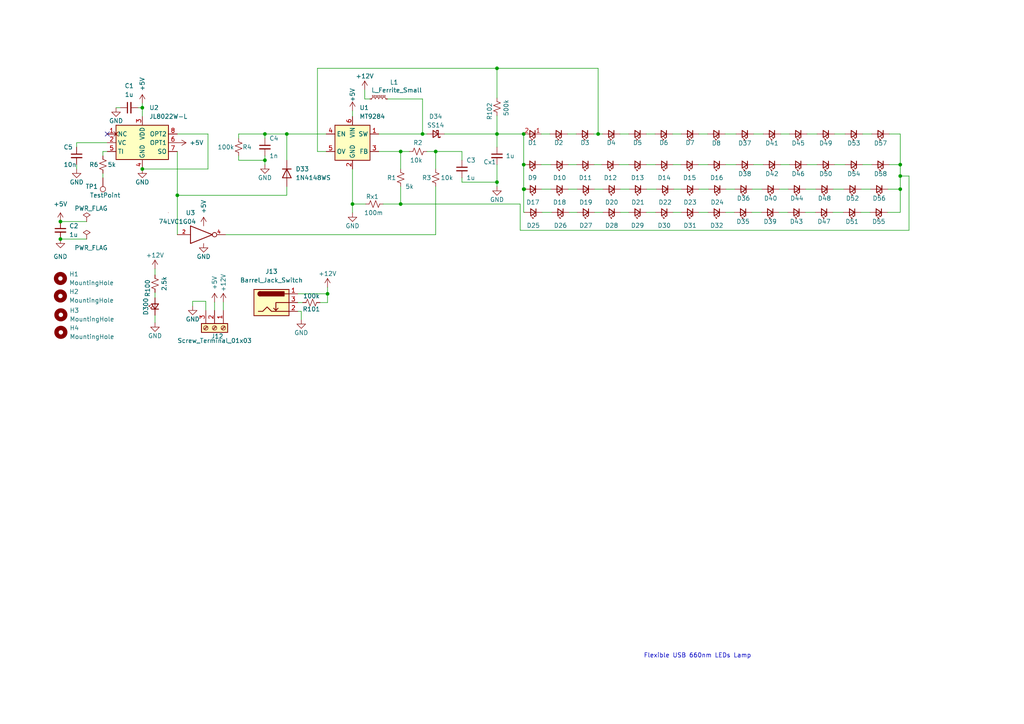
<source format=kicad_sch>
(kicad_sch (version 20211123) (generator eeschema)

  (uuid 11f2a465-38a3-4bb7-b060-d70409dff4e7)

  (paper "A4")

  (lib_symbols
    (symbol "Connector:Barrel_Jack_Switch" (pin_names hide) (in_bom yes) (on_board yes)
      (property "Reference" "J" (id 0) (at 0 5.334 0)
        (effects (font (size 1.27 1.27)))
      )
      (property "Value" "Barrel_Jack_Switch" (id 1) (at 0 -5.08 0)
        (effects (font (size 1.27 1.27)))
      )
      (property "Footprint" "" (id 2) (at 1.27 -1.016 0)
        (effects (font (size 1.27 1.27)) hide)
      )
      (property "Datasheet" "~" (id 3) (at 1.27 -1.016 0)
        (effects (font (size 1.27 1.27)) hide)
      )
      (property "ki_keywords" "DC power barrel jack connector" (id 4) (at 0 0 0)
        (effects (font (size 1.27 1.27)) hide)
      )
      (property "ki_description" "DC Barrel Jack with an internal switch" (id 5) (at 0 0 0)
        (effects (font (size 1.27 1.27)) hide)
      )
      (property "ki_fp_filters" "BarrelJack*" (id 6) (at 0 0 0)
        (effects (font (size 1.27 1.27)) hide)
      )
      (symbol "Barrel_Jack_Switch_0_1"
        (rectangle (start -5.08 3.81) (end 5.08 -3.81)
          (stroke (width 0.254) (type default) (color 0 0 0 0))
          (fill (type background))
        )
        (arc (start -3.302 3.175) (mid -3.937 2.54) (end -3.302 1.905)
          (stroke (width 0.254) (type default) (color 0 0 0 0))
          (fill (type none))
        )
        (arc (start -3.302 3.175) (mid -3.937 2.54) (end -3.302 1.905)
          (stroke (width 0.254) (type default) (color 0 0 0 0))
          (fill (type outline))
        )
        (polyline
          (pts
            (xy 1.27 -2.286)
            (xy 1.905 -1.651)
          )
          (stroke (width 0.254) (type default) (color 0 0 0 0))
          (fill (type none))
        )
        (polyline
          (pts
            (xy 5.08 2.54)
            (xy 3.81 2.54)
          )
          (stroke (width 0.254) (type default) (color 0 0 0 0))
          (fill (type none))
        )
        (polyline
          (pts
            (xy 5.08 0)
            (xy 1.27 0)
            (xy 1.27 -2.286)
            (xy 0.635 -1.651)
          )
          (stroke (width 0.254) (type default) (color 0 0 0 0))
          (fill (type none))
        )
        (polyline
          (pts
            (xy -3.81 -2.54)
            (xy -2.54 -2.54)
            (xy -1.27 -1.27)
            (xy 0 -2.54)
            (xy 2.54 -2.54)
            (xy 5.08 -2.54)
          )
          (stroke (width 0.254) (type default) (color 0 0 0 0))
          (fill (type none))
        )
        (rectangle (start 3.683 3.175) (end -3.302 1.905)
          (stroke (width 0.254) (type default) (color 0 0 0 0))
          (fill (type outline))
        )
      )
      (symbol "Barrel_Jack_Switch_1_1"
        (pin passive line (at 7.62 2.54 180) (length 2.54)
          (name "~" (effects (font (size 1.27 1.27))))
          (number "1" (effects (font (size 1.27 1.27))))
        )
        (pin passive line (at 7.62 -2.54 180) (length 2.54)
          (name "~" (effects (font (size 1.27 1.27))))
          (number "2" (effects (font (size 1.27 1.27))))
        )
        (pin passive line (at 7.62 0 180) (length 2.54)
          (name "~" (effects (font (size 1.27 1.27))))
          (number "3" (effects (font (size 1.27 1.27))))
        )
      )
    )
    (symbol "Connector:Screw_Terminal_01x03" (pin_names (offset 1.016) hide) (in_bom yes) (on_board yes)
      (property "Reference" "J" (id 0) (at 0 5.08 0)
        (effects (font (size 1.27 1.27)))
      )
      (property "Value" "Screw_Terminal_01x03" (id 1) (at 0 -5.08 0)
        (effects (font (size 1.27 1.27)))
      )
      (property "Footprint" "" (id 2) (at 0 0 0)
        (effects (font (size 1.27 1.27)) hide)
      )
      (property "Datasheet" "~" (id 3) (at 0 0 0)
        (effects (font (size 1.27 1.27)) hide)
      )
      (property "ki_keywords" "screw terminal" (id 4) (at 0 0 0)
        (effects (font (size 1.27 1.27)) hide)
      )
      (property "ki_description" "Generic screw terminal, single row, 01x03, script generated (kicad-library-utils/schlib/autogen/connector/)" (id 5) (at 0 0 0)
        (effects (font (size 1.27 1.27)) hide)
      )
      (property "ki_fp_filters" "TerminalBlock*:*" (id 6) (at 0 0 0)
        (effects (font (size 1.27 1.27)) hide)
      )
      (symbol "Screw_Terminal_01x03_1_1"
        (rectangle (start -1.27 3.81) (end 1.27 -3.81)
          (stroke (width 0.254) (type default) (color 0 0 0 0))
          (fill (type background))
        )
        (circle (center 0 -2.54) (radius 0.635)
          (stroke (width 0.1524) (type default) (color 0 0 0 0))
          (fill (type none))
        )
        (polyline
          (pts
            (xy -0.5334 -2.2098)
            (xy 0.3302 -3.048)
          )
          (stroke (width 0.1524) (type default) (color 0 0 0 0))
          (fill (type none))
        )
        (polyline
          (pts
            (xy -0.5334 0.3302)
            (xy 0.3302 -0.508)
          )
          (stroke (width 0.1524) (type default) (color 0 0 0 0))
          (fill (type none))
        )
        (polyline
          (pts
            (xy -0.5334 2.8702)
            (xy 0.3302 2.032)
          )
          (stroke (width 0.1524) (type default) (color 0 0 0 0))
          (fill (type none))
        )
        (polyline
          (pts
            (xy -0.3556 -2.032)
            (xy 0.508 -2.8702)
          )
          (stroke (width 0.1524) (type default) (color 0 0 0 0))
          (fill (type none))
        )
        (polyline
          (pts
            (xy -0.3556 0.508)
            (xy 0.508 -0.3302)
          )
          (stroke (width 0.1524) (type default) (color 0 0 0 0))
          (fill (type none))
        )
        (polyline
          (pts
            (xy -0.3556 3.048)
            (xy 0.508 2.2098)
          )
          (stroke (width 0.1524) (type default) (color 0 0 0 0))
          (fill (type none))
        )
        (circle (center 0 0) (radius 0.635)
          (stroke (width 0.1524) (type default) (color 0 0 0 0))
          (fill (type none))
        )
        (circle (center 0 2.54) (radius 0.635)
          (stroke (width 0.1524) (type default) (color 0 0 0 0))
          (fill (type none))
        )
        (pin passive line (at -5.08 2.54 0) (length 3.81)
          (name "Pin_1" (effects (font (size 1.27 1.27))))
          (number "1" (effects (font (size 1.27 1.27))))
        )
        (pin passive line (at -5.08 0 0) (length 3.81)
          (name "Pin_2" (effects (font (size 1.27 1.27))))
          (number "2" (effects (font (size 1.27 1.27))))
        )
        (pin passive line (at -5.08 -2.54 0) (length 3.81)
          (name "Pin_3" (effects (font (size 1.27 1.27))))
          (number "3" (effects (font (size 1.27 1.27))))
        )
      )
    )
    (symbol "Connector:TestPoint" (pin_numbers hide) (pin_names (offset 0.762) hide) (in_bom yes) (on_board yes)
      (property "Reference" "TP" (id 0) (at 0 6.858 0)
        (effects (font (size 1.27 1.27)))
      )
      (property "Value" "TestPoint" (id 1) (at 0 5.08 0)
        (effects (font (size 1.27 1.27)))
      )
      (property "Footprint" "" (id 2) (at 5.08 0 0)
        (effects (font (size 1.27 1.27)) hide)
      )
      (property "Datasheet" "~" (id 3) (at 5.08 0 0)
        (effects (font (size 1.27 1.27)) hide)
      )
      (property "ki_keywords" "test point tp" (id 4) (at 0 0 0)
        (effects (font (size 1.27 1.27)) hide)
      )
      (property "ki_description" "test point" (id 5) (at 0 0 0)
        (effects (font (size 1.27 1.27)) hide)
      )
      (property "ki_fp_filters" "Pin* Test*" (id 6) (at 0 0 0)
        (effects (font (size 1.27 1.27)) hide)
      )
      (symbol "TestPoint_0_1"
        (circle (center 0 3.302) (radius 0.762)
          (stroke (width 0) (type default) (color 0 0 0 0))
          (fill (type none))
        )
      )
      (symbol "TestPoint_1_1"
        (pin passive line (at 0 0 90) (length 2.54)
          (name "1" (effects (font (size 1.27 1.27))))
          (number "1" (effects (font (size 1.27 1.27))))
        )
      )
    )
    (symbol "Device:C_Small" (pin_numbers hide) (pin_names (offset 0.254) hide) (in_bom yes) (on_board yes)
      (property "Reference" "C" (id 0) (at 0.254 1.778 0)
        (effects (font (size 1.27 1.27)) (justify left))
      )
      (property "Value" "C_Small" (id 1) (at 0.254 -2.032 0)
        (effects (font (size 1.27 1.27)) (justify left))
      )
      (property "Footprint" "" (id 2) (at 0 0 0)
        (effects (font (size 1.27 1.27)) hide)
      )
      (property "Datasheet" "~" (id 3) (at 0 0 0)
        (effects (font (size 1.27 1.27)) hide)
      )
      (property "ki_keywords" "capacitor cap" (id 4) (at 0 0 0)
        (effects (font (size 1.27 1.27)) hide)
      )
      (property "ki_description" "Unpolarized capacitor, small symbol" (id 5) (at 0 0 0)
        (effects (font (size 1.27 1.27)) hide)
      )
      (property "ki_fp_filters" "C_*" (id 6) (at 0 0 0)
        (effects (font (size 1.27 1.27)) hide)
      )
      (symbol "C_Small_0_1"
        (polyline
          (pts
            (xy -1.524 -0.508)
            (xy 1.524 -0.508)
          )
          (stroke (width 0.3302) (type default) (color 0 0 0 0))
          (fill (type none))
        )
        (polyline
          (pts
            (xy -1.524 0.508)
            (xy 1.524 0.508)
          )
          (stroke (width 0.3048) (type default) (color 0 0 0 0))
          (fill (type none))
        )
      )
      (symbol "C_Small_1_1"
        (pin passive line (at 0 2.54 270) (length 2.032)
          (name "~" (effects (font (size 1.27 1.27))))
          (number "1" (effects (font (size 1.27 1.27))))
        )
        (pin passive line (at 0 -2.54 90) (length 2.032)
          (name "~" (effects (font (size 1.27 1.27))))
          (number "2" (effects (font (size 1.27 1.27))))
        )
      )
    )
    (symbol "Device:D_Schottky_Small" (pin_numbers hide) (pin_names (offset 0.254) hide) (in_bom yes) (on_board yes)
      (property "Reference" "D" (id 0) (at -1.27 2.032 0)
        (effects (font (size 1.27 1.27)) (justify left))
      )
      (property "Value" "D_Schottky_Small" (id 1) (at -7.112 -2.032 0)
        (effects (font (size 1.27 1.27)) (justify left))
      )
      (property "Footprint" "" (id 2) (at 0 0 90)
        (effects (font (size 1.27 1.27)) hide)
      )
      (property "Datasheet" "~" (id 3) (at 0 0 90)
        (effects (font (size 1.27 1.27)) hide)
      )
      (property "ki_keywords" "diode Schottky" (id 4) (at 0 0 0)
        (effects (font (size 1.27 1.27)) hide)
      )
      (property "ki_description" "Schottky diode, small symbol" (id 5) (at 0 0 0)
        (effects (font (size 1.27 1.27)) hide)
      )
      (property "ki_fp_filters" "TO-???* *_Diode_* *SingleDiode* D_*" (id 6) (at 0 0 0)
        (effects (font (size 1.27 1.27)) hide)
      )
      (symbol "D_Schottky_Small_0_1"
        (polyline
          (pts
            (xy -0.762 0)
            (xy 0.762 0)
          )
          (stroke (width 0) (type default) (color 0 0 0 0))
          (fill (type none))
        )
        (polyline
          (pts
            (xy 0.762 -1.016)
            (xy -0.762 0)
            (xy 0.762 1.016)
            (xy 0.762 -1.016)
          )
          (stroke (width 0.254) (type default) (color 0 0 0 0))
          (fill (type none))
        )
        (polyline
          (pts
            (xy -1.27 0.762)
            (xy -1.27 1.016)
            (xy -0.762 1.016)
            (xy -0.762 -1.016)
            (xy -0.254 -1.016)
            (xy -0.254 -0.762)
          )
          (stroke (width 0.254) (type default) (color 0 0 0 0))
          (fill (type none))
        )
      )
      (symbol "D_Schottky_Small_1_1"
        (pin passive line (at -2.54 0 0) (length 1.778)
          (name "K" (effects (font (size 1.27 1.27))))
          (number "1" (effects (font (size 1.27 1.27))))
        )
        (pin passive line (at 2.54 0 180) (length 1.778)
          (name "A" (effects (font (size 1.27 1.27))))
          (number "2" (effects (font (size 1.27 1.27))))
        )
      )
    )
    (symbol "Device:LED_Small" (pin_numbers hide) (pin_names (offset 0.254) hide) (in_bom yes) (on_board yes)
      (property "Reference" "D" (id 0) (at -1.27 3.175 0)
        (effects (font (size 1.27 1.27)) (justify left))
      )
      (property "Value" "LED_Small" (id 1) (at -4.445 -2.54 0)
        (effects (font (size 1.27 1.27)) (justify left))
      )
      (property "Footprint" "" (id 2) (at 0 0 90)
        (effects (font (size 1.27 1.27)) hide)
      )
      (property "Datasheet" "~" (id 3) (at 0 0 90)
        (effects (font (size 1.27 1.27)) hide)
      )
      (property "ki_keywords" "LED diode light-emitting-diode" (id 4) (at 0 0 0)
        (effects (font (size 1.27 1.27)) hide)
      )
      (property "ki_description" "Light emitting diode, small symbol" (id 5) (at 0 0 0)
        (effects (font (size 1.27 1.27)) hide)
      )
      (property "ki_fp_filters" "LED* LED_SMD:* LED_THT:*" (id 6) (at 0 0 0)
        (effects (font (size 1.27 1.27)) hide)
      )
      (symbol "LED_Small_0_1"
        (polyline
          (pts
            (xy -0.762 -1.016)
            (xy -0.762 1.016)
          )
          (stroke (width 0.254) (type default) (color 0 0 0 0))
          (fill (type none))
        )
        (polyline
          (pts
            (xy 1.016 0)
            (xy -0.762 0)
          )
          (stroke (width 0) (type default) (color 0 0 0 0))
          (fill (type none))
        )
        (polyline
          (pts
            (xy 0.762 -1.016)
            (xy -0.762 0)
            (xy 0.762 1.016)
            (xy 0.762 -1.016)
          )
          (stroke (width 0.254) (type default) (color 0 0 0 0))
          (fill (type none))
        )
        (polyline
          (pts
            (xy 0 0.762)
            (xy -0.508 1.27)
            (xy -0.254 1.27)
            (xy -0.508 1.27)
            (xy -0.508 1.016)
          )
          (stroke (width 0) (type default) (color 0 0 0 0))
          (fill (type none))
        )
        (polyline
          (pts
            (xy 0.508 1.27)
            (xy 0 1.778)
            (xy 0.254 1.778)
            (xy 0 1.778)
            (xy 0 1.524)
          )
          (stroke (width 0) (type default) (color 0 0 0 0))
          (fill (type none))
        )
      )
      (symbol "LED_Small_1_1"
        (pin passive line (at -2.54 0 0) (length 1.778)
          (name "K" (effects (font (size 1.27 1.27))))
          (number "1" (effects (font (size 1.27 1.27))))
        )
        (pin passive line (at 2.54 0 180) (length 1.778)
          (name "A" (effects (font (size 1.27 1.27))))
          (number "2" (effects (font (size 1.27 1.27))))
        )
      )
    )
    (symbol "Device:L_Ferrite_Small" (pin_numbers hide) (pin_names (offset 0.254) hide) (in_bom yes) (on_board yes)
      (property "Reference" "L" (id 0) (at 1.27 1.016 0)
        (effects (font (size 1.27 1.27)) (justify left))
      )
      (property "Value" "L_Ferrite_Small" (id 1) (at 1.27 -1.27 0)
        (effects (font (size 1.27 1.27)) (justify left))
      )
      (property "Footprint" "" (id 2) (at 0 0 0)
        (effects (font (size 1.27 1.27)) hide)
      )
      (property "Datasheet" "~" (id 3) (at 0 0 0)
        (effects (font (size 1.27 1.27)) hide)
      )
      (property "ki_keywords" "inductor choke coil reactor magnetic" (id 4) (at 0 0 0)
        (effects (font (size 1.27 1.27)) hide)
      )
      (property "ki_description" "Inductor with ferrite core, small symbol" (id 5) (at 0 0 0)
        (effects (font (size 1.27 1.27)) hide)
      )
      (property "ki_fp_filters" "Choke_* *Coil* Inductor_* L_*" (id 6) (at 0 0 0)
        (effects (font (size 1.27 1.27)) hide)
      )
      (symbol "L_Ferrite_Small_0_1"
        (arc (start 0 -2.032) (mid 0.508 -1.524) (end 0 -1.016)
          (stroke (width 0) (type default) (color 0 0 0 0))
          (fill (type none))
        )
        (arc (start 0 -1.016) (mid 0.508 -0.508) (end 0 0)
          (stroke (width 0) (type default) (color 0 0 0 0))
          (fill (type none))
        )
        (polyline
          (pts
            (xy 0.762 -1.905)
            (xy 0.762 -1.651)
          )
          (stroke (width 0) (type default) (color 0 0 0 0))
          (fill (type none))
        )
        (polyline
          (pts
            (xy 0.762 -1.397)
            (xy 0.762 -1.143)
          )
          (stroke (width 0) (type default) (color 0 0 0 0))
          (fill (type none))
        )
        (polyline
          (pts
            (xy 0.762 -0.889)
            (xy 0.762 -0.635)
          )
          (stroke (width 0) (type default) (color 0 0 0 0))
          (fill (type none))
        )
        (polyline
          (pts
            (xy 0.762 -0.381)
            (xy 0.762 -0.127)
          )
          (stroke (width 0) (type default) (color 0 0 0 0))
          (fill (type none))
        )
        (polyline
          (pts
            (xy 0.762 0.127)
            (xy 0.762 0.381)
          )
          (stroke (width 0) (type default) (color 0 0 0 0))
          (fill (type none))
        )
        (polyline
          (pts
            (xy 0.762 0.635)
            (xy 0.762 0.889)
          )
          (stroke (width 0) (type default) (color 0 0 0 0))
          (fill (type none))
        )
        (polyline
          (pts
            (xy 0.762 1.143)
            (xy 0.762 1.397)
          )
          (stroke (width 0) (type default) (color 0 0 0 0))
          (fill (type none))
        )
        (polyline
          (pts
            (xy 0.762 1.651)
            (xy 0.762 1.905)
          )
          (stroke (width 0) (type default) (color 0 0 0 0))
          (fill (type none))
        )
        (polyline
          (pts
            (xy 1.016 -1.651)
            (xy 1.016 -1.905)
          )
          (stroke (width 0) (type default) (color 0 0 0 0))
          (fill (type none))
        )
        (polyline
          (pts
            (xy 1.016 -1.143)
            (xy 1.016 -1.397)
          )
          (stroke (width 0) (type default) (color 0 0 0 0))
          (fill (type none))
        )
        (polyline
          (pts
            (xy 1.016 -0.635)
            (xy 1.016 -0.889)
          )
          (stroke (width 0) (type default) (color 0 0 0 0))
          (fill (type none))
        )
        (polyline
          (pts
            (xy 1.016 -0.127)
            (xy 1.016 -0.381)
          )
          (stroke (width 0) (type default) (color 0 0 0 0))
          (fill (type none))
        )
        (polyline
          (pts
            (xy 1.016 0.381)
            (xy 1.016 0.127)
          )
          (stroke (width 0) (type default) (color 0 0 0 0))
          (fill (type none))
        )
        (polyline
          (pts
            (xy 1.016 0.889)
            (xy 1.016 0.635)
          )
          (stroke (width 0) (type default) (color 0 0 0 0))
          (fill (type none))
        )
        (polyline
          (pts
            (xy 1.016 1.397)
            (xy 1.016 1.143)
          )
          (stroke (width 0) (type default) (color 0 0 0 0))
          (fill (type none))
        )
        (polyline
          (pts
            (xy 1.016 1.905)
            (xy 1.016 1.651)
          )
          (stroke (width 0) (type default) (color 0 0 0 0))
          (fill (type none))
        )
        (arc (start 0 0) (mid 0.508 0.508) (end 0 1.016)
          (stroke (width 0) (type default) (color 0 0 0 0))
          (fill (type none))
        )
        (arc (start 0 1.016) (mid 0.508 1.524) (end 0 2.032)
          (stroke (width 0) (type default) (color 0 0 0 0))
          (fill (type none))
        )
      )
      (symbol "L_Ferrite_Small_1_1"
        (pin passive line (at 0 2.54 270) (length 0.508)
          (name "~" (effects (font (size 1.27 1.27))))
          (number "1" (effects (font (size 1.27 1.27))))
        )
        (pin passive line (at 0 -2.54 90) (length 0.508)
          (name "~" (effects (font (size 1.27 1.27))))
          (number "2" (effects (font (size 1.27 1.27))))
        )
      )
    )
    (symbol "Device:R_Small_US" (pin_numbers hide) (pin_names (offset 0.254) hide) (in_bom yes) (on_board yes)
      (property "Reference" "R" (id 0) (at 0.762 0.508 0)
        (effects (font (size 1.27 1.27)) (justify left))
      )
      (property "Value" "R_Small_US" (id 1) (at 0.762 -1.016 0)
        (effects (font (size 1.27 1.27)) (justify left))
      )
      (property "Footprint" "" (id 2) (at 0 0 0)
        (effects (font (size 1.27 1.27)) hide)
      )
      (property "Datasheet" "~" (id 3) (at 0 0 0)
        (effects (font (size 1.27 1.27)) hide)
      )
      (property "ki_keywords" "r resistor" (id 4) (at 0 0 0)
        (effects (font (size 1.27 1.27)) hide)
      )
      (property "ki_description" "Resistor, small US symbol" (id 5) (at 0 0 0)
        (effects (font (size 1.27 1.27)) hide)
      )
      (property "ki_fp_filters" "R_*" (id 6) (at 0 0 0)
        (effects (font (size 1.27 1.27)) hide)
      )
      (symbol "R_Small_US_1_1"
        (polyline
          (pts
            (xy 0 0)
            (xy 1.016 -0.381)
            (xy 0 -0.762)
            (xy -1.016 -1.143)
            (xy 0 -1.524)
          )
          (stroke (width 0) (type default) (color 0 0 0 0))
          (fill (type none))
        )
        (polyline
          (pts
            (xy 0 1.524)
            (xy 1.016 1.143)
            (xy 0 0.762)
            (xy -1.016 0.381)
            (xy 0 0)
          )
          (stroke (width 0) (type default) (color 0 0 0 0))
          (fill (type none))
        )
        (pin passive line (at 0 2.54 270) (length 1.016)
          (name "~" (effects (font (size 1.27 1.27))))
          (number "1" (effects (font (size 1.27 1.27))))
        )
        (pin passive line (at 0 -2.54 90) (length 1.016)
          (name "~" (effects (font (size 1.27 1.27))))
          (number "2" (effects (font (size 1.27 1.27))))
        )
      )
    )
    (symbol "Diode:1N4148WS" (pin_numbers hide) (pin_names (offset 1.016) hide) (in_bom yes) (on_board yes)
      (property "Reference" "D" (id 0) (at 0 2.54 0)
        (effects (font (size 1.27 1.27)))
      )
      (property "Value" "1N4148WS" (id 1) (at 0 -2.54 0)
        (effects (font (size 1.27 1.27)))
      )
      (property "Footprint" "Diode_SMD:D_SOD-323" (id 2) (at 0 -4.445 0)
        (effects (font (size 1.27 1.27)) hide)
      )
      (property "Datasheet" "https://www.vishay.com/docs/85751/1n4148ws.pdf" (id 3) (at 0 0 0)
        (effects (font (size 1.27 1.27)) hide)
      )
      (property "ki_keywords" "diode" (id 4) (at 0 0 0)
        (effects (font (size 1.27 1.27)) hide)
      )
      (property "ki_description" "75V 0.15A Fast switching Diode, SOD-323" (id 5) (at 0 0 0)
        (effects (font (size 1.27 1.27)) hide)
      )
      (property "ki_fp_filters" "D*SOD?323*" (id 6) (at 0 0 0)
        (effects (font (size 1.27 1.27)) hide)
      )
      (symbol "1N4148WS_0_1"
        (polyline
          (pts
            (xy -1.27 1.27)
            (xy -1.27 -1.27)
          )
          (stroke (width 0.254) (type default) (color 0 0 0 0))
          (fill (type none))
        )
        (polyline
          (pts
            (xy 1.27 0)
            (xy -1.27 0)
          )
          (stroke (width 0) (type default) (color 0 0 0 0))
          (fill (type none))
        )
        (polyline
          (pts
            (xy 1.27 1.27)
            (xy 1.27 -1.27)
            (xy -1.27 0)
            (xy 1.27 1.27)
          )
          (stroke (width 0.254) (type default) (color 0 0 0 0))
          (fill (type none))
        )
      )
      (symbol "1N4148WS_1_1"
        (pin passive line (at -3.81 0 0) (length 2.54)
          (name "K" (effects (font (size 1.27 1.27))))
          (number "1" (effects (font (size 1.27 1.27))))
        )
        (pin passive line (at 3.81 0 180) (length 2.54)
          (name "A" (effects (font (size 1.27 1.27))))
          (number "2" (effects (font (size 1.27 1.27))))
        )
      )
    )
    (symbol "LED_Small_1" (pin_names (offset 0.254) hide) (in_bom yes) (on_board yes)
      (property "Reference" "D" (id 0) (at -1.27 3.175 0)
        (effects (font (size 1.27 1.27)) (justify left))
      )
      (property "Value" "LED_Small_1" (id 1) (at -4.445 -2.54 0)
        (effects (font (size 1.27 1.27)) (justify left))
      )
      (property "Footprint" "" (id 2) (at 0 0 90)
        (effects (font (size 1.27 1.27)) hide)
      )
      (property "Datasheet" "~" (id 3) (at 0 0 90)
        (effects (font (size 1.27 1.27)) hide)
      )
      (property "ki_keywords" "LED diode light-emitting-diode" (id 4) (at 0 0 0)
        (effects (font (size 1.27 1.27)) hide)
      )
      (property "ki_description" "Light emitting diode, small symbol" (id 5) (at 0 0 0)
        (effects (font (size 1.27 1.27)) hide)
      )
      (property "ki_fp_filters" "LED* LED_SMD:* LED_THT:*" (id 6) (at 0 0 0)
        (effects (font (size 1.27 1.27)) hide)
      )
      (symbol "LED_Small_1_0_1"
        (polyline
          (pts
            (xy -0.762 -1.016)
            (xy -0.762 1.016)
          )
          (stroke (width 0.254) (type default) (color 0 0 0 0))
          (fill (type none))
        )
        (polyline
          (pts
            (xy 1.016 0)
            (xy -0.762 0)
          )
          (stroke (width 0) (type default) (color 0 0 0 0))
          (fill (type none))
        )
        (polyline
          (pts
            (xy 0.762 -1.016)
            (xy -0.762 0)
            (xy 0.762 1.016)
            (xy 0.762 -1.016)
          )
          (stroke (width 0.254) (type default) (color 0 0 0 0))
          (fill (type none))
        )
        (polyline
          (pts
            (xy 0 0.762)
            (xy -0.508 1.27)
            (xy -0.254 1.27)
            (xy -0.508 1.27)
            (xy -0.508 1.016)
          )
          (stroke (width 0) (type default) (color 0 0 0 0))
          (fill (type none))
        )
        (polyline
          (pts
            (xy 0.508 1.27)
            (xy 0 1.778)
            (xy 0.254 1.778)
            (xy 0 1.778)
            (xy 0 1.524)
          )
          (stroke (width 0) (type default) (color 0 0 0 0))
          (fill (type none))
        )
      )
      (symbol "LED_Small_1_1_1"
        (pin passive line (at -2.54 0 0) (length 1.778)
          (name "K" (effects (font (size 1.27 1.27))))
          (number "1" (effects (font (size 1.27 1.27))))
        )
        (pin passive line (at 2.54 0 180) (length 1.778)
          (name "A" (effects (font (size 1.27 1.27))))
          (number "2" (effects (font (size 1.27 1.27))))
        )
      )
    )
    (symbol "MT9284_1" (in_bom yes) (on_board yes)
      (property "Reference" "U" (id 0) (at 2.1844 9.144 0)
        (effects (font (size 1.27 1.27)))
      )
      (property "Value" "MT9284_1" (id 1) (at 4.8768 6.9088 0)
        (effects (font (size 1.27 1.27)))
      )
      (property "Footprint" "Package_TO_SOT_SMD:SOT-23-6" (id 2) (at 0 0 0)
        (effects (font (size 1.27 1.27)) hide)
      )
      (property "Datasheet" "https://datasheet.lcsc.com/szlcsc/1806041028_XI-AN-Aerosemi-Tech-MT9284-28J_C181780.pdf" (id 3) (at 0.0508 11.0744 0)
        (effects (font (size 1.27 1.27)) hide)
      )
      (property "ki_keywords" "LED driver single" (id 4) (at 0 0 0)
        (effects (font (size 1.27 1.27)) hide)
      )
      (property "ki_description" "1.2MHz, High Efficiency Boost White LED Driver" (id 5) (at 0 0 0)
        (effects (font (size 1.27 1.27)) hide)
      )
      (symbol "MT9284_1_0_1"
        (rectangle (start 5.08 -5.08) (end -5.08 5.08)
          (stroke (width 0.254) (type default) (color 0 0 0 0))
          (fill (type background))
        )
      )
      (symbol "MT9284_1_1_1"
        (pin open_collector line (at 7.62 2.54 180) (length 2.54)
          (name "SW" (effects (font (size 1.27 1.27))))
          (number "1" (effects (font (size 1.27 1.27))))
        )
        (pin power_in line (at 0 -7.62 90) (length 2.54)
          (name "GND" (effects (font (size 1.27 1.27))))
          (number "2" (effects (font (size 1.27 1.27))))
        )
        (pin input line (at 7.62 -2.54 180) (length 2.54)
          (name "FB" (effects (font (size 1.27 1.27))))
          (number "3" (effects (font (size 1.27 1.27))))
        )
        (pin input line (at -7.62 2.54 0) (length 2.54)
          (name "EN" (effects (font (size 1.27 1.27))))
          (number "4" (effects (font (size 1.27 1.27))))
        )
        (pin input line (at -7.62 -2.54 0) (length 2.54)
          (name "OV" (effects (font (size 1.27 1.27))))
          (number "5" (effects (font (size 1.27 1.27))))
        )
        (pin power_in line (at 0 7.62 270) (length 2.54)
          (name "VIN" (effects (font (size 1.27 1.27))))
          (number "6" (effects (font (size 1.27 1.27))))
        )
      )
    )
    (symbol "Mechanical:MountingHole" (pin_names (offset 1.016)) (in_bom yes) (on_board yes)
      (property "Reference" "H" (id 0) (at 0 5.08 0)
        (effects (font (size 1.27 1.27)))
      )
      (property "Value" "MountingHole" (id 1) (at 0 3.175 0)
        (effects (font (size 1.27 1.27)))
      )
      (property "Footprint" "" (id 2) (at 0 0 0)
        (effects (font (size 1.27 1.27)) hide)
      )
      (property "Datasheet" "~" (id 3) (at 0 0 0)
        (effects (font (size 1.27 1.27)) hide)
      )
      (property "ki_keywords" "mounting hole" (id 4) (at 0 0 0)
        (effects (font (size 1.27 1.27)) hide)
      )
      (property "ki_description" "Mounting Hole without connection" (id 5) (at 0 0 0)
        (effects (font (size 1.27 1.27)) hide)
      )
      (property "ki_fp_filters" "MountingHole*" (id 6) (at 0 0 0)
        (effects (font (size 1.27 1.27)) hide)
      )
      (symbol "MountingHole_0_1"
        (circle (center 0 0) (radius 1.27)
          (stroke (width 1.27) (type default) (color 0 0 0 0))
          (fill (type none))
        )
      )
    )
    (symbol "USB_LED_Lib:74LVC1G04" (pin_names (offset 1.016)) (in_bom yes) (on_board yes)
      (property "Reference" "U" (id 0) (at -2.54 3.81 0)
        (effects (font (size 1.27 1.27)))
      )
      (property "Value" "74LVC1G04" (id 1) (at 0 -3.81 0)
        (effects (font (size 1.27 1.27)))
      )
      (property "Footprint" "" (id 2) (at 0 0 0)
        (effects (font (size 1.27 1.27)) hide)
      )
      (property "Datasheet" "http://www.ti.com/lit/sg/scyt129e/scyt129e.pdf" (id 3) (at 0 0 0)
        (effects (font (size 1.27 1.27)) hide)
      )
      (property "ki_keywords" "Single Gate NOT LVC CMOS" (id 4) (at 0 0 0)
        (effects (font (size 1.27 1.27)) hide)
      )
      (property "ki_description" "Single NOT Gate, Low-Voltage CMOS" (id 5) (at 0 0 0)
        (effects (font (size 1.27 1.27)) hide)
      )
      (property "ki_fp_filters" "SOT* SG-*" (id 6) (at 0 0 0)
        (effects (font (size 1.27 1.27)) hide)
      )
      (symbol "74LVC1G04_0_0"
        (pin no_connect line (at -6.35 2.286 0) (length 2.54) hide
          (name "~" (effects (font (size 1.27 1.27))))
          (number "1" (effects (font (size 1.27 1.27))))
        )
      )
      (symbol "74LVC1G04_0_1"
        (polyline
          (pts
            (xy -3.81 2.54)
            (xy -3.81 -2.54)
            (xy 2.54 0)
            (xy -3.81 2.54)
          )
          (stroke (width 0.254) (type default) (color 0 0 0 0))
          (fill (type none))
        )
      )
      (symbol "74LVC1G04_1_1"
        (pin input line (at -7.62 0 0) (length 3.81)
          (name "~" (effects (font (size 1.016 1.016))))
          (number "2" (effects (font (size 1.016 1.016))))
        )
        (pin power_in line (at 0 -2.54 270) (length 0) hide
          (name "GND" (effects (font (size 1.016 1.016))))
          (number "3" (effects (font (size 1.016 1.016))))
        )
        (pin output inverted (at 6.35 0 180) (length 3.81)
          (name "~" (effects (font (size 1.016 1.016))))
          (number "4" (effects (font (size 1.016 1.016))))
        )
        (pin power_in line (at 0 2.54 90) (length 0) hide
          (name "VCC" (effects (font (size 1.016 1.016))))
          (number "5" (effects (font (size 1.016 1.016))))
        )
      )
    )
    (symbol "USB_LED_Lib:JL8022W-L" (in_bom yes) (on_board yes)
      (property "Reference" "U" (id 0) (at 1.524 8.636 0)
        (effects (font (size 1.27 1.27)))
      )
      (property "Value" "JL8022W-L" (id 1) (at 6.604 6.604 0)
        (effects (font (size 1.27 1.27)))
      )
      (property "Footprint" "Package_SO:SOIC-8_3.9x4.9mm_P1.27mm" (id 2) (at 0.762 11.43 0)
        (effects (font (size 1.27 1.27)) hide)
      )
      (property "Datasheet" "https://item.taobao.com/item.htm?id=573390368273" (id 3) (at 0.254 13.208 0)
        (effects (font (size 1.27 1.27)) hide)
      )
      (symbol "JL8022W-L_0_1"
        (rectangle (start -7.62 5.08) (end 7.5692 -4.8768)
          (stroke (width 0.254) (type default) (color 0 0 0 0))
          (fill (type background))
        )
        (rectangle (start 7.5692 -20.2692) (end 7.5692 -20.2692)
          (stroke (width 0) (type default) (color 0 0 0 0))
          (fill (type none))
        )
      )
      (symbol "JL8022W-L_1_1"
        (pin passive non_logic (at -10.16 2.54 0) (length 2.54)
          (name "NC" (effects (font (size 1.27 1.27))))
          (number "1" (effects (font (size 1.27 1.27))))
        )
        (pin input line (at -10.16 0 0) (length 2.54)
          (name "VC" (effects (font (size 1.27 1.27))))
          (number "2" (effects (font (size 1.27 1.27))))
        )
        (pin power_in line (at 0 7.62 270) (length 2.54)
          (name "VDD" (effects (font (size 1.27 1.27))))
          (number "3" (effects (font (size 1.27 1.27))))
        )
        (pin power_in line (at 0 -7.62 90) (length 2.54)
          (name "GND" (effects (font (size 1.27 1.27))))
          (number "4" (effects (font (size 1.27 1.27))))
        )
        (pin input line (at -10.16 -2.54 0) (length 2.54)
          (name "TI" (effects (font (size 1.27 1.27))))
          (number "5" (effects (font (size 1.27 1.27))))
        )
        (pin input line (at 10.16 0 180) (length 2.54)
          (name "OPT1" (effects (font (size 1.27 1.27))))
          (number "6" (effects (font (size 1.27 1.27))))
        )
        (pin output line (at 10.16 -2.54 180) (length 2.54)
          (name "SO" (effects (font (size 1.27 1.27))))
          (number "7" (effects (font (size 1.27 1.27))))
        )
        (pin input line (at 10.16 2.54 180) (length 2.54)
          (name "OPT2" (effects (font (size 1.27 1.27))))
          (number "8" (effects (font (size 1.27 1.27))))
        )
      )
    )
    (symbol "power:+12V" (power) (pin_names (offset 0)) (in_bom yes) (on_board yes)
      (property "Reference" "#PWR" (id 0) (at 0 -3.81 0)
        (effects (font (size 1.27 1.27)) hide)
      )
      (property "Value" "+12V" (id 1) (at 0 3.556 0)
        (effects (font (size 1.27 1.27)))
      )
      (property "Footprint" "" (id 2) (at 0 0 0)
        (effects (font (size 1.27 1.27)) hide)
      )
      (property "Datasheet" "" (id 3) (at 0 0 0)
        (effects (font (size 1.27 1.27)) hide)
      )
      (property "ki_keywords" "power-flag" (id 4) (at 0 0 0)
        (effects (font (size 1.27 1.27)) hide)
      )
      (property "ki_description" "Power symbol creates a global label with name \"+12V\"" (id 5) (at 0 0 0)
        (effects (font (size 1.27 1.27)) hide)
      )
      (symbol "+12V_0_1"
        (polyline
          (pts
            (xy -0.762 1.27)
            (xy 0 2.54)
          )
          (stroke (width 0) (type default) (color 0 0 0 0))
          (fill (type none))
        )
        (polyline
          (pts
            (xy 0 0)
            (xy 0 2.54)
          )
          (stroke (width 0) (type default) (color 0 0 0 0))
          (fill (type none))
        )
        (polyline
          (pts
            (xy 0 2.54)
            (xy 0.762 1.27)
          )
          (stroke (width 0) (type default) (color 0 0 0 0))
          (fill (type none))
        )
      )
      (symbol "+12V_1_1"
        (pin power_in line (at 0 0 90) (length 0) hide
          (name "+12V" (effects (font (size 1.27 1.27))))
          (number "1" (effects (font (size 1.27 1.27))))
        )
      )
    )
    (symbol "power:+5V" (power) (pin_names (offset 0)) (in_bom yes) (on_board yes)
      (property "Reference" "#PWR" (id 0) (at 0 -3.81 0)
        (effects (font (size 1.27 1.27)) hide)
      )
      (property "Value" "+5V" (id 1) (at 0 3.556 0)
        (effects (font (size 1.27 1.27)))
      )
      (property "Footprint" "" (id 2) (at 0 0 0)
        (effects (font (size 1.27 1.27)) hide)
      )
      (property "Datasheet" "" (id 3) (at 0 0 0)
        (effects (font (size 1.27 1.27)) hide)
      )
      (property "ki_keywords" "power-flag" (id 4) (at 0 0 0)
        (effects (font (size 1.27 1.27)) hide)
      )
      (property "ki_description" "Power symbol creates a global label with name \"+5V\"" (id 5) (at 0 0 0)
        (effects (font (size 1.27 1.27)) hide)
      )
      (symbol "+5V_0_1"
        (polyline
          (pts
            (xy -0.762 1.27)
            (xy 0 2.54)
          )
          (stroke (width 0) (type default) (color 0 0 0 0))
          (fill (type none))
        )
        (polyline
          (pts
            (xy 0 0)
            (xy 0 2.54)
          )
          (stroke (width 0) (type default) (color 0 0 0 0))
          (fill (type none))
        )
        (polyline
          (pts
            (xy 0 2.54)
            (xy 0.762 1.27)
          )
          (stroke (width 0) (type default) (color 0 0 0 0))
          (fill (type none))
        )
      )
      (symbol "+5V_1_1"
        (pin power_in line (at 0 0 90) (length 0) hide
          (name "+5V" (effects (font (size 1.27 1.27))))
          (number "1" (effects (font (size 1.27 1.27))))
        )
      )
    )
    (symbol "power:GND" (power) (pin_names (offset 0)) (in_bom yes) (on_board yes)
      (property "Reference" "#PWR" (id 0) (at 0 -6.35 0)
        (effects (font (size 1.27 1.27)) hide)
      )
      (property "Value" "GND" (id 1) (at 0 -3.81 0)
        (effects (font (size 1.27 1.27)))
      )
      (property "Footprint" "" (id 2) (at 0 0 0)
        (effects (font (size 1.27 1.27)) hide)
      )
      (property "Datasheet" "" (id 3) (at 0 0 0)
        (effects (font (size 1.27 1.27)) hide)
      )
      (property "ki_keywords" "power-flag" (id 4) (at 0 0 0)
        (effects (font (size 1.27 1.27)) hide)
      )
      (property "ki_description" "Power symbol creates a global label with name \"GND\" , ground" (id 5) (at 0 0 0)
        (effects (font (size 1.27 1.27)) hide)
      )
      (symbol "GND_0_1"
        (polyline
          (pts
            (xy 0 0)
            (xy 0 -1.27)
            (xy 1.27 -1.27)
            (xy 0 -2.54)
            (xy -1.27 -1.27)
            (xy 0 -1.27)
          )
          (stroke (width 0) (type default) (color 0 0 0 0))
          (fill (type none))
        )
      )
      (symbol "GND_1_1"
        (pin power_in line (at 0 0 270) (length 0) hide
          (name "GND" (effects (font (size 1.27 1.27))))
          (number "1" (effects (font (size 1.27 1.27))))
        )
      )
    )
    (symbol "power:PWR_FLAG" (power) (pin_numbers hide) (pin_names (offset 0) hide) (in_bom yes) (on_board yes)
      (property "Reference" "#FLG" (id 0) (at 0 1.905 0)
        (effects (font (size 1.27 1.27)) hide)
      )
      (property "Value" "PWR_FLAG" (id 1) (at 0 3.81 0)
        (effects (font (size 1.27 1.27)))
      )
      (property "Footprint" "" (id 2) (at 0 0 0)
        (effects (font (size 1.27 1.27)) hide)
      )
      (property "Datasheet" "~" (id 3) (at 0 0 0)
        (effects (font (size 1.27 1.27)) hide)
      )
      (property "ki_keywords" "power-flag" (id 4) (at 0 0 0)
        (effects (font (size 1.27 1.27)) hide)
      )
      (property "ki_description" "Special symbol for telling ERC where power comes from" (id 5) (at 0 0 0)
        (effects (font (size 1.27 1.27)) hide)
      )
      (symbol "PWR_FLAG_0_0"
        (pin power_out line (at 0 0 90) (length 0)
          (name "pwr" (effects (font (size 1.27 1.27))))
          (number "1" (effects (font (size 1.27 1.27))))
        )
      )
      (symbol "PWR_FLAG_0_1"
        (polyline
          (pts
            (xy 0 0)
            (xy 0 1.27)
            (xy -1.016 1.905)
            (xy 0 2.54)
            (xy 1.016 1.905)
            (xy 0 1.27)
          )
          (stroke (width 0) (type default) (color 0 0 0 0))
          (fill (type none))
        )
      )
    )
  )

  (junction (at 144.145 52.832) (diameter 0) (color 0 0 0 0)
    (uuid 01d5e6c5-9044-400c-861c-1d90c2039009)
  )
  (junction (at 116.205 43.942) (diameter 0) (color 0 0 0 0)
    (uuid 052ee389-8abc-442e-bc72-44279a85513a)
  )
  (junction (at 144.145 19.812) (diameter 0) (color 0 0 0 0)
    (uuid 16b708f8-05a0-45aa-b21d-25b8c04f1db0)
  )
  (junction (at 151.892 47.752) (diameter 0) (color 0 0 0 0)
    (uuid 32d89195-68af-45f9-b2c4-d5276171682b)
  )
  (junction (at 41.275 31.242) (diameter 0) (color 0 0 0 0)
    (uuid 357eda71-256f-4fd3-ab7a-df879d50f864)
  )
  (junction (at 173.482 38.862) (diameter 0) (color 0 0 0 0)
    (uuid 3652faf1-ad6d-40f7-8ac0-15888124ca2b)
  )
  (junction (at 151.892 54.864) (diameter 0) (color 0 0 0 0)
    (uuid 3ce5b8fc-280e-494b-b647-31b3979c04d0)
  )
  (junction (at 51.435 56.642) (diameter 0) (color 0 0 0 0)
    (uuid 40e66246-e845-4db4-8989-49d1ea21fe9f)
  )
  (junction (at 122.555 38.862) (diameter 0) (color 0 0 0 0)
    (uuid 44f2c353-547d-4e23-b65a-b88edafe9c64)
  )
  (junction (at 126.365 43.942) (diameter 0) (color 0 0 0 0)
    (uuid 4a412e7a-ffe1-490f-944a-b255a50f2207)
  )
  (junction (at 144.145 38.862) (diameter 0) (color 0 0 0 0)
    (uuid 4c18db71-d379-465e-b909-cfa0f53e3e0f)
  )
  (junction (at 151.892 38.862) (diameter 0) (color 0 0 0 0)
    (uuid 605cea83-07f1-4056-8cac-6861810dfbe7)
  )
  (junction (at 261.112 47.752) (diameter 0) (color 0 0 0 0)
    (uuid 68ffe0ae-939c-48ff-a7aa-d53440ebabd4)
  )
  (junction (at 41.275 49.022) (diameter 0) (color 0 0 0 0)
    (uuid 69a936ca-6cc1-424a-a0a8-b89a7132fa96)
  )
  (junction (at 17.526 64.262) (diameter 0) (color 0 0 0 0)
    (uuid 6eff4b14-3ffc-4720-a64f-9061e250fef8)
  )
  (junction (at 76.835 46.482) (diameter 0) (color 0 0 0 0)
    (uuid 72a2c435-f87b-4c19-ad76-ce18ca23529d)
  )
  (junction (at 152.019 54.864) (diameter 0) (color 0 0 0 0)
    (uuid 79425a48-ab01-4e31-a615-6c6f2bd673c2)
  )
  (junction (at 261.112 51.054) (diameter 0) (color 0 0 0 0)
    (uuid 7b65029f-86f0-4807-8c0c-6c77298f646c)
  )
  (junction (at 76.835 38.862) (diameter 0) (color 0 0 0 0)
    (uuid 8099b398-de4f-49ab-bac6-25769a52e0f9)
  )
  (junction (at 116.205 59.182) (diameter 0) (color 0 0 0 0)
    (uuid ad334fad-8271-44a6-9ba5-5e906e8d0f15)
  )
  (junction (at 83.185 38.862) (diameter 0) (color 0 0 0 0)
    (uuid c17701f2-7f86-4d91-8f1c-4f5a4efada95)
  )
  (junction (at 261.112 54.864) (diameter 0) (color 0 0 0 0)
    (uuid c3fbbf81-f8f4-433d-b5ab-0909f961af6d)
  )
  (junction (at 17.526 69.342) (diameter 0) (color 0 0 0 0)
    (uuid c45676fd-85cc-4081-b2cd-fe866a3c8778)
  )
  (junction (at 94.996 85.217) (diameter 0) (color 0 0 0 0)
    (uuid e1827a0a-9812-4849-8248-1f004c31875a)
  )
  (junction (at 102.235 59.182) (diameter 0) (color 0 0 0 0)
    (uuid e8980d7c-68ca-42c1-9248-2148938df987)
  )

  (no_connect (at 31.115 38.862) (uuid 84e14d1d-cc2e-4d99-ae90-8240af0ef565))

  (wire (pts (xy 144.145 52.832) (xy 144.145 47.752))
    (stroke (width 0) (type default) (color 0 0 0 0))
    (uuid 00785972-6f75-4ec5-b02f-eafe655a12b3)
  )
  (wire (pts (xy 133.985 43.942) (xy 133.985 46.482))
    (stroke (width 0) (type default) (color 0 0 0 0))
    (uuid 04aebcfb-1506-47d4-941b-7d6e9514d1d9)
  )
  (wire (pts (xy 41.275 31.242) (xy 41.275 33.782))
    (stroke (width 0) (type default) (color 0 0 0 0))
    (uuid 05c6d904-530b-4811-ba7b-c05a40799bce)
  )
  (wire (pts (xy 187.579 54.864) (xy 190.373 54.864))
    (stroke (width 0) (type default) (color 0 0 0 0))
    (uuid 06338d85-7e67-4e22-9674-8e9c9279a1ea)
  )
  (wire (pts (xy 69.215 45.212) (xy 69.215 46.482))
    (stroke (width 0) (type default) (color 0 0 0 0))
    (uuid 06c82863-11b0-458a-9fef-f4cdea7175a9)
  )
  (wire (pts (xy 249.809 54.864) (xy 252.476 54.864))
    (stroke (width 0) (type default) (color 0 0 0 0))
    (uuid 0bdaac67-e25c-4b5d-8571-8d84d21a7a68)
  )
  (wire (pts (xy 263.652 51.054) (xy 261.112 51.054))
    (stroke (width 0) (type default) (color 0 0 0 0))
    (uuid 0fdf8478-3143-49f2-bb6f-2d3090ffdb08)
  )
  (wire (pts (xy 210.566 54.864) (xy 213.106 54.864))
    (stroke (width 0) (type default) (color 0 0 0 0))
    (uuid 1150cf49-4d41-470f-a570-1d2139a8cf3d)
  )
  (wire (pts (xy 92.075 43.942) (xy 94.615 43.942))
    (stroke (width 0) (type default) (color 0 0 0 0))
    (uuid 1297bb72-7501-4dc7-893d-e2af30fe48c1)
  )
  (wire (pts (xy 41.275 49.022) (xy 60.325 49.022))
    (stroke (width 0) (type default) (color 0 0 0 0))
    (uuid 1a8ed2a9-7cb2-44a8-80cd-1b5ff36dfcfb)
  )
  (wire (pts (xy 76.835 46.482) (xy 76.835 47.752))
    (stroke (width 0) (type default) (color 0 0 0 0))
    (uuid 1a9e62a4-45a2-47fc-bb10-d151649e55b6)
  )
  (wire (pts (xy 83.185 38.862) (xy 76.835 38.862))
    (stroke (width 0) (type default) (color 0 0 0 0))
    (uuid 1c395082-dada-41e0-825e-e7d7861bb8cc)
  )
  (wire (pts (xy 31.115 43.942) (xy 29.845 43.942))
    (stroke (width 0) (type default) (color 0 0 0 0))
    (uuid 1fcef1a0-9c80-4172-9f98-1386674549b3)
  )
  (wire (pts (xy 173.482 19.812) (xy 173.482 38.862))
    (stroke (width 0) (type default) (color 0 0 0 0))
    (uuid 22389a2e-b5cb-47e3-8c4b-fea65a86f588)
  )
  (wire (pts (xy 51.435 43.942) (xy 51.435 56.642))
    (stroke (width 0) (type default) (color 0 0 0 0))
    (uuid 22830cd2-99a9-4cd4-901b-b29465547bcb)
  )
  (wire (pts (xy 126.365 43.942) (xy 126.365 49.022))
    (stroke (width 0) (type default) (color 0 0 0 0))
    (uuid 228a48da-ff3a-489c-8f14-3bc7e422122b)
  )
  (wire (pts (xy 150.876 59.182) (xy 150.876 66.802))
    (stroke (width 0) (type default) (color 0 0 0 0))
    (uuid 23ff74fe-d0bf-45b6-b8f9-2049e39d5b2d)
  )
  (wire (pts (xy 165.1 61.595) (xy 167.386 61.595))
    (stroke (width 0) (type default) (color 0 0 0 0))
    (uuid 242b05ba-2b80-4686-a5d6-5f0a23d5294f)
  )
  (wire (pts (xy 33.655 31.242) (xy 34.925 31.242))
    (stroke (width 0) (type default) (color 0 0 0 0))
    (uuid 25fa6232-db33-409a-b71b-d2c3a9d73913)
  )
  (wire (pts (xy 210.312 38.862) (xy 213.487 38.862))
    (stroke (width 0) (type default) (color 0 0 0 0))
    (uuid 26da4cd9-d161-4d19-891f-e7c0696fbda0)
  )
  (wire (pts (xy 187.452 38.862) (xy 189.992 38.862))
    (stroke (width 0) (type default) (color 0 0 0 0))
    (uuid 27651fd5-da5c-4026-a409-0264cce4f291)
  )
  (wire (pts (xy 157.226 61.595) (xy 160.02 61.595))
    (stroke (width 0) (type default) (color 0 0 0 0))
    (uuid 28733313-3333-40ba-ae0a-a9a86367f25a)
  )
  (wire (pts (xy 151.892 54.864) (xy 152.019 54.864))
    (stroke (width 0) (type default) (color 0 0 0 0))
    (uuid 2ea4c7bd-df07-4ba8-aa01-24f52cad0943)
  )
  (wire (pts (xy 195.199 47.752) (xy 197.485 47.752))
    (stroke (width 0) (type default) (color 0 0 0 0))
    (uuid 322d7974-4b39-45bc-bc5e-5b16a880a71e)
  )
  (wire (pts (xy 156.972 38.862) (xy 159.512 38.862))
    (stroke (width 0) (type default) (color 0 0 0 0))
    (uuid 32e6092d-adff-4739-8fda-5c4dcbb87238)
  )
  (wire (pts (xy 94.996 85.217) (xy 94.996 87.757))
    (stroke (width 0) (type default) (color 0 0 0 0))
    (uuid 332fbf50-ac5b-4d7b-9df5-68a41431ec6e)
  )
  (wire (pts (xy 242.062 38.862) (xy 245.11 38.862))
    (stroke (width 0) (type default) (color 0 0 0 0))
    (uuid 34640ff7-0a54-4029-bb47-afdbb3acbdc0)
  )
  (wire (pts (xy 128.905 38.862) (xy 144.145 38.862))
    (stroke (width 0) (type default) (color 0 0 0 0))
    (uuid 35f07676-fa07-43da-940a-57eb3c9b9d16)
  )
  (wire (pts (xy 202.692 38.862) (xy 205.232 38.862))
    (stroke (width 0) (type default) (color 0 0 0 0))
    (uuid 3634365d-793c-4d87-a4ae-d69fa685e50a)
  )
  (wire (pts (xy 83.185 38.862) (xy 94.615 38.862))
    (stroke (width 0) (type default) (color 0 0 0 0))
    (uuid 36c1fc62-c3c6-44e0-aa05-4aa7770580aa)
  )
  (wire (pts (xy 210.439 61.595) (xy 212.979 61.595))
    (stroke (width 0) (type default) (color 0 0 0 0))
    (uuid 397134a1-4447-43d1-95f7-7d0aeed58033)
  )
  (wire (pts (xy 210.439 47.752) (xy 213.487 47.752))
    (stroke (width 0) (type default) (color 0 0 0 0))
    (uuid 3d23357e-a16e-433a-a05e-9a123f4c819b)
  )
  (wire (pts (xy 261.112 54.864) (xy 261.112 61.595))
    (stroke (width 0) (type default) (color 0 0 0 0))
    (uuid 3ef0be6e-c71c-4f54-a920-5650740f59af)
  )
  (wire (pts (xy 257.429 61.595) (xy 261.112 61.595))
    (stroke (width 0) (type default) (color 0 0 0 0))
    (uuid 3f62bf09-d7e2-4c4d-87ba-ca6e5aa6cd3c)
  )
  (wire (pts (xy 164.592 38.862) (xy 167.132 38.862))
    (stroke (width 0) (type default) (color 0 0 0 0))
    (uuid 3f9b046a-4efc-49e4-9285-254f7e45708a)
  )
  (wire (pts (xy 102.235 32.131) (xy 102.235 33.782))
    (stroke (width 0) (type default) (color 0 0 0 0))
    (uuid 4496e35c-26e6-423e-9124-a5f015797653)
  )
  (wire (pts (xy 44.958 91.44) (xy 44.958 93.599))
    (stroke (width 0) (type default) (color 0 0 0 0))
    (uuid 4567e745-1817-49f2-8855-827a881dd470)
  )
  (wire (pts (xy 150.876 66.802) (xy 263.652 66.802))
    (stroke (width 0) (type default) (color 0 0 0 0))
    (uuid 4593bc95-373d-4de0-a937-49714da2d5c9)
  )
  (wire (pts (xy 109.855 43.942) (xy 116.205 43.942))
    (stroke (width 0) (type default) (color 0 0 0 0))
    (uuid 461eed56-9660-4dbb-b4d2-d9eb75b8e06c)
  )
  (wire (pts (xy 151.892 54.864) (xy 151.892 61.595))
    (stroke (width 0) (type default) (color 0 0 0 0))
    (uuid 4bd36bd0-2317-47f6-af57-b682241f5436)
  )
  (wire (pts (xy 116.205 43.942) (xy 116.205 49.022))
    (stroke (width 0) (type default) (color 0 0 0 0))
    (uuid 4cccbcaa-ef9e-469f-9549-6a6d87421d85)
  )
  (wire (pts (xy 144.145 38.862) (xy 151.892 38.862))
    (stroke (width 0) (type default) (color 0 0 0 0))
    (uuid 50a5dd59-26a6-4eb5-9be7-40b701448aed)
  )
  (wire (pts (xy 126.365 43.942) (xy 133.985 43.942))
    (stroke (width 0) (type default) (color 0 0 0 0))
    (uuid 546fb6b1-19db-4807-8201-6413a666e3c5)
  )
  (wire (pts (xy 122.555 38.862) (xy 123.825 38.862))
    (stroke (width 0) (type default) (color 0 0 0 0))
    (uuid 54b695e0-391b-4ae7-ab80-8d5182a29942)
  )
  (wire (pts (xy 44.958 84.836) (xy 44.958 86.36))
    (stroke (width 0) (type default) (color 0 0 0 0))
    (uuid 54bb5429-cda6-4a5f-9e06-3efeede5079f)
  )
  (wire (pts (xy 151.892 47.752) (xy 151.892 54.864))
    (stroke (width 0) (type default) (color 0 0 0 0))
    (uuid 56e49132-465e-4718-80e2-799f4b8990bc)
  )
  (wire (pts (xy 116.205 43.942) (xy 118.745 43.942))
    (stroke (width 0) (type default) (color 0 0 0 0))
    (uuid 570fa497-4108-4889-8319-5f50a0655e82)
  )
  (wire (pts (xy 59.69 87.376) (xy 59.69 90.043))
    (stroke (width 0) (type default) (color 0 0 0 0))
    (uuid 587e3c9e-60f8-4ff4-8589-b26e56ebf843)
  )
  (wire (pts (xy 83.185 46.482) (xy 83.185 38.862))
    (stroke (width 0) (type default) (color 0 0 0 0))
    (uuid 5fe6130c-c8b9-4d13-b3f1-d8ec128c76b8)
  )
  (wire (pts (xy 87.376 90.297) (xy 87.376 92.71))
    (stroke (width 0) (type default) (color 0 0 0 0))
    (uuid 60713eb8-f66b-4738-be44-f97d10eb698e)
  )
  (wire (pts (xy 22.225 41.402) (xy 31.115 41.402))
    (stroke (width 0) (type default) (color 0 0 0 0))
    (uuid 635794a4-746d-41d6-8258-10423baaecf5)
  )
  (wire (pts (xy 29.845 43.942) (xy 29.845 45.212))
    (stroke (width 0) (type default) (color 0 0 0 0))
    (uuid 6398c667-280c-4cb3-b12f-72615c02d0ba)
  )
  (wire (pts (xy 83.185 56.642) (xy 51.435 56.642))
    (stroke (width 0) (type default) (color 0 0 0 0))
    (uuid 63d1b857-3573-4391-acc4-1081aa2ecb8c)
  )
  (wire (pts (xy 25.146 64.262) (xy 17.526 64.262))
    (stroke (width 0) (type default) (color 0 0 0 0))
    (uuid 67bd48a2-1d8d-4c63-ae94-f83baa48ceab)
  )
  (wire (pts (xy 17.526 69.342) (xy 25.146 69.342))
    (stroke (width 0) (type default) (color 0 0 0 0))
    (uuid 698c0564-a615-4099-99c7-4b0ac76b5ad5)
  )
  (wire (pts (xy 22.225 49.022) (xy 22.225 47.752))
    (stroke (width 0) (type default) (color 0 0 0 0))
    (uuid 69cdbb4c-e28b-4b08-bb55-8817940995d8)
  )
  (wire (pts (xy 179.578 47.752) (xy 182.372 47.752))
    (stroke (width 0) (type default) (color 0 0 0 0))
    (uuid 6a7c6c9e-adb0-4c40-8f2a-94df3a1773c8)
  )
  (wire (pts (xy 202.692 61.595) (xy 205.359 61.595))
    (stroke (width 0) (type default) (color 0 0 0 0))
    (uuid 6a9f9e7d-0321-4644-92ed-e658f9370d32)
  )
  (wire (pts (xy 102.235 59.182) (xy 106.045 59.182))
    (stroke (width 0) (type default) (color 0 0 0 0))
    (uuid 6b1ac663-5fb5-4708-87db-2a55c30a8a37)
  )
  (wire (pts (xy 29.845 50.292) (xy 29.845 51.562))
    (stroke (width 0) (type default) (color 0 0 0 0))
    (uuid 6b381397-96c1-453c-a5d4-2fd4e740328a)
  )
  (wire (pts (xy 187.452 47.752) (xy 190.119 47.752))
    (stroke (width 0) (type default) (color 0 0 0 0))
    (uuid 6c9decfb-c154-4aa0-ad67-0b3070bbe840)
  )
  (wire (pts (xy 94.996 83.312) (xy 94.996 85.217))
    (stroke (width 0) (type default) (color 0 0 0 0))
    (uuid 6d3a0edf-5aff-426f-8b98-f5f6ca508391)
  )
  (wire (pts (xy 133.985 52.832) (xy 144.145 52.832))
    (stroke (width 0) (type default) (color 0 0 0 0))
    (uuid 6f03f770-acdc-4729-8cbd-5871b56f5e45)
  )
  (wire (pts (xy 172.212 38.862) (xy 173.482 38.862))
    (stroke (width 0) (type default) (color 0 0 0 0))
    (uuid 7000aeda-e932-4a62-b043-9630ad542dda)
  )
  (wire (pts (xy 111.125 59.182) (xy 116.205 59.182))
    (stroke (width 0) (type default) (color 0 0 0 0))
    (uuid 7010e8d8-138b-4ab7-a34e-f7e188a0b5e6)
  )
  (wire (pts (xy 151.892 38.862) (xy 151.892 47.752))
    (stroke (width 0) (type default) (color 0 0 0 0))
    (uuid 723cb721-7396-4d04-ae62-3eef91c94ff3)
  )
  (wire (pts (xy 263.652 66.802) (xy 263.652 51.054))
    (stroke (width 0) (type default) (color 0 0 0 0))
    (uuid 7517e3f4-18d7-48d4-a113-9563c66d8ff5)
  )
  (wire (pts (xy 123.825 43.942) (xy 126.365 43.942))
    (stroke (width 0) (type default) (color 0 0 0 0))
    (uuid 752fddd9-e282-4940-ac71-0f373c91837e)
  )
  (wire (pts (xy 92.075 19.812) (xy 144.145 19.812))
    (stroke (width 0) (type default) (color 0 0 0 0))
    (uuid 7569762d-a5fc-4798-9424-39880e7860da)
  )
  (wire (pts (xy 249.682 61.595) (xy 252.349 61.595))
    (stroke (width 0) (type default) (color 0 0 0 0))
    (uuid 75a62100-dafc-466a-93ab-7dd1a3e45617)
  )
  (wire (pts (xy 105.791 28.702) (xy 107.315 28.702))
    (stroke (width 0) (type default) (color 0 0 0 0))
    (uuid 7758ad20-d79d-4ab0-af96-a11e7f4be37e)
  )
  (wire (pts (xy 218.567 47.752) (xy 221.361 47.752))
    (stroke (width 0) (type default) (color 0 0 0 0))
    (uuid 77baa194-805c-4cba-a69b-82faa5f37e39)
  )
  (wire (pts (xy 144.145 38.862) (xy 144.145 42.672))
    (stroke (width 0) (type default) (color 0 0 0 0))
    (uuid 78332b14-a842-4fec-b97f-f811d5b2a483)
  )
  (wire (pts (xy 195.199 61.595) (xy 197.612 61.595))
    (stroke (width 0) (type default) (color 0 0 0 0))
    (uuid 7c5be5da-3e50-4b35-9189-8a47f95e35db)
  )
  (wire (pts (xy 195.453 54.864) (xy 197.612 54.864))
    (stroke (width 0) (type default) (color 0 0 0 0))
    (uuid 7cb6c9a2-2aea-4c82-9be8-5bd7601e7029)
  )
  (wire (pts (xy 144.145 54.102) (xy 144.145 52.832))
    (stroke (width 0) (type default) (color 0 0 0 0))
    (uuid 7dc435f5-8e43-4cc2-9601-c14588729a60)
  )
  (wire (pts (xy 218.567 38.862) (xy 221.361 38.862))
    (stroke (width 0) (type default) (color 0 0 0 0))
    (uuid 7de4c1b3-9fac-4034-be87-f3aa2a9deb21)
  )
  (wire (pts (xy 151.892 61.595) (xy 152.146 61.595))
    (stroke (width 0) (type default) (color 0 0 0 0))
    (uuid 8504fa12-a700-4dff-adc4-7ce9323d5062)
  )
  (wire (pts (xy 218.059 61.595) (xy 220.853 61.595))
    (stroke (width 0) (type default) (color 0 0 0 0))
    (uuid 890c4087-377f-43f0-ba30-ef13eb82eb41)
  )
  (wire (pts (xy 187.452 61.595) (xy 190.119 61.595))
    (stroke (width 0) (type default) (color 0 0 0 0))
    (uuid 899e8b36-e07f-4fd2-a18e-950ce119d319)
  )
  (wire (pts (xy 226.441 38.862) (xy 228.981 38.862))
    (stroke (width 0) (type default) (color 0 0 0 0))
    (uuid 8a7ab0fd-b1e3-4a0a-be2f-7628fae5e9d4)
  )
  (wire (pts (xy 233.68 54.864) (xy 236.601 54.864))
    (stroke (width 0) (type default) (color 0 0 0 0))
    (uuid 8bd3736c-9560-4b0c-b2b3-6bb024238e67)
  )
  (wire (pts (xy 55.88 87.376) (xy 59.69 87.376))
    (stroke (width 0) (type default) (color 0 0 0 0))
    (uuid 90262e9a-3be6-46e6-8f08-dbda2f321ef9)
  )
  (wire (pts (xy 69.215 38.862) (xy 69.215 40.132))
    (stroke (width 0) (type default) (color 0 0 0 0))
    (uuid 903b72d0-8ad2-4abb-a534-3ec21c6c52d4)
  )
  (wire (pts (xy 65.405 68.072) (xy 126.365 68.072))
    (stroke (width 0) (type default) (color 0 0 0 0))
    (uuid 91652f79-2272-455a-9f76-31878f919f04)
  )
  (wire (pts (xy 40.005 31.242) (xy 41.275 31.242))
    (stroke (width 0) (type default) (color 0 0 0 0))
    (uuid 9686eb1e-df17-40cd-837a-e51e51400b72)
  )
  (wire (pts (xy 179.959 54.864) (xy 182.499 54.864))
    (stroke (width 0) (type default) (color 0 0 0 0))
    (uuid 992f378b-a78b-407e-b1f2-cc320a53b68a)
  )
  (wire (pts (xy 126.365 54.102) (xy 126.365 68.072))
    (stroke (width 0) (type default) (color 0 0 0 0))
    (uuid 993e8380-eb92-4b29-9074-5414220ca806)
  )
  (wire (pts (xy 173.482 38.862) (xy 174.752 38.862))
    (stroke (width 0) (type default) (color 0 0 0 0))
    (uuid 9ab8e579-d52b-4e19-977b-e4c348ebb29c)
  )
  (wire (pts (xy 257.556 54.864) (xy 261.112 54.864))
    (stroke (width 0) (type default) (color 0 0 0 0))
    (uuid 9b3343d7-4db4-40fc-bba1-1065f4342f44)
  )
  (wire (pts (xy 179.959 61.595) (xy 182.372 61.595))
    (stroke (width 0) (type default) (color 0 0 0 0))
    (uuid 9c64e7a6-a936-4d11-bd95-cc9430c65900)
  )
  (wire (pts (xy 51.435 56.642) (xy 51.435 68.072))
    (stroke (width 0) (type default) (color 0 0 0 0))
    (uuid 9f43b9cb-db05-4b12-9953-13e8e2096a33)
  )
  (wire (pts (xy 112.395 28.702) (xy 122.555 28.702))
    (stroke (width 0) (type default) (color 0 0 0 0))
    (uuid a1be0bca-36dc-4a41-874b-53ed2dad5041)
  )
  (wire (pts (xy 133.985 51.562) (xy 133.985 52.832))
    (stroke (width 0) (type default) (color 0 0 0 0))
    (uuid a30baf4d-f938-4bf3-881e-00486cee7734)
  )
  (wire (pts (xy 242.062 47.752) (xy 245.11 47.752))
    (stroke (width 0) (type default) (color 0 0 0 0))
    (uuid a9a1fcba-e890-4fd6-8872-65420448fb2a)
  )
  (wire (pts (xy 261.112 51.054) (xy 261.112 54.864))
    (stroke (width 0) (type default) (color 0 0 0 0))
    (uuid ab8b07c8-aadd-4224-8d48-e7fc441c730e)
  )
  (wire (pts (xy 86.36 90.297) (xy 87.376 90.297))
    (stroke (width 0) (type default) (color 0 0 0 0))
    (uuid ac6b1b02-6ca6-4845-993e-2c365605b2b8)
  )
  (wire (pts (xy 218.186 54.864) (xy 220.98 54.864))
    (stroke (width 0) (type default) (color 0 0 0 0))
    (uuid ae0c507b-b4bd-44e5-b036-f10c30051773)
  )
  (wire (pts (xy 172.339 47.752) (xy 174.498 47.752))
    (stroke (width 0) (type default) (color 0 0 0 0))
    (uuid afd67947-0b24-48df-850b-91720cc25870)
  )
  (wire (pts (xy 83.185 54.102) (xy 83.185 56.642))
    (stroke (width 0) (type default) (color 0 0 0 0))
    (uuid b60252bc-527a-4e98-a2e1-b24655680cd5)
  )
  (wire (pts (xy 144.145 19.812) (xy 144.145 28.448))
    (stroke (width 0) (type default) (color 0 0 0 0))
    (uuid b687d2be-b2b4-4efd-a737-7b0c21b5ab02)
  )
  (wire (pts (xy 144.145 19.812) (xy 173.482 19.812))
    (stroke (width 0) (type default) (color 0 0 0 0))
    (uuid b6bff8a2-d688-4dd4-ac36-f4fe4f1ca5e1)
  )
  (wire (pts (xy 241.681 54.864) (xy 244.729 54.864))
    (stroke (width 0) (type default) (color 0 0 0 0))
    (uuid b7eaf2d8-cef8-48b2-8593-dc1848e11c3a)
  )
  (wire (pts (xy 261.112 38.862) (xy 261.112 47.752))
    (stroke (width 0) (type default) (color 0 0 0 0))
    (uuid b8a08c27-b47f-4be1-8938-e519801d498c)
  )
  (wire (pts (xy 116.205 54.102) (xy 116.205 59.182))
    (stroke (width 0) (type default) (color 0 0 0 0))
    (uuid b9914e0c-b29a-4fcb-8407-a7aee03a6889)
  )
  (wire (pts (xy 60.325 38.862) (xy 60.325 49.022))
    (stroke (width 0) (type default) (color 0 0 0 0))
    (uuid bff5352a-c374-4572-bd7a-add8dc9d3bc8)
  )
  (wire (pts (xy 156.972 47.752) (xy 159.766 47.752))
    (stroke (width 0) (type default) (color 0 0 0 0))
    (uuid c47eba6a-d351-40e0-a267-469200407e0a)
  )
  (wire (pts (xy 233.553 61.595) (xy 236.474 61.595))
    (stroke (width 0) (type default) (color 0 0 0 0))
    (uuid c617db9e-ca64-43cb-8f82-ed7cad7ec581)
  )
  (wire (pts (xy 250.19 38.862) (xy 252.857 38.862))
    (stroke (width 0) (type default) (color 0 0 0 0))
    (uuid c6506fc5-ea12-41b7-8e4e-5976a0b46224)
  )
  (wire (pts (xy 164.846 54.864) (xy 167.386 54.864))
    (stroke (width 0) (type default) (color 0 0 0 0))
    (uuid c9b7183f-247b-474f-b1c6-3d21131d2122)
  )
  (wire (pts (xy 92.075 19.812) (xy 92.075 43.942))
    (stroke (width 0) (type default) (color 0 0 0 0))
    (uuid caf8d9bd-536f-45a7-9ff7-3fa57776bf74)
  )
  (wire (pts (xy 122.555 28.702) (xy 122.555 38.862))
    (stroke (width 0) (type default) (color 0 0 0 0))
    (uuid ce60ac72-7dbd-4cb2-9f58-83e96914718c)
  )
  (wire (pts (xy 76.835 38.862) (xy 76.835 40.132))
    (stroke (width 0) (type default) (color 0 0 0 0))
    (uuid cea5ca14-e4ea-4df4-bb10-d3168053d259)
  )
  (wire (pts (xy 69.215 46.482) (xy 76.835 46.482))
    (stroke (width 0) (type default) (color 0 0 0 0))
    (uuid cf0c15cd-b00f-419f-bc2b-a059f481db22)
  )
  (wire (pts (xy 179.832 38.862) (xy 182.372 38.862))
    (stroke (width 0) (type default) (color 0 0 0 0))
    (uuid d07e27fd-e97a-4be4-8ad0-56955b3553a8)
  )
  (wire (pts (xy 234.061 38.862) (xy 236.982 38.862))
    (stroke (width 0) (type default) (color 0 0 0 0))
    (uuid d26c4703-954a-441e-b179-0603e0c24ecd)
  )
  (wire (pts (xy 172.466 54.864) (xy 174.879 54.864))
    (stroke (width 0) (type default) (color 0 0 0 0))
    (uuid d275dbc4-8835-4688-ade7-34575ffe3cc7)
  )
  (wire (pts (xy 225.933 61.595) (xy 228.473 61.595))
    (stroke (width 0) (type default) (color 0 0 0 0))
    (uuid d2a68698-025a-463f-8ff5-058a4700defd)
  )
  (wire (pts (xy 261.112 47.752) (xy 261.112 51.054))
    (stroke (width 0) (type default) (color 0 0 0 0))
    (uuid d2d88abe-e648-48ed-bc70-e0eee36aab1b)
  )
  (wire (pts (xy 157.099 54.864) (xy 159.766 54.864))
    (stroke (width 0) (type default) (color 0 0 0 0))
    (uuid d2ee9c63-3a62-4804-a47d-6f9abfd759b2)
  )
  (wire (pts (xy 94.996 87.757) (xy 92.837 87.757))
    (stroke (width 0) (type default) (color 0 0 0 0))
    (uuid d330b0cf-0fe9-4db2-98b6-23f85a5148bf)
  )
  (wire (pts (xy 41.275 29.972) (xy 41.275 31.242))
    (stroke (width 0) (type default) (color 0 0 0 0))
    (uuid d3ae75a4-5761-4603-b59b-387b2a009b57)
  )
  (wire (pts (xy 257.937 38.862) (xy 261.112 38.862))
    (stroke (width 0) (type default) (color 0 0 0 0))
    (uuid d5f203d1-ff2e-4f24-9463-da0274093ddb)
  )
  (wire (pts (xy 105.791 26.035) (xy 105.791 28.702))
    (stroke (width 0) (type default) (color 0 0 0 0))
    (uuid d86abd2c-d085-4e81-96c3-3570c2f12795)
  )
  (wire (pts (xy 44.958 77.978) (xy 44.958 79.756))
    (stroke (width 0) (type default) (color 0 0 0 0))
    (uuid d9eb6832-40c4-498d-bc2a-c089693b7b70)
  )
  (wire (pts (xy 202.692 54.864) (xy 205.486 54.864))
    (stroke (width 0) (type default) (color 0 0 0 0))
    (uuid dbb0eee2-1905-497e-a86d-38e443ce3552)
  )
  (wire (pts (xy 234.061 47.752) (xy 236.982 47.752))
    (stroke (width 0) (type default) (color 0 0 0 0))
    (uuid dbef7589-bb67-4b42-9265-bb980d0fdd6d)
  )
  (wire (pts (xy 144.145 33.528) (xy 144.145 38.862))
    (stroke (width 0) (type default) (color 0 0 0 0))
    (uuid dd3f80af-fbe7-4ac2-b84a-aca5f66cdd88)
  )
  (wire (pts (xy 109.855 38.862) (xy 122.555 38.862))
    (stroke (width 0) (type default) (color 0 0 0 0))
    (uuid dd7ca979-d8f5-4921-a172-0a23bca0954d)
  )
  (wire (pts (xy 76.835 38.862) (xy 69.215 38.862))
    (stroke (width 0) (type default) (color 0 0 0 0))
    (uuid df5c87ab-d9f0-4a1b-a234-17561619e656)
  )
  (wire (pts (xy 55.88 88.773) (xy 55.88 87.376))
    (stroke (width 0) (type default) (color 0 0 0 0))
    (uuid e065c4f1-f406-4e76-b355-b54cbd0ff20e)
  )
  (wire (pts (xy 86.36 87.757) (xy 87.757 87.757))
    (stroke (width 0) (type default) (color 0 0 0 0))
    (uuid e0d45d04-3a23-4e4b-9fa9-d317793fab1b)
  )
  (wire (pts (xy 164.846 47.752) (xy 167.259 47.752))
    (stroke (width 0) (type default) (color 0 0 0 0))
    (uuid e1d4bdc1-7ac1-4ccf-8cb2-4022d1d84eaf)
  )
  (wire (pts (xy 102.235 49.022) (xy 102.235 59.182))
    (stroke (width 0) (type default) (color 0 0 0 0))
    (uuid e2b73ae7-d58d-4e2f-a291-4659c37aeca5)
  )
  (wire (pts (xy 102.235 61.722) (xy 102.235 59.182))
    (stroke (width 0) (type default) (color 0 0 0 0))
    (uuid e3e3eb92-e9b6-44ca-b1c8-b7ea28592f85)
  )
  (wire (pts (xy 76.835 45.212) (xy 76.835 46.482))
    (stroke (width 0) (type default) (color 0 0 0 0))
    (uuid e4fae146-c865-42b1-9176-8c6623f8bb36)
  )
  (wire (pts (xy 51.435 38.862) (xy 60.325 38.862))
    (stroke (width 0) (type default) (color 0 0 0 0))
    (uuid e545a328-5276-4cbf-8535-fd990a5651e9)
  )
  (wire (pts (xy 226.06 54.864) (xy 228.6 54.864))
    (stroke (width 0) (type default) (color 0 0 0 0))
    (uuid e623eadb-aea6-47c1-bfa2-a3f3cc7dbfd3)
  )
  (wire (pts (xy 202.565 47.752) (xy 205.359 47.752))
    (stroke (width 0) (type default) (color 0 0 0 0))
    (uuid e7ecae0e-3162-430a-a5ef-d79456497d6c)
  )
  (wire (pts (xy 64.77 87.63) (xy 64.77 90.043))
    (stroke (width 0) (type default) (color 0 0 0 0))
    (uuid e82f8146-8a12-46e2-995e-4c5de6c457e2)
  )
  (wire (pts (xy 226.441 47.752) (xy 228.981 47.752))
    (stroke (width 0) (type default) (color 0 0 0 0))
    (uuid ef5e0eaa-9eb9-4944-86b3-6803396e5f37)
  )
  (wire (pts (xy 195.072 38.862) (xy 197.612 38.862))
    (stroke (width 0) (type default) (color 0 0 0 0))
    (uuid f11d9230-6692-4cd6-9862-f3a5ca802848)
  )
  (wire (pts (xy 86.36 85.217) (xy 94.996 85.217))
    (stroke (width 0) (type default) (color 0 0 0 0))
    (uuid f6ff17ce-2738-4de1-a9c4-1b4a0d4c2cbe)
  )
  (wire (pts (xy 257.937 47.752) (xy 261.112 47.752))
    (stroke (width 0) (type default) (color 0 0 0 0))
    (uuid f7ed66b4-ffa0-4973-b1ef-9a769052530d)
  )
  (wire (pts (xy 241.554 61.595) (xy 244.602 61.595))
    (stroke (width 0) (type default) (color 0 0 0 0))
    (uuid f806d25e-6b70-4463-ba05-7e4dd3e55121)
  )
  (wire (pts (xy 116.205 59.182) (xy 150.876 59.182))
    (stroke (width 0) (type default) (color 0 0 0 0))
    (uuid f8e63e46-36fa-4d0a-be17-d343c35168d9)
  )
  (wire (pts (xy 250.19 47.752) (xy 252.857 47.752))
    (stroke (width 0) (type default) (color 0 0 0 0))
    (uuid f98fe4fe-69cc-41a5-b117-eeb910e96179)
  )
  (wire (pts (xy 62.23 87.63) (xy 62.23 90.043))
    (stroke (width 0) (type default) (color 0 0 0 0))
    (uuid fa05c0c2-70c0-47e4-8122-ececd6e829ec)
  )
  (wire (pts (xy 22.225 42.672) (xy 22.225 41.402))
    (stroke (width 0) (type default) (color 0 0 0 0))
    (uuid fbd2671a-758e-4fee-9b5f-e18fe5ca9534)
  )
  (wire (pts (xy 172.466 61.595) (xy 174.879 61.595))
    (stroke (width 0) (type default) (color 0 0 0 0))
    (uuid fcd691a6-32da-40c0-81e2-9c78d9b0d76f)
  )

  (text "Flexible USB 660nm LEDs Lamp\n " (at 186.69 193.04 0)
    (effects (font (size 1.27 1.27)) (justify left bottom))
    (uuid 8b18768a-d84d-4649-8a1f-8014487c0f55)
  )

  (symbol (lib_id "power:+5V") (at 59.055 65.532 0) (unit 1)
    (in_bom yes) (on_board yes)
    (uuid 021952cb-1919-4a37-b608-36c4bd5f7afd)
    (property "Reference" "#PWR06" (id 0) (at 59.055 69.342 0)
      (effects (font (size 1.27 1.27)) hide)
    )
    (property "Value" "+5V" (id 1) (at 59.055 57.912 90)
      (effects (font (size 1.27 1.27)) (justify right))
    )
    (property "Footprint" "" (id 2) (at 59.055 65.532 0)
      (effects (font (size 1.27 1.27)) hide)
    )
    (property "Datasheet" "" (id 3) (at 59.055 65.532 0)
      (effects (font (size 1.27 1.27)) hide)
    )
    (pin "1" (uuid 6ac85204-6b2d-4962-9fc1-fe40cfe8240e))
  )

  (symbol (lib_id "Device:C_Small") (at 17.526 66.802 0) (unit 1)
    (in_bom yes) (on_board yes) (fields_autoplaced)
    (uuid 026f09c8-400d-46f9-844e-0be8161f9746)
    (property "Reference" "C2" (id 0) (at 20.066 65.5382 0)
      (effects (font (size 1.27 1.27)) (justify left))
    )
    (property "Value" "1u" (id 1) (at 20.066 68.0782 0)
      (effects (font (size 1.27 1.27)) (justify left))
    )
    (property "Footprint" "Capacitor_SMD:C_0402_1005Metric" (id 2) (at 17.526 66.802 0)
      (effects (font (size 1.27 1.27)) hide)
    )
    (property "Datasheet" "~" (id 3) (at 17.526 66.802 0)
      (effects (font (size 1.27 1.27)) hide)
    )
    (pin "1" (uuid 3b6b1e85-d6a3-457b-8e84-5a1a83f3ccb3))
    (pin "2" (uuid efaeeb84-c65b-495b-a4ef-48d03ce6b676))
  )

  (symbol (lib_id "Device:LED_Small") (at 177.038 47.752 180) (unit 1)
    (in_bom yes) (on_board yes)
    (uuid 045c78c4-98ed-4f57-ac02-23ad00695055)
    (property "Reference" "D12" (id 0) (at 177.038 51.562 0))
    (property "Value" "660nm" (id 1) (at 177.038 54.102 0)
      (effects (font (size 1.27 1.27)) hide)
    )
    (property "Footprint" "LED_SMD:LED_2835" (id 2) (at 177.038 47.752 90)
      (effects (font (size 1.27 1.27)) hide)
    )
    (property "Datasheet" "~" (id 3) (at 177.038 47.752 90)
      (effects (font (size 1.27 1.27)) hide)
    )
    (pin "1" (uuid 896f6992-3ce8-469b-b9be-192cc7ca24b1))
    (pin "2" (uuid a6c3aec1-ac56-4177-a65d-f69a6d614969))
  )

  (symbol (lib_id "USB_LED_Lib:JL8022W-L") (at 41.275 41.402 0) (unit 1)
    (in_bom yes) (on_board yes) (fields_autoplaced)
    (uuid 04872695-5dff-41df-8b63-767a5ea7482b)
    (property "Reference" "U2" (id 0) (at 43.2944 31.242 0)
      (effects (font (size 1.27 1.27)) (justify left))
    )
    (property "Value" "JL8022W-L" (id 1) (at 43.2944 33.782 0)
      (effects (font (size 1.27 1.27)) (justify left))
    )
    (property "Footprint" "Package_SO:SOIC-8_3.9x4.9mm_P1.27mm" (id 2) (at 42.037 29.972 0)
      (effects (font (size 1.27 1.27)) hide)
    )
    (property "Datasheet" "https://item.taobao.com/item.htm?id=573390368273" (id 3) (at 41.529 28.194 0)
      (effects (font (size 1.27 1.27)) hide)
    )
    (pin "1" (uuid 0313f6af-cfc1-4108-aba5-0cdf23799fd4))
    (pin "2" (uuid b298d66b-4c50-489f-b0e1-67c00bd85043))
    (pin "3" (uuid 2ebe787c-fe91-4188-9ac1-b16282724be5))
    (pin "4" (uuid b8689e47-9afb-449f-82b6-dbc951e7ab2f))
    (pin "5" (uuid d8def808-55d7-4b60-ae37-112a0830898f))
    (pin "6" (uuid f52056d4-6a25-435a-b752-9ed4986592ca))
    (pin "7" (uuid 1b24cd3a-8cd7-4f93-8ea3-d89f07307154))
    (pin "8" (uuid 2a1273e2-4af9-4f85-9b6f-c5b8f80b3d77))
  )

  (symbol (lib_id "power:GND") (at 17.526 69.342 0) (unit 1)
    (in_bom yes) (on_board yes) (fields_autoplaced)
    (uuid 06d96d28-14b8-468f-9bf8-0b875fb6bacb)
    (property "Reference" "#PWR05" (id 0) (at 17.526 75.692 0)
      (effects (font (size 1.27 1.27)) hide)
    )
    (property "Value" "GND" (id 1) (at 17.526 74.422 0))
    (property "Footprint" "" (id 2) (at 17.526 69.342 0)
      (effects (font (size 1.27 1.27)) hide)
    )
    (property "Datasheet" "" (id 3) (at 17.526 69.342 0)
      (effects (font (size 1.27 1.27)) hide)
    )
    (pin "1" (uuid 9442559e-6e3d-4f51-a63c-13ad3b85430f))
  )

  (symbol (lib_id "Device:D_Schottky_Small") (at 126.365 38.862 180) (unit 1)
    (in_bom yes) (on_board yes)
    (uuid 076783c6-7e48-4539-88e9-ef3e20bf1349)
    (property "Reference" "D34" (id 0) (at 126.365 33.782 0))
    (property "Value" "SS14" (id 1) (at 126.365 36.322 0))
    (property "Footprint" "Diode_SMD:D_SMA" (id 2) (at 126.365 38.862 90)
      (effects (font (size 1.27 1.27)) hide)
    )
    (property "Datasheet" "~" (id 3) (at 126.365 38.862 90)
      (effects (font (size 1.27 1.27)) hide)
    )
    (pin "1" (uuid 6bb1bb8e-3c2b-451e-adc0-822a864a1cb4))
    (pin "2" (uuid 2b820c4f-208e-4769-b854-87679ac1245a))
  )

  (symbol (lib_id "Device:LED_Small") (at 200.152 54.864 180) (unit 1)
    (in_bom yes) (on_board yes)
    (uuid 07a73260-cd45-434e-bada-169ade4ba238)
    (property "Reference" "D23" (id 0) (at 200.152 58.674 0))
    (property "Value" "660nm" (id 1) (at 200.152 61.214 0)
      (effects (font (size 1.27 1.27)) hide)
    )
    (property "Footprint" "LED_SMD:LED_2835" (id 2) (at 200.152 54.864 90)
      (effects (font (size 1.27 1.27)) hide)
    )
    (property "Datasheet" "~" (id 3) (at 200.152 54.864 90)
      (effects (font (size 1.27 1.27)) hide)
    )
    (pin "1" (uuid d335f63c-2a98-4247-a8d7-00133d0cce02))
    (pin "2" (uuid 68c0d4ce-b47f-4ac0-b901-044d53fc170f))
  )

  (symbol (lib_id "Device:LED_Small") (at 255.397 38.862 180) (unit 1)
    (in_bom yes) (on_board yes)
    (uuid 07edae85-79bd-437c-a2a2-49a3c5f2cc0a)
    (property "Reference" "D57" (id 0) (at 255.397 41.529 0))
    (property "Value" "660nm" (id 1) (at 255.397 45.212 0)
      (effects (font (size 1.27 1.27)) hide)
    )
    (property "Footprint" "LED_SMD:LED_2835" (id 2) (at 255.397 38.862 90)
      (effects (font (size 1.27 1.27)) hide)
    )
    (property "Datasheet" "~" (id 3) (at 255.397 38.862 90)
      (effects (font (size 1.27 1.27)) hide)
    )
    (pin "1" (uuid 1daef27a-daf5-4942-a460-93240e7e2ff9))
    (pin "2" (uuid 12b4e77e-0361-4998-b712-b8bec6ef08c0))
  )

  (symbol (lib_id "Device:LED_Small") (at 247.142 61.595 180) (unit 1)
    (in_bom yes) (on_board yes)
    (uuid 0b2056f4-4046-4ef6-8f99-b458c47e8483)
    (property "Reference" "D51" (id 0) (at 247.142 64.262 0))
    (property "Value" "660nm" (id 1) (at 247.142 67.945 0)
      (effects (font (size 1.27 1.27)) hide)
    )
    (property "Footprint" "LED_SMD:LED_2835" (id 2) (at 247.142 61.595 90)
      (effects (font (size 1.27 1.27)) hide)
    )
    (property "Datasheet" "~" (id 3) (at 247.142 61.595 90)
      (effects (font (size 1.27 1.27)) hide)
    )
    (pin "1" (uuid 091e14ac-e71e-48d9-96df-8ce95f72b63f))
    (pin "2" (uuid 59f1983c-173d-466b-bcd9-7617cd7dd428))
  )

  (symbol (lib_id "Mechanical:MountingHole") (at 17.526 85.852 0) (unit 1)
    (in_bom yes) (on_board yes) (fields_autoplaced)
    (uuid 0fb952cc-827e-467f-8b56-f275ea01f111)
    (property "Reference" "H2" (id 0) (at 20.066 84.5819 0)
      (effects (font (size 1.27 1.27)) (justify left))
    )
    (property "Value" "MountingHole" (id 1) (at 20.066 87.1219 0)
      (effects (font (size 1.27 1.27)) (justify left))
    )
    (property "Footprint" "MountingHole:MountingHole_3.2mm_M3" (id 2) (at 17.526 85.852 0)
      (effects (font (size 1.27 1.27)) hide)
    )
    (property "Datasheet" "~" (id 3) (at 17.526 85.852 0)
      (effects (font (size 1.27 1.27)) hide)
    )
  )

  (symbol (lib_id "Device:LED_Small") (at 254.889 61.595 180) (unit 1)
    (in_bom yes) (on_board yes)
    (uuid 115ea7c6-f058-4ef7-973f-453c061b9c90)
    (property "Reference" "D55" (id 0) (at 254.889 64.262 0))
    (property "Value" "660nm" (id 1) (at 254.889 67.945 0)
      (effects (font (size 1.27 1.27)) hide)
    )
    (property "Footprint" "LED_SMD:LED_2835" (id 2) (at 254.889 61.595 90)
      (effects (font (size 1.27 1.27)) hide)
    )
    (property "Datasheet" "~" (id 3) (at 254.889 61.595 90)
      (effects (font (size 1.27 1.27)) hide)
    )
    (pin "1" (uuid aa363abf-144b-4d62-af6a-3feee700c4ed))
    (pin "2" (uuid f8fa4494-2936-4b7c-a951-3942e0d42065))
  )

  (symbol (lib_id "Device:LED_Small") (at 192.532 38.862 180) (unit 1)
    (in_bom yes) (on_board yes)
    (uuid 13ed5e99-dfc7-4bba-a62d-23b486210780)
    (property "Reference" "D6" (id 0) (at 192.532 41.402 0))
    (property "Value" "660nm" (id 1) (at 192.532 45.212 0)
      (effects (font (size 1.27 1.27)) hide)
    )
    (property "Footprint" "LED_SMD:LED_2835" (id 2) (at 192.532 38.862 90)
      (effects (font (size 1.27 1.27)) hide)
    )
    (property "Datasheet" "~" (id 3) (at 192.532 38.862 90)
      (effects (font (size 1.27 1.27)) hide)
    )
    (pin "1" (uuid fd42dc9e-433a-47a9-a255-5bd6e1774156))
    (pin "2" (uuid 57c1219c-6e7c-4623-a920-bf9d8345ae02))
  )

  (symbol (lib_name "LED_Small_1") (lib_id "Device:LED_Small") (at 154.432 38.862 180) (unit 1)
    (in_bom yes) (on_board yes)
    (uuid 18a30ed7-36d3-41b3-99c5-382f684990e3)
    (property "Reference" "D1" (id 0) (at 154.432 41.402 0))
    (property "Value" "660nm" (id 1) (at 154.432 45.212 0)
      (effects (font (size 1.27 1.27)) hide)
    )
    (property "Footprint" "LED_SMD:LED_2835" (id 2) (at 154.432 38.862 90)
      (effects (font (size 1.27 1.27)) hide)
    )
    (property "Datasheet" "~" (id 3) (at 154.432 38.862 90)
      (effects (font (size 1.27 1.27)) hide)
    )
    (pin "1" (uuid 8d3c09d4-6630-41ac-8e62-995864f90b3d))
    (pin "2" (uuid 819138b1-20c8-4379-bcb5-fd894887de8d))
  )

  (symbol (lib_id "Device:LED_Small") (at 239.522 47.752 180) (unit 1)
    (in_bom yes) (on_board yes)
    (uuid 1a32aef5-6f17-4e7d-926e-c87b518e096b)
    (property "Reference" "D50" (id 0) (at 239.522 50.419 0))
    (property "Value" "660nm" (id 1) (at 239.522 54.102 0)
      (effects (font (size 1.27 1.27)) hide)
    )
    (property "Footprint" "LED_SMD:LED_2835" (id 2) (at 239.522 47.752 90)
      (effects (font (size 1.27 1.27)) hide)
    )
    (property "Datasheet" "~" (id 3) (at 239.522 47.752 90)
      (effects (font (size 1.27 1.27)) hide)
    )
    (pin "1" (uuid 5f3ca67a-7f9b-4249-9030-665d0b2b7b75))
    (pin "2" (uuid be5a59c2-a3fd-49a5-adde-c0f1affea6e2))
  )

  (symbol (lib_id "power:GND") (at 144.145 54.102 0) (unit 1)
    (in_bom yes) (on_board yes)
    (uuid 1ba9ae1b-5562-4466-aad1-6a6ba66c792a)
    (property "Reference" "#PWR0106" (id 0) (at 144.145 60.452 0)
      (effects (font (size 1.27 1.27)) hide)
    )
    (property "Value" "GND" (id 1) (at 144.145 57.912 0))
    (property "Footprint" "" (id 2) (at 144.145 54.102 0)
      (effects (font (size 1.27 1.27)) hide)
    )
    (property "Datasheet" "" (id 3) (at 144.145 54.102 0)
      (effects (font (size 1.27 1.27)) hide)
    )
    (pin "1" (uuid 21a5edc0-6e8f-4671-ab71-3a75ea858826))
  )

  (symbol (lib_id "Device:LED_Small") (at 184.912 61.595 180) (unit 1)
    (in_bom yes) (on_board yes)
    (uuid 1c55e423-44ce-4e1f-be41-1fa62c183365)
    (property "Reference" "D29" (id 0) (at 184.912 65.405 0))
    (property "Value" "660nm" (id 1) (at 184.912 67.945 0)
      (effects (font (size 1.27 1.27)) hide)
    )
    (property "Footprint" "LED_SMD:LED_2835" (id 2) (at 184.912 61.595 90)
      (effects (font (size 1.27 1.27)) hide)
    )
    (property "Datasheet" "~" (id 3) (at 184.912 61.595 90)
      (effects (font (size 1.27 1.27)) hide)
    )
    (pin "1" (uuid 3c6512d8-3c5e-46ca-a68f-314a2031f4e7))
    (pin "2" (uuid 26377f1f-450b-41ad-a8b3-fb9c1f90ae20))
  )

  (symbol (lib_id "Device:LED_Small") (at 231.14 54.864 180) (unit 1)
    (in_bom yes) (on_board yes)
    (uuid 20521bdb-8559-407b-9053-872cfc66e35a)
    (property "Reference" "D44" (id 0) (at 231.14 57.531 0))
    (property "Value" "660nm" (id 1) (at 231.14 61.214 0)
      (effects (font (size 1.27 1.27)) hide)
    )
    (property "Footprint" "LED_SMD:LED_2835" (id 2) (at 231.14 54.864 90)
      (effects (font (size 1.27 1.27)) hide)
    )
    (property "Datasheet" "~" (id 3) (at 231.14 54.864 90)
      (effects (font (size 1.27 1.27)) hide)
    )
    (pin "1" (uuid b57cd780-45d8-460b-8372-ca4c1250b6c1))
    (pin "2" (uuid bca1a748-5246-43d9-982e-ef72bcde0f6a))
  )

  (symbol (lib_id "power:GND") (at 59.055 70.612 0) (unit 1)
    (in_bom yes) (on_board yes)
    (uuid 230f7e3b-7864-48d2-9c62-3b79f58ff5f3)
    (property "Reference" "#PWR07" (id 0) (at 59.055 76.962 0)
      (effects (font (size 1.27 1.27)) hide)
    )
    (property "Value" "GND" (id 1) (at 59.055 74.422 0))
    (property "Footprint" "" (id 2) (at 59.055 70.612 0)
      (effects (font (size 1.27 1.27)) hide)
    )
    (property "Datasheet" "" (id 3) (at 59.055 70.612 0)
      (effects (font (size 1.27 1.27)) hide)
    )
    (pin "1" (uuid 2169722c-72e7-4843-989a-d84ee3ec67ec))
  )

  (symbol (lib_id "power:+5V") (at 51.435 41.402 270) (unit 1)
    (in_bom yes) (on_board yes)
    (uuid 24d9a866-bc88-41b1-a1df-0150057e6418)
    (property "Reference" "#PWR0105" (id 0) (at 47.625 41.402 0)
      (effects (font (size 1.27 1.27)) hide)
    )
    (property "Value" "+5V" (id 1) (at 59.055 41.402 90)
      (effects (font (size 1.27 1.27)) (justify right))
    )
    (property "Footprint" "" (id 2) (at 51.435 41.402 0)
      (effects (font (size 1.27 1.27)) hide)
    )
    (property "Datasheet" "" (id 3) (at 51.435 41.402 0)
      (effects (font (size 1.27 1.27)) hide)
    )
    (pin "1" (uuid 9c0ae4da-0659-430e-8148-6e5cfab2a5d4))
  )

  (symbol (lib_id "Device:LED_Small") (at 177.419 54.864 180) (unit 1)
    (in_bom yes) (on_board yes)
    (uuid 27c8c6cf-83ed-48f3-b875-ee525a7ce718)
    (property "Reference" "D20" (id 0) (at 177.419 58.674 0))
    (property "Value" "660nm" (id 1) (at 177.419 61.214 0)
      (effects (font (size 1.27 1.27)) hide)
    )
    (property "Footprint" "LED_SMD:LED_2835" (id 2) (at 177.419 54.864 90)
      (effects (font (size 1.27 1.27)) hide)
    )
    (property "Datasheet" "~" (id 3) (at 177.419 54.864 90)
      (effects (font (size 1.27 1.27)) hide)
    )
    (pin "1" (uuid 0050f773-ef1c-4004-9a56-ccc80294eb65))
    (pin "2" (uuid 6a40b133-4587-4c65-8915-f14fca9c7509))
  )

  (symbol (lib_id "Device:LED_Small") (at 223.901 38.862 180) (unit 1)
    (in_bom yes) (on_board yes)
    (uuid 29156442-db75-4239-a356-a5df589c1a0f)
    (property "Reference" "D41" (id 0) (at 223.901 41.529 0))
    (property "Value" "660nm" (id 1) (at 223.901 45.212 0)
      (effects (font (size 1.27 1.27)) hide)
    )
    (property "Footprint" "LED_SMD:LED_2835" (id 2) (at 223.901 38.862 90)
      (effects (font (size 1.27 1.27)) hide)
    )
    (property "Datasheet" "~" (id 3) (at 223.901 38.862 90)
      (effects (font (size 1.27 1.27)) hide)
    )
    (pin "1" (uuid 2b093390-73bd-4359-8ca6-c63c85d71e10))
    (pin "2" (uuid 57fbd545-c707-4afb-8396-b3a6ec8c60b7))
  )

  (symbol (lib_id "Device:R_Small_US") (at 126.365 51.562 180) (unit 1)
    (in_bom yes) (on_board yes)
    (uuid 2b40a6ef-b747-4e09-b1c9-aaa6bec91ed5)
    (property "Reference" "R3" (id 0) (at 125.095 51.562 0)
      (effects (font (size 1.27 1.27)) (justify left))
    )
    (property "Value" "10k" (id 1) (at 131.445 51.562 0)
      (effects (font (size 1.27 1.27)) (justify left))
    )
    (property "Footprint" "Resistor_SMD:R_0402_1005Metric" (id 2) (at 126.365 51.562 0)
      (effects (font (size 1.27 1.27)) hide)
    )
    (property "Datasheet" "~" (id 3) (at 126.365 51.562 0)
      (effects (font (size 1.27 1.27)) hide)
    )
    (pin "1" (uuid c8a0064b-ab2a-44e7-9471-257adf230419))
    (pin "2" (uuid e5078345-107c-46f1-a195-cf7a411c0c1a))
  )

  (symbol (lib_id "Device:R_Small_US") (at 44.958 82.296 180) (unit 1)
    (in_bom yes) (on_board yes)
    (uuid 2fe09dfb-ff69-4a01-86ff-422be5854571)
    (property "Reference" "R100" (id 0) (at 42.799 81.026 90)
      (effects (font (size 1.27 1.27)) (justify left))
    )
    (property "Value" "2.5k" (id 1) (at 47.625 80.137 90)
      (effects (font (size 1.27 1.27)) (justify left))
    )
    (property "Footprint" "Resistor_SMD:R_0603_1608Metric" (id 2) (at 44.958 82.296 0)
      (effects (font (size 1.27 1.27)) hide)
    )
    (property "Datasheet" "~" (id 3) (at 44.958 82.296 0)
      (effects (font (size 1.27 1.27)) hide)
    )
    (pin "1" (uuid 68cf7dfe-ea60-4f8f-b9e0-853b7ad580f6))
    (pin "2" (uuid 1245c3f4-d8f0-44e7-87c5-66273f27ea08))
  )

  (symbol (lib_id "Device:LED_Small") (at 216.027 38.862 180) (unit 1)
    (in_bom yes) (on_board yes)
    (uuid 35910900-47ee-41c7-a391-3d70c0ce85cb)
    (property "Reference" "D37" (id 0) (at 216.027 41.529 0))
    (property "Value" "660nm" (id 1) (at 216.027 45.212 0)
      (effects (font (size 1.27 1.27)) hide)
    )
    (property "Footprint" "LED_SMD:LED_2835" (id 2) (at 216.027 38.862 90)
      (effects (font (size 1.27 1.27)) hide)
    )
    (property "Datasheet" "~" (id 3) (at 216.027 38.862 90)
      (effects (font (size 1.27 1.27)) hide)
    )
    (pin "1" (uuid dbf159d1-9bde-4442-ae01-88f7ef976de8))
    (pin "2" (uuid 47705b9b-02ef-4737-b452-35a0761d8c28))
  )

  (symbol (lib_id "Device:LED_Small") (at 223.901 47.752 180) (unit 1)
    (in_bom yes) (on_board yes)
    (uuid 3feede78-07b8-4bc2-bc78-59f043329dbc)
    (property "Reference" "D42" (id 0) (at 223.901 50.419 0))
    (property "Value" "660nm" (id 1) (at 223.901 54.102 0)
      (effects (font (size 1.27 1.27)) hide)
    )
    (property "Footprint" "LED_SMD:LED_2835" (id 2) (at 223.901 47.752 90)
      (effects (font (size 1.27 1.27)) hide)
    )
    (property "Datasheet" "~" (id 3) (at 223.901 47.752 90)
      (effects (font (size 1.27 1.27)) hide)
    )
    (pin "1" (uuid 8fb9ffb3-8af3-47e0-8e0e-f4a00467189d))
    (pin "2" (uuid 9c6ad0b9-d631-49b1-bc96-a16f93459425))
  )

  (symbol (lib_id "Device:LED_Small") (at 239.014 61.595 180) (unit 1)
    (in_bom yes) (on_board yes)
    (uuid 42974370-5002-48b9-b0ca-02eb01e647f8)
    (property "Reference" "D47" (id 0) (at 239.014 64.262 0))
    (property "Value" "660nm" (id 1) (at 239.014 67.945 0)
      (effects (font (size 1.27 1.27)) hide)
    )
    (property "Footprint" "LED_SMD:LED_2835" (id 2) (at 239.014 61.595 90)
      (effects (font (size 1.27 1.27)) hide)
    )
    (property "Datasheet" "~" (id 3) (at 239.014 61.595 90)
      (effects (font (size 1.27 1.27)) hide)
    )
    (pin "1" (uuid f7924c8f-b552-4628-9a58-9cba98b21b12))
    (pin "2" (uuid dbd03aa0-a0c8-459e-ba83-f29bc65f0f49))
  )

  (symbol (lib_id "Device:C_Small") (at 22.225 45.212 0) (unit 1)
    (in_bom yes) (on_board yes)
    (uuid 42de1c69-ebbb-4b41-9d22-ec5d58c53a3d)
    (property "Reference" "C5" (id 0) (at 18.415 42.672 0)
      (effects (font (size 1.27 1.27)) (justify left))
    )
    (property "Value" "10n" (id 1) (at 18.415 47.752 0)
      (effects (font (size 1.27 1.27)) (justify left))
    )
    (property "Footprint" "Capacitor_SMD:C_0402_1005Metric" (id 2) (at 22.225 45.212 0)
      (effects (font (size 1.27 1.27)) hide)
    )
    (property "Datasheet" "~" (id 3) (at 22.225 45.212 0)
      (effects (font (size 1.27 1.27)) hide)
    )
    (pin "1" (uuid 81524650-ee28-4c8e-93b2-858ea4a8646a))
    (pin "2" (uuid e44f1db0-1211-49eb-8f23-3c9678f539ba))
  )

  (symbol (lib_id "Device:LED_Small") (at 162.56 61.595 180) (unit 1)
    (in_bom yes) (on_board yes)
    (uuid 43309cfd-7612-4f6b-8cc1-253c4e45ca5b)
    (property "Reference" "D26" (id 0) (at 162.56 65.405 0))
    (property "Value" "660nm" (id 1) (at 162.56 67.945 0)
      (effects (font (size 1.27 1.27)) hide)
    )
    (property "Footprint" "LED_SMD:LED_2835" (id 2) (at 162.56 61.595 90)
      (effects (font (size 1.27 1.27)) hide)
    )
    (property "Datasheet" "~" (id 3) (at 162.56 61.595 90)
      (effects (font (size 1.27 1.27)) hide)
    )
    (pin "1" (uuid c2d1555b-9a37-493e-b68c-f0fb25bdfc48))
    (pin "2" (uuid c3fe0160-3485-4852-a1c3-99467f37f828))
  )

  (symbol (lib_id "Connector:TestPoint") (at 29.845 51.562 180) (unit 1)
    (in_bom yes) (on_board yes)
    (uuid 437f8d09-8f17-4205-b86b-2fcaa45bda5d)
    (property "Reference" "TP1" (id 0) (at 24.765 54.102 0)
      (effects (font (size 1.27 1.27)) (justify right))
    )
    (property "Value" "TestPoint" (id 1) (at 26.035 56.642 0)
      (effects (font (size 1.27 1.27)) (justify right))
    )
    (property "Footprint" "TestPoint:TestPoint_Loop_D2.50mm_Drill1.0mm" (id 2) (at 24.765 51.562 0)
      (effects (font (size 1.27 1.27)) hide)
    )
    (property "Datasheet" "~" (id 3) (at 24.765 51.562 0)
      (effects (font (size 1.27 1.27)) hide)
    )
    (pin "1" (uuid 6ce89954-a5e6-442c-bf9d-890f03a84f1c))
  )

  (symbol (lib_id "Device:L_Ferrite_Small") (at 109.855 28.702 90) (unit 1)
    (in_bom yes) (on_board yes)
    (uuid 43abfdee-8911-49ba-9ef6-3447815c3b58)
    (property "Reference" "L1" (id 0) (at 114.3 23.876 90))
    (property "Value" "L_Ferrite_Small" (id 1) (at 115.062 26.162 90))
    (property "Footprint" "Inductor_SMD:L_0530_custom" (id 2) (at 109.855 28.702 0)
      (effects (font (size 1.27 1.27)) hide)
    )
    (property "Datasheet" "~" (id 3) (at 109.855 28.702 0)
      (effects (font (size 1.27 1.27)) hide)
    )
    (pin "1" (uuid 499c014c-af58-4927-a1a0-3af72a4cf23f))
    (pin "2" (uuid 1fe11d80-e897-4e21-8075-0fd329d92db0))
  )

  (symbol (lib_id "Device:R_Small_US") (at 116.205 51.562 180) (unit 1)
    (in_bom yes) (on_board yes)
    (uuid 46b40edc-42cc-446d-adb2-e52631d88862)
    (property "Reference" "R1" (id 0) (at 114.935 51.562 0)
      (effects (font (size 1.27 1.27)) (justify left))
    )
    (property "Value" "5k" (id 1) (at 120.015 54.102 0)
      (effects (font (size 1.27 1.27)) (justify left))
    )
    (property "Footprint" "Resistor_SMD:R_0402_1005Metric" (id 2) (at 116.205 51.562 0)
      (effects (font (size 1.27 1.27)) hide)
    )
    (property "Datasheet" "~" (id 3) (at 116.205 51.562 0)
      (effects (font (size 1.27 1.27)) hide)
    )
    (pin "1" (uuid cb953109-1486-4881-b0d6-d49c07c02c7e))
    (pin "2" (uuid bf673b2f-caa5-47d3-a548-055271fca0b5))
  )

  (symbol (lib_id "power:GND") (at 33.655 31.242 0) (unit 1)
    (in_bom yes) (on_board yes)
    (uuid 480e2818-993f-41cc-9bd9-a3a5cdd9f9e4)
    (property "Reference" "#PWR0104" (id 0) (at 33.655 37.592 0)
      (effects (font (size 1.27 1.27)) hide)
    )
    (property "Value" "GND" (id 1) (at 33.655 35.052 0))
    (property "Footprint" "" (id 2) (at 33.655 31.242 0)
      (effects (font (size 1.27 1.27)) hide)
    )
    (property "Datasheet" "" (id 3) (at 33.655 31.242 0)
      (effects (font (size 1.27 1.27)) hide)
    )
    (pin "1" (uuid 543b6400-de93-499e-af1f-a7c7508400e9))
  )

  (symbol (lib_id "Device:LED_Small") (at 44.958 88.9 90) (unit 1)
    (in_bom yes) (on_board yes)
    (uuid 4b415fce-d709-4731-b4ae-8b7d7b43effd)
    (property "Reference" "D300" (id 0) (at 42.291 88.9 0))
    (property "Value" "660nm" (id 1) (at 38.608 88.9 0)
      (effects (font (size 1.27 1.27)) hide)
    )
    (property "Footprint" "LED_SMD:LED_0603_1608Metric" (id 2) (at 44.958 88.9 90)
      (effects (font (size 1.27 1.27)) hide)
    )
    (property "Datasheet" "~" (id 3) (at 44.958 88.9 90)
      (effects (font (size 1.27 1.27)) hide)
    )
    (pin "1" (uuid 40511a3a-88af-4e34-b8b7-a034e358a98a))
    (pin "2" (uuid cb96bf30-ecb9-46c7-bff4-1c82293bb799))
  )

  (symbol (lib_id "Device:LED_Small") (at 216.027 47.752 180) (unit 1)
    (in_bom yes) (on_board yes)
    (uuid 4b6f44ee-ec1e-4f45-8286-b42c79cf18cc)
    (property "Reference" "D38" (id 0) (at 216.027 50.419 0))
    (property "Value" "660nm" (id 1) (at 216.027 54.102 0)
      (effects (font (size 1.27 1.27)) hide)
    )
    (property "Footprint" "LED_SMD:LED_2835" (id 2) (at 216.027 47.752 90)
      (effects (font (size 1.27 1.27)) hide)
    )
    (property "Datasheet" "~" (id 3) (at 216.027 47.752 90)
      (effects (font (size 1.27 1.27)) hide)
    )
    (pin "1" (uuid c206ac17-5cf3-4605-a412-048bad2a100a))
    (pin "2" (uuid cd1431b0-0862-452c-b22f-4e4c5278894a))
  )

  (symbol (lib_id "Device:C_Small") (at 76.835 42.672 0) (unit 1)
    (in_bom yes) (on_board yes)
    (uuid 5122b1ee-6d87-49eb-8d21-1cf545687fec)
    (property "Reference" "C4" (id 0) (at 78.105 40.132 0)
      (effects (font (size 1.27 1.27)) (justify left))
    )
    (property "Value" "1n" (id 1) (at 78.105 45.212 0)
      (effects (font (size 1.27 1.27)) (justify left))
    )
    (property "Footprint" "Capacitor_SMD:C_0402_1005Metric" (id 2) (at 76.835 42.672 0)
      (effects (font (size 1.27 1.27)) hide)
    )
    (property "Datasheet" "~" (id 3) (at 76.835 42.672 0)
      (effects (font (size 1.27 1.27)) hide)
    )
    (pin "1" (uuid e8f06ec9-f0ab-47aa-98f2-e07999bb10f6))
    (pin "2" (uuid a770cfce-d0fb-4eca-9c16-ccb1444adbac))
  )

  (symbol (lib_id "power:GND") (at 41.275 49.022 0) (unit 1)
    (in_bom yes) (on_board yes)
    (uuid 52ac0186-22d2-4048-b437-d3f4b19a6b3c)
    (property "Reference" "#PWR0103" (id 0) (at 41.275 55.372 0)
      (effects (font (size 1.27 1.27)) hide)
    )
    (property "Value" "GND" (id 1) (at 41.275 52.832 0))
    (property "Footprint" "" (id 2) (at 41.275 49.022 0)
      (effects (font (size 1.27 1.27)) hide)
    )
    (property "Datasheet" "" (id 3) (at 41.275 49.022 0)
      (effects (font (size 1.27 1.27)) hide)
    )
    (pin "1" (uuid a40de60e-a7c5-4f4b-8e1f-c734dbd72c5f))
  )

  (symbol (lib_name "MT9284_1") (lib_id "USB_LED_Lib:MT9284") (at 102.235 41.402 0) (unit 1)
    (in_bom yes) (on_board yes)
    (uuid 53725d4e-5b96-4c50-811a-48e048ad102a)
    (property "Reference" "U1" (id 0) (at 104.2544 31.242 0)
      (effects (font (size 1.27 1.27)) (justify left))
    )
    (property "Value" "MT9284" (id 1) (at 104.2544 33.782 0)
      (effects (font (size 1.27 1.27)) (justify left))
    )
    (property "Footprint" "Package_TO_SOT_SMD:SOT-23-6" (id 2) (at 102.235 41.402 0)
      (effects (font (size 1.27 1.27)) hide)
    )
    (property "Datasheet" "https://datasheet.lcsc.com/szlcsc/1806041028_XI-AN-Aerosemi-Tech-MT9284-28J_C181780.pdf" (id 3) (at 102.2858 30.3276 0)
      (effects (font (size 1.27 1.27)) hide)
    )
    (pin "1" (uuid ad9906b2-3455-4056-8d17-93024d7d74b9))
    (pin "2" (uuid 444bfe1a-d34d-4c4d-a1c2-47b8855520a0))
    (pin "3" (uuid ad1a227c-3225-4a15-941e-3c0367017db5))
    (pin "4" (uuid da84a6a4-5c6f-4ae0-a7f2-e369d016ada8))
    (pin "5" (uuid 72e77ee5-b52d-4c17-8027-9b07959e561c))
    (pin "6" (uuid 9dc9e17a-dffc-4c7e-b41b-92b693c2ec38))
  )

  (symbol (lib_id "Mechanical:MountingHole") (at 17.526 80.772 0) (unit 1)
    (in_bom yes) (on_board yes) (fields_autoplaced)
    (uuid 53de5778-b2ef-4d61-b20f-45e7332ad36f)
    (property "Reference" "H1" (id 0) (at 20.066 79.5019 0)
      (effects (font (size 1.27 1.27)) (justify left))
    )
    (property "Value" "MountingHole" (id 1) (at 20.066 82.0419 0)
      (effects (font (size 1.27 1.27)) (justify left))
    )
    (property "Footprint" "MountingHole:MountingHole_3.2mm_M3" (id 2) (at 17.526 80.772 0)
      (effects (font (size 1.27 1.27)) hide)
    )
    (property "Datasheet" "~" (id 3) (at 17.526 80.772 0)
      (effects (font (size 1.27 1.27)) hide)
    )
  )

  (symbol (lib_id "Device:LED_Small") (at 247.65 38.862 180) (unit 1)
    (in_bom yes) (on_board yes)
    (uuid 5760777d-ce41-477e-8e86-0ae4dba71aa4)
    (property "Reference" "D53" (id 0) (at 247.65 41.529 0))
    (property "Value" "660nm" (id 1) (at 247.65 45.212 0)
      (effects (font (size 1.27 1.27)) hide)
    )
    (property "Footprint" "LED_SMD:LED_2835" (id 2) (at 247.65 38.862 90)
      (effects (font (size 1.27 1.27)) hide)
    )
    (property "Datasheet" "~" (id 3) (at 247.65 38.862 90)
      (effects (font (size 1.27 1.27)) hide)
    )
    (pin "1" (uuid eb21269d-4bae-4c94-83d7-e9e75dfe02c4))
    (pin "2" (uuid 350021e5-226d-49fa-b5a0-0aa5a33a3fc6))
  )

  (symbol (lib_id "Device:LED_Small") (at 192.659 47.752 180) (unit 1)
    (in_bom yes) (on_board yes)
    (uuid 593a546c-7399-452d-9538-0b975b1023c5)
    (property "Reference" "D14" (id 0) (at 192.659 51.562 0))
    (property "Value" "660nm" (id 1) (at 192.659 54.102 0)
      (effects (font (size 1.27 1.27)) hide)
    )
    (property "Footprint" "LED_SMD:LED_2835" (id 2) (at 192.659 47.752 90)
      (effects (font (size 1.27 1.27)) hide)
    )
    (property "Datasheet" "~" (id 3) (at 192.659 47.752 90)
      (effects (font (size 1.27 1.27)) hide)
    )
    (pin "1" (uuid 84b928ae-28fd-4f39-b8bb-eeaf96418de0))
    (pin "2" (uuid 110c7f73-0a0f-43ad-b06f-4f31b3a5781e))
  )

  (symbol (lib_id "Device:LED_Small") (at 169.672 38.862 180) (unit 1)
    (in_bom yes) (on_board yes)
    (uuid 596cd8fc-2d88-44b9-ad61-039a6cbcac6a)
    (property "Reference" "D3" (id 0) (at 169.672 41.402 0))
    (property "Value" "660nm" (id 1) (at 169.672 45.212 0)
      (effects (font (size 1.27 1.27)) hide)
    )
    (property "Footprint" "LED_SMD:LED_2835" (id 2) (at 169.672 38.862 90)
      (effects (font (size 1.27 1.27)) hide)
    )
    (property "Datasheet" "~" (id 3) (at 169.672 38.862 90)
      (effects (font (size 1.27 1.27)) hide)
    )
    (pin "1" (uuid ca804b1e-df92-492a-ae5a-7a0751cade85))
    (pin "2" (uuid cbd981bd-0f82-46d2-ace0-8a3f8ff60e43))
  )

  (symbol (lib_id "Device:LED_Small") (at 255.397 47.752 180) (unit 1)
    (in_bom yes) (on_board yes)
    (uuid 5aa6af7f-3be9-4375-9f64-3d1e579e92ac)
    (property "Reference" "D58" (id 0) (at 255.397 50.419 0))
    (property "Value" "660nm" (id 1) (at 255.397 54.102 0)
      (effects (font (size 1.27 1.27)) hide)
    )
    (property "Footprint" "LED_SMD:LED_2835" (id 2) (at 255.397 47.752 90)
      (effects (font (size 1.27 1.27)) hide)
    )
    (property "Datasheet" "~" (id 3) (at 255.397 47.752 90)
      (effects (font (size 1.27 1.27)) hide)
    )
    (pin "1" (uuid f7fa29a0-e220-49d3-8254-c3c95a806fdf))
    (pin "2" (uuid ab03c520-4cf3-450f-bae2-f93b775b4b3f))
  )

  (symbol (lib_id "Device:LED_Small") (at 177.419 61.595 180) (unit 1)
    (in_bom yes) (on_board yes)
    (uuid 5c959d2c-90a8-4525-a01c-ed2b0e6d5bcb)
    (property "Reference" "D28" (id 0) (at 177.419 65.405 0))
    (property "Value" "660nm" (id 1) (at 177.419 67.945 0)
      (effects (font (size 1.27 1.27)) hide)
    )
    (property "Footprint" "LED_SMD:LED_2835" (id 2) (at 177.419 61.595 90)
      (effects (font (size 1.27 1.27)) hide)
    )
    (property "Datasheet" "~" (id 3) (at 177.419 61.595 90)
      (effects (font (size 1.27 1.27)) hide)
    )
    (pin "1" (uuid 53c18663-63ef-45be-934b-f35c7bdf202e))
    (pin "2" (uuid f2b22a98-8959-4bc8-af41-e154251f8c60))
  )

  (symbol (lib_id "Device:LED_Small") (at 162.306 47.752 180) (unit 1)
    (in_bom yes) (on_board yes)
    (uuid 5d1133be-5b35-4b7b-894a-71cc1601680e)
    (property "Reference" "D10" (id 0) (at 162.306 51.562 0))
    (property "Value" "660nm" (id 1) (at 162.306 54.102 0)
      (effects (font (size 1.27 1.27)) hide)
    )
    (property "Footprint" "LED_SMD:LED_2835" (id 2) (at 162.306 47.752 90)
      (effects (font (size 1.27 1.27)) hide)
    )
    (property "Datasheet" "~" (id 3) (at 162.306 47.752 90)
      (effects (font (size 1.27 1.27)) hide)
    )
    (pin "1" (uuid 34b4e0fe-65f2-4326-8a5d-cb5b408b7944))
    (pin "2" (uuid 7c397be1-42ed-4ca3-ac45-87e03e513ead))
  )

  (symbol (lib_id "Device:LED_Small") (at 200.152 61.595 180) (unit 1)
    (in_bom yes) (on_board yes)
    (uuid 655b4f2a-295f-466f-a7d8-8c8ef56b4cfd)
    (property "Reference" "D31" (id 0) (at 200.152 65.405 0))
    (property "Value" "660nm" (id 1) (at 200.152 67.945 0)
      (effects (font (size 1.27 1.27)) hide)
    )
    (property "Footprint" "LED_SMD:LED_2835" (id 2) (at 200.152 61.595 90)
      (effects (font (size 1.27 1.27)) hide)
    )
    (property "Datasheet" "~" (id 3) (at 200.152 61.595 90)
      (effects (font (size 1.27 1.27)) hide)
    )
    (pin "1" (uuid 8a258806-d4df-4837-bac4-c01e721c702f))
    (pin "2" (uuid 65b20a22-0d66-42a0-ba8f-ef23ebe4c14d))
  )

  (symbol (lib_id "Device:R_Small_US") (at 121.285 43.942 90) (unit 1)
    (in_bom yes) (on_board yes)
    (uuid 66fae963-db90-4b44-b511-1ffbefe55119)
    (property "Reference" "R2" (id 0) (at 122.555 41.402 90)
      (effects (font (size 1.27 1.27)) (justify left))
    )
    (property "Value" "10k" (id 1) (at 122.555 46.482 90)
      (effects (font (size 1.27 1.27)) (justify left))
    )
    (property "Footprint" "Resistor_SMD:R_0402_1005Metric" (id 2) (at 121.285 43.942 0)
      (effects (font (size 1.27 1.27)) hide)
    )
    (property "Datasheet" "~" (id 3) (at 121.285 43.942 0)
      (effects (font (size 1.27 1.27)) hide)
    )
    (pin "1" (uuid 9ff389a0-0643-4a23-8363-423b57697147))
    (pin "2" (uuid f6547795-a12a-405c-9700-ab5bb5b89a4f))
  )

  (symbol (lib_id "power:GND") (at 87.376 92.71 0) (unit 1)
    (in_bom yes) (on_board yes)
    (uuid 6b1c2fa8-ba43-451d-80c2-112d206f4ffa)
    (property "Reference" "#PWR015" (id 0) (at 87.376 99.06 0)
      (effects (font (size 1.27 1.27)) hide)
    )
    (property "Value" "GND" (id 1) (at 87.376 96.52 0))
    (property "Footprint" "" (id 2) (at 87.376 92.71 0)
      (effects (font (size 1.27 1.27)) hide)
    )
    (property "Datasheet" "" (id 3) (at 87.376 92.71 0)
      (effects (font (size 1.27 1.27)) hide)
    )
    (pin "1" (uuid b6e48c16-b8db-42ab-8769-2f69dac76a6d))
  )

  (symbol (lib_id "power:+5V") (at 102.235 32.131 0) (unit 1)
    (in_bom yes) (on_board yes)
    (uuid 6b8cc7a6-93d6-4d4b-a680-61448a610977)
    (property "Reference" "#PWR01" (id 0) (at 102.235 35.941 0)
      (effects (font (size 1.27 1.27)) hide)
    )
    (property "Value" "+5V" (id 1) (at 102.235 25.527 90)
      (effects (font (size 1.27 1.27)) (justify right))
    )
    (property "Footprint" "" (id 2) (at 102.235 32.131 0)
      (effects (font (size 1.27 1.27)) hide)
    )
    (property "Datasheet" "" (id 3) (at 102.235 32.131 0)
      (effects (font (size 1.27 1.27)) hide)
    )
    (pin "1" (uuid f0f7c901-0702-4293-9d08-2d9e2322c62f))
  )

  (symbol (lib_id "Device:LED_Small") (at 200.152 38.862 180) (unit 1)
    (in_bom yes) (on_board yes)
    (uuid 6bba9548-1f45-49ca-9ea1-150c87826c69)
    (property "Reference" "D7" (id 0) (at 200.152 41.402 0))
    (property "Value" "660nm" (id 1) (at 200.152 45.212 0)
      (effects (font (size 1.27 1.27)) hide)
    )
    (property "Footprint" "LED_SMD:LED_2835" (id 2) (at 200.152 38.862 90)
      (effects (font (size 1.27 1.27)) hide)
    )
    (property "Datasheet" "~" (id 3) (at 200.152 38.862 90)
      (effects (font (size 1.27 1.27)) hide)
    )
    (pin "1" (uuid 888a1915-da7b-42c7-ad94-55742981884b))
    (pin "2" (uuid 7cb465e7-ed2e-4c9c-aac2-535f53f3080d))
  )

  (symbol (lib_id "Device:C_Small") (at 144.145 45.212 0) (unit 1)
    (in_bom yes) (on_board yes)
    (uuid 6d2e748f-94bc-41b9-9ac0-30271257feb4)
    (property "Reference" "Cx1" (id 0) (at 140.208 46.99 0)
      (effects (font (size 1.27 1.27)) (justify left))
    )
    (property "Value" "1u" (id 1) (at 146.685 45.212 0)
      (effects (font (size 1.27 1.27)) (justify left))
    )
    (property "Footprint" "Capacitor_SMD:C_0603_1608Metric" (id 2) (at 144.145 45.212 0)
      (effects (font (size 1.27 1.27)) hide)
    )
    (property "Datasheet" "~" (id 3) (at 144.145 45.212 0)
      (effects (font (size 1.27 1.27)) hide)
    )
    (pin "1" (uuid a41d1fab-f0fd-44ba-bcde-2e8319ccee48))
    (pin "2" (uuid c43ccfc1-50c9-403c-88a5-a73ef0487d2f))
  )

  (symbol (lib_id "power:GND") (at 22.225 49.022 0) (unit 1)
    (in_bom yes) (on_board yes)
    (uuid 6f4e25b4-36a5-4447-ac30-13cbbf87a45b)
    (property "Reference" "#PWR02" (id 0) (at 22.225 55.372 0)
      (effects (font (size 1.27 1.27)) hide)
    )
    (property "Value" "GND" (id 1) (at 22.225 52.832 0))
    (property "Footprint" "" (id 2) (at 22.225 49.022 0)
      (effects (font (size 1.27 1.27)) hide)
    )
    (property "Datasheet" "" (id 3) (at 22.225 49.022 0)
      (effects (font (size 1.27 1.27)) hide)
    )
    (pin "1" (uuid 8faf06d2-2c84-437e-aa8b-1658631b0e01))
  )

  (symbol (lib_id "Device:LED_Small") (at 207.899 61.595 180) (unit 1)
    (in_bom yes) (on_board yes)
    (uuid 719785b5-fae4-4d59-9078-3d37af3287be)
    (property "Reference" "D32" (id 0) (at 207.899 65.405 0))
    (property "Value" "660nm" (id 1) (at 207.899 67.945 0)
      (effects (font (size 1.27 1.27)) hide)
    )
    (property "Footprint" "LED_SMD:LED_2835" (id 2) (at 207.899 61.595 90)
      (effects (font (size 1.27 1.27)) hide)
    )
    (property "Datasheet" "~" (id 3) (at 207.899 61.595 90)
      (effects (font (size 1.27 1.27)) hide)
    )
    (pin "1" (uuid 9ba9d692-af0e-4215-a3d9-f70efe935b33))
    (pin "2" (uuid f526de11-b236-40ab-b658-d265c15cdddd))
  )

  (symbol (lib_id "Device:LED_Small") (at 231.521 38.862 180) (unit 1)
    (in_bom yes) (on_board yes)
    (uuid 75705cee-4165-4d6f-aeb3-e0a25481c8e1)
    (property "Reference" "D45" (id 0) (at 231.521 41.529 0))
    (property "Value" "660nm" (id 1) (at 231.521 45.212 0)
      (effects (font (size 1.27 1.27)) hide)
    )
    (property "Footprint" "LED_SMD:LED_2835" (id 2) (at 231.521 38.862 90)
      (effects (font (size 1.27 1.27)) hide)
    )
    (property "Datasheet" "~" (id 3) (at 231.521 38.862 90)
      (effects (font (size 1.27 1.27)) hide)
    )
    (pin "1" (uuid 2733cfb1-0542-4eb8-83aa-7829db29a108))
    (pin "2" (uuid 12579ca3-81ad-434b-9179-61a3becb14ea))
  )

  (symbol (lib_id "Device:LED_Small") (at 207.899 47.752 180) (unit 1)
    (in_bom yes) (on_board yes)
    (uuid 76da0557-e090-469b-984c-d1bc95cb3cda)
    (property "Reference" "D16" (id 0) (at 207.899 51.562 0))
    (property "Value" "660nm" (id 1) (at 207.899 54.102 0)
      (effects (font (size 1.27 1.27)) hide)
    )
    (property "Footprint" "LED_SMD:LED_2835" (id 2) (at 207.899 47.752 90)
      (effects (font (size 1.27 1.27)) hide)
    )
    (property "Datasheet" "~" (id 3) (at 207.899 47.752 90)
      (effects (font (size 1.27 1.27)) hide)
    )
    (pin "1" (uuid 9ca8debb-7f7d-439d-b09f-289e86b095e0))
    (pin "2" (uuid d86e8a4b-366b-4fa5-a789-f8512a927e04))
  )

  (symbol (lib_id "Device:LED_Small") (at 154.432 47.752 180) (unit 1)
    (in_bom yes) (on_board yes)
    (uuid 7f413192-f4de-4663-9bcc-65a6dd2c7307)
    (property "Reference" "D9" (id 0) (at 154.432 51.562 0))
    (property "Value" "660nm" (id 1) (at 154.432 54.102 0)
      (effects (font (size 1.27 1.27)) hide)
    )
    (property "Footprint" "LED_SMD:LED_2835" (id 2) (at 154.432 47.752 90)
      (effects (font (size 1.27 1.27)) hide)
    )
    (property "Datasheet" "~" (id 3) (at 154.432 47.752 90)
      (effects (font (size 1.27 1.27)) hide)
    )
    (pin "1" (uuid 27779edb-a15b-4eb9-ba69-86f1e7de4840))
    (pin "2" (uuid fa3beef1-2d30-4587-9726-a1355950cabd))
  )

  (symbol (lib_id "power:+12V") (at 64.77 87.63 0) (unit 1)
    (in_bom yes) (on_board yes)
    (uuid 848fcafb-ad65-4729-af63-4930f5f83ecf)
    (property "Reference" "#PWR013" (id 0) (at 64.77 91.44 0)
      (effects (font (size 1.27 1.27)) hide)
    )
    (property "Value" "+12V" (id 1) (at 64.77 82.042 90))
    (property "Footprint" "" (id 2) (at 64.77 87.63 0)
      (effects (font (size 1.27 1.27)) hide)
    )
    (property "Datasheet" "" (id 3) (at 64.77 87.63 0)
      (effects (font (size 1.27 1.27)) hide)
    )
    (pin "1" (uuid bb798a3f-33e4-4cce-b17f-5173a1003560))
  )

  (symbol (lib_id "Device:LED_Small") (at 192.659 61.595 180) (unit 1)
    (in_bom yes) (on_board yes)
    (uuid 8908e2b8-6922-46f4-a1bb-19b5787799c3)
    (property "Reference" "D30" (id 0) (at 192.659 65.405 0))
    (property "Value" "660nm" (id 1) (at 192.659 67.945 0)
      (effects (font (size 1.27 1.27)) hide)
    )
    (property "Footprint" "LED_SMD:LED_2835" (id 2) (at 192.659 61.595 90)
      (effects (font (size 1.27 1.27)) hide)
    )
    (property "Datasheet" "~" (id 3) (at 192.659 61.595 90)
      (effects (font (size 1.27 1.27)) hide)
    )
    (pin "1" (uuid 8d432731-20e0-422e-a433-b38810b74dc6))
    (pin "2" (uuid 2cb8948a-11de-44a6-908c-cc1344ddf7bc))
  )

  (symbol (lib_id "power:+12V") (at 44.958 77.978 0) (unit 1)
    (in_bom yes) (on_board yes)
    (uuid 89cca261-c4dc-4abd-8b28-53f1c78a951a)
    (property "Reference" "#PWR08" (id 0) (at 44.958 81.788 0)
      (effects (font (size 1.27 1.27)) hide)
    )
    (property "Value" "+12V" (id 1) (at 44.958 74.041 0))
    (property "Footprint" "" (id 2) (at 44.958 77.978 0)
      (effects (font (size 1.27 1.27)) hide)
    )
    (property "Datasheet" "" (id 3) (at 44.958 77.978 0)
      (effects (font (size 1.27 1.27)) hide)
    )
    (pin "1" (uuid 8a283a13-c05d-43fd-8832-c645fb4e6e02))
  )

  (symbol (lib_id "Device:LED_Small") (at 231.521 47.752 180) (unit 1)
    (in_bom yes) (on_board yes)
    (uuid 8baa0d56-12d2-43d5-93eb-998cca25b0e8)
    (property "Reference" "D46" (id 0) (at 231.521 50.419 0))
    (property "Value" "660nm" (id 1) (at 231.521 54.102 0)
      (effects (font (size 1.27 1.27)) hide)
    )
    (property "Footprint" "LED_SMD:LED_2835" (id 2) (at 231.521 47.752 90)
      (effects (font (size 1.27 1.27)) hide)
    )
    (property "Datasheet" "~" (id 3) (at 231.521 47.752 90)
      (effects (font (size 1.27 1.27)) hide)
    )
    (pin "1" (uuid f5e2b358-ccdb-4c36-9b13-ee34269b2807))
    (pin "2" (uuid fee28927-1239-4738-89c7-9da653ba4446))
  )

  (symbol (lib_id "Device:LED_Small") (at 162.052 38.862 180) (unit 1)
    (in_bom yes) (on_board yes)
    (uuid 8d3577ef-2f27-4db8-b652-da7fce15ef74)
    (property "Reference" "D2" (id 0) (at 162.052 41.402 0))
    (property "Value" "660nm" (id 1) (at 162.052 45.212 0)
      (effects (font (size 1.27 1.27)) hide)
    )
    (property "Footprint" "LED_SMD:LED_2835" (id 2) (at 162.052 38.862 90)
      (effects (font (size 1.27 1.27)) hide)
    )
    (property "Datasheet" "~" (id 3) (at 162.052 38.862 90)
      (effects (font (size 1.27 1.27)) hide)
    )
    (pin "1" (uuid 51c00e7f-4f0f-47f3-8d60-e8206e9c468f))
    (pin "2" (uuid e9a5bf41-7909-45e6-873a-fb191095918c))
  )

  (symbol (lib_id "power:GND") (at 76.835 47.752 0) (unit 1)
    (in_bom yes) (on_board yes)
    (uuid 8d4c8d55-8245-43d0-b484-bbd581c650fc)
    (property "Reference" "#PWR0102" (id 0) (at 76.835 54.102 0)
      (effects (font (size 1.27 1.27)) hide)
    )
    (property "Value" "GND" (id 1) (at 76.835 51.562 0))
    (property "Footprint" "" (id 2) (at 76.835 47.752 0)
      (effects (font (size 1.27 1.27)) hide)
    )
    (property "Datasheet" "" (id 3) (at 76.835 47.752 0)
      (effects (font (size 1.27 1.27)) hide)
    )
    (pin "1" (uuid 9f2ac00d-9538-488e-8922-a971cf100b98))
  )

  (symbol (lib_id "Device:LED_Small") (at 255.016 54.864 180) (unit 1)
    (in_bom yes) (on_board yes)
    (uuid 92a6f73a-a534-4527-9142-b930f0563a21)
    (property "Reference" "D56" (id 0) (at 255.016 57.531 0))
    (property "Value" "660nm" (id 1) (at 255.016 61.214 0)
      (effects (font (size 1.27 1.27)) hide)
    )
    (property "Footprint" "LED_SMD:LED_2835" (id 2) (at 255.016 54.864 90)
      (effects (font (size 1.27 1.27)) hide)
    )
    (property "Datasheet" "~" (id 3) (at 255.016 54.864 90)
      (effects (font (size 1.27 1.27)) hide)
    )
    (pin "1" (uuid ed3b0d2e-7995-4ff5-961c-84d37fd7fbb4))
    (pin "2" (uuid 41325535-c5b2-4374-b54f-f84dc9399911))
  )

  (symbol (lib_id "Device:LED_Small") (at 169.926 61.595 180) (unit 1)
    (in_bom yes) (on_board yes)
    (uuid 94dd5e10-694f-4df7-9809-6d58357bbb80)
    (property "Reference" "D27" (id 0) (at 169.926 65.405 0))
    (property "Value" "660nm" (id 1) (at 169.926 67.945 0)
      (effects (font (size 1.27 1.27)) hide)
    )
    (property "Footprint" "LED_SMD:LED_2835" (id 2) (at 169.926 61.595 90)
      (effects (font (size 1.27 1.27)) hide)
    )
    (property "Datasheet" "~" (id 3) (at 169.926 61.595 90)
      (effects (font (size 1.27 1.27)) hide)
    )
    (pin "1" (uuid 89d6b016-b03b-4320-a006-b84d572501b1))
    (pin "2" (uuid 61795509-5f46-49e5-b7f9-fb72aaf36a93))
  )

  (symbol (lib_id "Device:LED_Small") (at 247.65 47.752 180) (unit 1)
    (in_bom yes) (on_board yes)
    (uuid 9727fd4f-5286-4884-bb44-d961192bdb1f)
    (property "Reference" "D54" (id 0) (at 247.65 50.419 0))
    (property "Value" "660nm" (id 1) (at 247.65 54.102 0)
      (effects (font (size 1.27 1.27)) hide)
    )
    (property "Footprint" "LED_SMD:LED_2835" (id 2) (at 247.65 47.752 90)
      (effects (font (size 1.27 1.27)) hide)
    )
    (property "Datasheet" "~" (id 3) (at 247.65 47.752 90)
      (effects (font (size 1.27 1.27)) hide)
    )
    (pin "1" (uuid 69ee3b94-3b4c-4916-8906-ba38dfa3deb5))
    (pin "2" (uuid 87ef101e-a11b-4e92-91ca-06dbe993875f))
  )

  (symbol (lib_id "Device:R_Small_US") (at 108.585 59.182 90) (unit 1)
    (in_bom yes) (on_board yes)
    (uuid 98753c78-a4c2-4a80-8ed5-3f6f93aecf71)
    (property "Reference" "Rx1" (id 0) (at 109.855 57.023 90)
      (effects (font (size 1.27 1.27)) (justify left))
    )
    (property "Value" "100m" (id 1) (at 111.125 61.722 90)
      (effects (font (size 1.27 1.27)) (justify left))
    )
    (property "Footprint" "Resistor_SMD:R_1206_3216Metric" (id 2) (at 108.585 59.182 0)
      (effects (font (size 1.27 1.27)) hide)
    )
    (property "Datasheet" "~" (id 3) (at 108.585 59.182 0)
      (effects (font (size 1.27 1.27)) hide)
    )
    (pin "1" (uuid fdcc6b6e-72c7-4a0f-8c7b-af990d297802))
    (pin "2" (uuid 7a3ff7ba-3b05-4517-851c-f381a0810bdd))
  )

  (symbol (lib_id "Device:LED_Small") (at 162.306 54.864 180) (unit 1)
    (in_bom yes) (on_board yes)
    (uuid 9a35ee35-47c2-4bba-bd0c-24d30abba814)
    (property "Reference" "D18" (id 0) (at 162.306 58.674 0))
    (property "Value" "660nm" (id 1) (at 162.306 61.214 0)
      (effects (font (size 1.27 1.27)) hide)
    )
    (property "Footprint" "LED_SMD:LED_2835" (id 2) (at 162.306 54.864 90)
      (effects (font (size 1.27 1.27)) hide)
    )
    (property "Datasheet" "~" (id 3) (at 162.306 54.864 90)
      (effects (font (size 1.27 1.27)) hide)
    )
    (pin "1" (uuid 771a975c-5e9e-4cc0-8297-bd9d45e3747a))
    (pin "2" (uuid ccca8f1a-00f5-404b-91b5-e3e66dcbd7d3))
  )

  (symbol (lib_id "Device:LED_Small") (at 184.912 38.862 180) (unit 1)
    (in_bom yes) (on_board yes)
    (uuid 9eaeb51a-621f-4cd9-a8b0-b378fcb987f6)
    (property "Reference" "D5" (id 0) (at 184.912 41.402 0))
    (property "Value" "660nm" (id 1) (at 184.912 45.212 0)
      (effects (font (size 1.27 1.27)) hide)
    )
    (property "Footprint" "LED_SMD:LED_2835" (id 2) (at 184.912 38.862 90)
      (effects (font (size 1.27 1.27)) hide)
    )
    (property "Datasheet" "~" (id 3) (at 184.912 38.862 90)
      (effects (font (size 1.27 1.27)) hide)
    )
    (pin "1" (uuid 20bd3063-f798-463b-a7c0-e4295b3d5dfe))
    (pin "2" (uuid 6eb60135-7c7c-4724-94ae-a60300411522))
  )

  (symbol (lib_id "Diode:1N4148WS") (at 83.185 50.292 270) (unit 1)
    (in_bom yes) (on_board yes) (fields_autoplaced)
    (uuid a4553eb6-c1f2-4b4d-a632-f4d917a8f586)
    (property "Reference" "D33" (id 0) (at 85.725 49.0219 90)
      (effects (font (size 1.27 1.27)) (justify left))
    )
    (property "Value" "1N4148WS" (id 1) (at 85.725 51.5619 90)
      (effects (font (size 1.27 1.27)) (justify left))
    )
    (property "Footprint" "Diode_SMD:D_SOD-323" (id 2) (at 78.74 50.292 0)
      (effects (font (size 1.27 1.27)) hide)
    )
    (property "Datasheet" "https://www.vishay.com/docs/85751/1n4148ws.pdf" (id 3) (at 83.185 50.292 0)
      (effects (font (size 1.27 1.27)) hide)
    )
    (pin "1" (uuid 688c54a8-82ad-454e-a155-6ccaedbe08c6))
    (pin "2" (uuid e2c5d2f8-741e-41fa-aab2-bf78492f0d87))
  )

  (symbol (lib_id "Device:R_Small_US") (at 69.215 42.672 180) (unit 1)
    (in_bom yes) (on_board yes)
    (uuid b29813e7-e4cd-496d-bb16-c537eb2ab1d5)
    (property "Reference" "R4" (id 0) (at 73.025 42.672 0)
      (effects (font (size 1.27 1.27)) (justify left))
    )
    (property "Value" "100k" (id 1) (at 67.945 42.672 0)
      (effects (font (size 1.27 1.27)) (justify left))
    )
    (property "Footprint" "Resistor_SMD:R_0402_1005Metric" (id 2) (at 69.215 42.672 0)
      (effects (font (size 1.27 1.27)) hide)
    )
    (property "Datasheet" "~" (id 3) (at 69.215 42.672 0)
      (effects (font (size 1.27 1.27)) hide)
    )
    (pin "1" (uuid a28ff81a-7e34-4d26-bcac-ba48da55cb2c))
    (pin "2" (uuid a732825a-5f5d-4fc9-9ea2-47cb5dcfdfc8))
  )

  (symbol (lib_id "Device:LED_Small") (at 223.393 61.595 180) (unit 1)
    (in_bom yes) (on_board yes)
    (uuid b500b7b8-67c8-4da5-967d-2976beb550c2)
    (property "Reference" "D39" (id 0) (at 223.393 64.262 0))
    (property "Value" "660nm" (id 1) (at 223.393 67.945 0)
      (effects (font (size 1.27 1.27)) hide)
    )
    (property "Footprint" "LED_SMD:LED_2835" (id 2) (at 223.393 61.595 90)
      (effects (font (size 1.27 1.27)) hide)
    )
    (property "Datasheet" "~" (id 3) (at 223.393 61.595 90)
      (effects (font (size 1.27 1.27)) hide)
    )
    (pin "1" (uuid 805cd85b-73a1-4a0e-98f5-e1264fd85b01))
    (pin "2" (uuid c44a5e20-0850-4b51-9ab3-57ca471f70b4))
  )

  (symbol (lib_id "Device:LED_Small") (at 169.926 54.864 180) (unit 1)
    (in_bom yes) (on_board yes)
    (uuid b60fb4e1-2a2d-4be6-8998-da702cf9be0c)
    (property "Reference" "D19" (id 0) (at 169.926 58.674 0))
    (property "Value" "660nm" (id 1) (at 169.926 61.214 0)
      (effects (font (size 1.27 1.27)) hide)
    )
    (property "Footprint" "LED_SMD:LED_2835" (id 2) (at 169.926 54.864 90)
      (effects (font (size 1.27 1.27)) hide)
    )
    (property "Datasheet" "~" (id 3) (at 169.926 54.864 90)
      (effects (font (size 1.27 1.27)) hide)
    )
    (pin "1" (uuid 707c13e1-c1ce-44f4-ac8a-cd6b408f385c))
    (pin "2" (uuid 042828ef-2002-4364-81ae-7cbaef695035))
  )

  (symbol (lib_id "Device:LED_Small") (at 208.026 54.864 180) (unit 1)
    (in_bom yes) (on_board yes)
    (uuid b67164f6-8876-487a-8521-f39c70f4fb96)
    (property "Reference" "D24" (id 0) (at 208.026 58.674 0))
    (property "Value" "660nm" (id 1) (at 208.026 61.214 0)
      (effects (font (size 1.27 1.27)) hide)
    )
    (property "Footprint" "LED_SMD:LED_2835" (id 2) (at 208.026 54.864 90)
      (effects (font (size 1.27 1.27)) hide)
    )
    (property "Datasheet" "~" (id 3) (at 208.026 54.864 90)
      (effects (font (size 1.27 1.27)) hide)
    )
    (pin "1" (uuid c8a8ab15-f723-4078-946e-2368fc4b9da8))
    (pin "2" (uuid eb15b448-b33d-42de-bdc7-41c997e54cde))
  )

  (symbol (lib_id "Mechanical:MountingHole") (at 17.653 91.313 0) (unit 1)
    (in_bom yes) (on_board yes) (fields_autoplaced)
    (uuid b782b551-f461-4811-944a-fe3b7256b3ee)
    (property "Reference" "H3" (id 0) (at 20.193 90.0429 0)
      (effects (font (size 1.27 1.27)) (justify left))
    )
    (property "Value" "MountingHole" (id 1) (at 20.193 92.5829 0)
      (effects (font (size 1.27 1.27)) (justify left))
    )
    (property "Footprint" "MountingHole:MountingHole_3.2mm_M3" (id 2) (at 17.653 91.313 0)
      (effects (font (size 1.27 1.27)) hide)
    )
    (property "Datasheet" "~" (id 3) (at 17.653 91.313 0)
      (effects (font (size 1.27 1.27)) hide)
    )
  )

  (symbol (lib_id "Device:LED_Small") (at 154.559 54.864 180) (unit 1)
    (in_bom yes) (on_board yes)
    (uuid b8a458fa-a113-42b9-82d0-2528f0c18883)
    (property "Reference" "D17" (id 0) (at 154.559 58.674 0))
    (property "Value" "660nm" (id 1) (at 154.559 61.214 0)
      (effects (font (size 1.27 1.27)) hide)
    )
    (property "Footprint" "LED_SMD:LED_2835" (id 2) (at 154.559 54.864 90)
      (effects (font (size 1.27 1.27)) hide)
    )
    (property "Datasheet" "~" (id 3) (at 154.559 54.864 90)
      (effects (font (size 1.27 1.27)) hide)
    )
    (pin "1" (uuid 7be738ff-df6f-4bd7-9a1b-56befb936177))
    (pin "2" (uuid 01767a16-f151-4757-bb67-401d3e6c47bb))
  )

  (symbol (lib_id "Device:R_Small_US") (at 29.845 47.752 180) (unit 1)
    (in_bom yes) (on_board yes)
    (uuid b9814b06-1114-4e24-b3e9-4659da8ec1b2)
    (property "Reference" "R6" (id 0) (at 28.575 47.752 0)
      (effects (font (size 1.27 1.27)) (justify left))
    )
    (property "Value" "5k" (id 1) (at 33.655 47.752 0)
      (effects (font (size 1.27 1.27)) (justify left))
    )
    (property "Footprint" "Resistor_SMD:R_0402_1005Metric" (id 2) (at 29.845 47.752 0)
      (effects (font (size 1.27 1.27)) hide)
    )
    (property "Datasheet" "~" (id 3) (at 29.845 47.752 0)
      (effects (font (size 1.27 1.27)) hide)
    )
    (pin "1" (uuid bf11a1e2-2882-4937-8e30-831bd8eaf076))
    (pin "2" (uuid 52abda39-dc89-4f45-a21f-fafd1661253e))
  )

  (symbol (lib_id "Connector:Barrel_Jack_Switch") (at 78.74 87.757 0) (unit 1)
    (in_bom yes) (on_board yes) (fields_autoplaced)
    (uuid bb4c9e0f-c325-4660-8918-038967230f7f)
    (property "Reference" "J13" (id 0) (at 78.74 78.74 0))
    (property "Value" "Barrel_Jack_Switch" (id 1) (at 78.74 81.28 0))
    (property "Footprint" "Connector_BarrelJack:BarrelJack_Horizontal" (id 2) (at 80.01 88.773 0)
      (effects (font (size 1.27 1.27)) hide)
    )
    (property "Datasheet" "~" (id 3) (at 80.01 88.773 0)
      (effects (font (size 1.27 1.27)) hide)
    )
    (pin "1" (uuid 3bd184e6-8c86-4258-8d7a-4dbfa56d2ba0))
    (pin "2" (uuid 18ba12a0-c6dc-4294-82a9-c643e04a8ad8))
    (pin "3" (uuid 29c09897-1f43-4c2a-9978-1d4871c0a455))
  )

  (symbol (lib_id "Device:LED_Small") (at 154.686 61.595 180) (unit 1)
    (in_bom yes) (on_board yes)
    (uuid bb5246b4-b4e3-4ae6-a3b5-dbe098eef610)
    (property "Reference" "D25" (id 0) (at 154.686 65.405 0))
    (property "Value" "660nm" (id 1) (at 154.686 67.945 0)
      (effects (font (size 1.27 1.27)) hide)
    )
    (property "Footprint" "LED_SMD:LED_2835" (id 2) (at 154.686 61.595 90)
      (effects (font (size 1.27 1.27)) hide)
    )
    (property "Datasheet" "~" (id 3) (at 154.686 61.595 90)
      (effects (font (size 1.27 1.27)) hide)
    )
    (pin "1" (uuid f920f8b9-5fcf-4f85-bcd5-4c9ab31fc474))
    (pin "2" (uuid a8ba3d6e-09a6-4f83-b9b0-97f34a6cdb90))
  )

  (symbol (lib_id "Device:LED_Small") (at 215.519 61.595 180) (unit 1)
    (in_bom yes) (on_board yes)
    (uuid bc2a9528-5e08-4db2-aba0-06db537bf840)
    (property "Reference" "D35" (id 0) (at 215.519 64.262 0))
    (property "Value" "660nm" (id 1) (at 215.519 67.945 0)
      (effects (font (size 1.27 1.27)) hide)
    )
    (property "Footprint" "LED_SMD:LED_2835" (id 2) (at 215.519 61.595 90)
      (effects (font (size 1.27 1.27)) hide)
    )
    (property "Datasheet" "~" (id 3) (at 215.519 61.595 90)
      (effects (font (size 1.27 1.27)) hide)
    )
    (pin "1" (uuid 06be25cd-a4e9-498f-a11d-a36cf6da3b96))
    (pin "2" (uuid ce86baaa-a8f8-4d15-8100-554661e5ab86))
  )

  (symbol (lib_id "Device:C_Small") (at 133.985 49.022 0) (unit 1)
    (in_bom yes) (on_board yes)
    (uuid bc5de113-9719-4067-b963-db31416212e7)
    (property "Reference" "C3" (id 0) (at 135.255 46.482 0)
      (effects (font (size 1.27 1.27)) (justify left))
    )
    (property "Value" "1u" (id 1) (at 135.255 51.562 0)
      (effects (font (size 1.27 1.27)) (justify left))
    )
    (property "Footprint" "Capacitor_SMD:C_0402_1005Metric" (id 2) (at 133.985 49.022 0)
      (effects (font (size 1.27 1.27)) hide)
    )
    (property "Datasheet" "~" (id 3) (at 133.985 49.022 0)
      (effects (font (size 1.27 1.27)) hide)
    )
    (pin "1" (uuid 5d008b66-5cb9-4e0a-940d-66eb6ce9195f))
    (pin "2" (uuid 9bfa4b98-9611-4bed-9523-ba7f5a9b082e))
  )

  (symbol (lib_id "power:GND") (at 44.958 93.599 0) (unit 1)
    (in_bom yes) (on_board yes)
    (uuid bd207f48-fc5c-42ba-9513-941f09f48dd6)
    (property "Reference" "#PWR09" (id 0) (at 44.958 99.949 0)
      (effects (font (size 1.27 1.27)) hide)
    )
    (property "Value" "GND" (id 1) (at 44.958 97.409 0))
    (property "Footprint" "" (id 2) (at 44.958 93.599 0)
      (effects (font (size 1.27 1.27)) hide)
    )
    (property "Datasheet" "" (id 3) (at 44.958 93.599 0)
      (effects (font (size 1.27 1.27)) hide)
    )
    (pin "1" (uuid 8ff4f79e-0d2b-4474-8007-b4961502a513))
  )

  (symbol (lib_id "Device:LED_Small") (at 223.52 54.864 180) (unit 1)
    (in_bom yes) (on_board yes)
    (uuid c1221f25-2771-4447-a756-6cf66d518f11)
    (property "Reference" "D40" (id 0) (at 223.52 57.531 0))
    (property "Value" "660nm" (id 1) (at 223.52 61.214 0)
      (effects (font (size 1.27 1.27)) hide)
    )
    (property "Footprint" "LED_SMD:LED_2835" (id 2) (at 223.52 54.864 90)
      (effects (font (size 1.27 1.27)) hide)
    )
    (property "Datasheet" "~" (id 3) (at 223.52 54.864 90)
      (effects (font (size 1.27 1.27)) hide)
    )
    (pin "1" (uuid 1a930ac9-0129-4902-bc58-0270fc25722c))
    (pin "2" (uuid bf3d0457-fe9e-4134-9b7d-6abde51f0962))
  )

  (symbol (lib_id "power:+5V") (at 62.23 87.63 0) (unit 1)
    (in_bom yes) (on_board yes)
    (uuid c431fe83-8910-4f0e-a07a-038a728d7e7f)
    (property "Reference" "#PWR012" (id 0) (at 62.23 91.44 0)
      (effects (font (size 1.27 1.27)) hide)
    )
    (property "Value" "+5V" (id 1) (at 62.23 80.01 90)
      (effects (font (size 1.27 1.27)) (justify right))
    )
    (property "Footprint" "" (id 2) (at 62.23 87.63 0)
      (effects (font (size 1.27 1.27)) hide)
    )
    (property "Datasheet" "" (id 3) (at 62.23 87.63 0)
      (effects (font (size 1.27 1.27)) hide)
    )
    (pin "1" (uuid f581a37a-c607-43e1-b84b-1d8dde7c8680))
  )

  (symbol (lib_id "Device:LED_Small") (at 185.039 54.864 180) (unit 1)
    (in_bom yes) (on_board yes)
    (uuid c5250ae4-ef6b-4729-a106-30ffa2493c1a)
    (property "Reference" "D21" (id 0) (at 185.039 58.674 0))
    (property "Value" "660nm" (id 1) (at 185.039 61.214 0)
      (effects (font (size 1.27 1.27)) hide)
    )
    (property "Footprint" "LED_SMD:LED_2835" (id 2) (at 185.039 54.864 90)
      (effects (font (size 1.27 1.27)) hide)
    )
    (property "Datasheet" "~" (id 3) (at 185.039 54.864 90)
      (effects (font (size 1.27 1.27)) hide)
    )
    (pin "1" (uuid 444fab09-1ca8-484e-9af8-79c496690164))
    (pin "2" (uuid 961a1e1c-e3d9-4825-b225-852a633f08c0))
  )

  (symbol (lib_id "power:+12V") (at 94.996 83.312 0) (unit 1)
    (in_bom yes) (on_board yes)
    (uuid c52be4a8-f4b9-40c1-8f2b-7c7177ad4744)
    (property "Reference" "#PWR014" (id 0) (at 94.996 87.122 0)
      (effects (font (size 1.27 1.27)) hide)
    )
    (property "Value" "+12V" (id 1) (at 94.996 79.375 0))
    (property "Footprint" "" (id 2) (at 94.996 83.312 0)
      (effects (font (size 1.27 1.27)) hide)
    )
    (property "Datasheet" "" (id 3) (at 94.996 83.312 0)
      (effects (font (size 1.27 1.27)) hide)
    )
    (pin "1" (uuid 83cde14c-c87d-4519-92b4-0826a5fad7c7))
  )

  (symbol (lib_id "Device:R_Small_US") (at 90.297 87.757 270) (unit 1)
    (in_bom yes) (on_board yes)
    (uuid c538bc15-af7d-49b4-a332-d63a81739f85)
    (property "Reference" "R101" (id 0) (at 87.757 89.662 90)
      (effects (font (size 1.27 1.27)) (justify left))
    )
    (property "Value" "100k" (id 1) (at 87.884 85.852 90)
      (effects (font (size 1.27 1.27)) (justify left))
    )
    (property "Footprint" "Resistor_SMD:R_0603_1608Metric" (id 2) (at 90.297 87.757 0)
      (effects (font (size 1.27 1.27)) hide)
    )
    (property "Datasheet" "~" (id 3) (at 90.297 87.757 0)
      (effects (font (size 1.27 1.27)) hide)
    )
    (pin "1" (uuid 497e365d-106c-47c2-8abd-77a572394fd5))
    (pin "2" (uuid 39a34453-5381-41b1-9fe4-7fc8281f3271))
  )

  (symbol (lib_id "Device:LED_Small") (at 207.772 38.862 180) (unit 1)
    (in_bom yes) (on_board yes)
    (uuid c7fd24f8-30ab-4306-b5b7-29fcc08726dc)
    (property "Reference" "D8" (id 0) (at 207.772 41.529 0))
    (property "Value" "660nm" (id 1) (at 207.772 45.212 0)
      (effects (font (size 1.27 1.27)) hide)
    )
    (property "Footprint" "LED_SMD:LED_2835" (id 2) (at 207.772 38.862 90)
      (effects (font (size 1.27 1.27)) hide)
    )
    (property "Datasheet" "~" (id 3) (at 207.772 38.862 90)
      (effects (font (size 1.27 1.27)) hide)
    )
    (pin "1" (uuid 3f310481-fa16-4067-a0ba-644cac7ae12b))
    (pin "2" (uuid 46bf27ef-46a0-4782-9f47-28a8f422fe80))
  )

  (symbol (lib_id "Device:LED_Small") (at 231.013 61.595 180) (unit 1)
    (in_bom yes) (on_board yes)
    (uuid ca20686d-3975-41e2-aeab-8162bb953341)
    (property "Reference" "D43" (id 0) (at 231.013 64.262 0))
    (property "Value" "660nm" (id 1) (at 231.013 67.945 0)
      (effects (font (size 1.27 1.27)) hide)
    )
    (property "Footprint" "LED_SMD:LED_2835" (id 2) (at 231.013 61.595 90)
      (effects (font (size 1.27 1.27)) hide)
    )
    (property "Datasheet" "~" (id 3) (at 231.013 61.595 90)
      (effects (font (size 1.27 1.27)) hide)
    )
    (pin "1" (uuid d1afdbcb-14a6-419a-9232-9ced31add692))
    (pin "2" (uuid bbcfbd40-56cd-4a3c-9b82-28ee3f4f15ff))
  )

  (symbol (lib_id "power:GND") (at 55.88 88.773 0) (unit 1)
    (in_bom yes) (on_board yes)
    (uuid caf2755d-ccbe-4d46-b783-bccc91823f31)
    (property "Reference" "#PWR011" (id 0) (at 55.88 95.123 0)
      (effects (font (size 1.27 1.27)) hide)
    )
    (property "Value" "GND" (id 1) (at 55.88 92.583 0))
    (property "Footprint" "" (id 2) (at 55.88 88.773 0)
      (effects (font (size 1.27 1.27)) hide)
    )
    (property "Datasheet" "" (id 3) (at 55.88 88.773 0)
      (effects (font (size 1.27 1.27)) hide)
    )
    (pin "1" (uuid eb525d2c-581d-4570-9018-b7975501e22e))
  )

  (symbol (lib_id "Device:LED_Small") (at 200.025 47.752 180) (unit 1)
    (in_bom yes) (on_board yes)
    (uuid d3ee3175-1b55-44ba-981f-ee5c1fb9ba37)
    (property "Reference" "D15" (id 0) (at 200.025 51.562 0))
    (property "Value" "660nm" (id 1) (at 200.025 54.102 0)
      (effects (font (size 1.27 1.27)) hide)
    )
    (property "Footprint" "LED_SMD:LED_2835" (id 2) (at 200.025 47.752 90)
      (effects (font (size 1.27 1.27)) hide)
    )
    (property "Datasheet" "~" (id 3) (at 200.025 47.752 90)
      (effects (font (size 1.27 1.27)) hide)
    )
    (pin "1" (uuid 19e80895-fa27-4d71-9d19-ed6b5780a320))
    (pin "2" (uuid 7840ea4a-07f5-4961-a7fd-920570ad16b3))
  )

  (symbol (lib_id "power:+12V") (at 105.791 26.035 0) (unit 1)
    (in_bom yes) (on_board yes)
    (uuid d6a0f190-c1aa-4df6-a47e-46ce12988388)
    (property "Reference" "#PWR010" (id 0) (at 105.791 29.845 0)
      (effects (font (size 1.27 1.27)) hide)
    )
    (property "Value" "+12V" (id 1) (at 105.791 22.098 0))
    (property "Footprint" "" (id 2) (at 105.791 26.035 0)
      (effects (font (size 1.27 1.27)) hide)
    )
    (property "Datasheet" "" (id 3) (at 105.791 26.035 0)
      (effects (font (size 1.27 1.27)) hide)
    )
    (pin "1" (uuid 82a3fe0b-8b57-4e0c-906f-33270a7c4ef8))
  )

  (symbol (lib_id "Device:LED_Small") (at 215.646 54.864 180) (unit 1)
    (in_bom yes) (on_board yes)
    (uuid d7f4f2c6-9c4a-4f1b-8917-dfd91f558ace)
    (property "Reference" "D36" (id 0) (at 215.646 57.531 0))
    (property "Value" "660nm" (id 1) (at 215.646 61.214 0)
      (effects (font (size 1.27 1.27)) hide)
    )
    (property "Footprint" "LED_SMD:LED_2835" (id 2) (at 215.646 54.864 90)
      (effects (font (size 1.27 1.27)) hide)
    )
    (property "Datasheet" "~" (id 3) (at 215.646 54.864 90)
      (effects (font (size 1.27 1.27)) hide)
    )
    (pin "1" (uuid d042b3df-3d95-421d-911c-9dcd85674ae1))
    (pin "2" (uuid a9555a7a-5d0c-4b52-84e6-9c6f90e20cfc))
  )

  (symbol (lib_id "power:GND") (at 102.235 61.722 0) (unit 1)
    (in_bom yes) (on_board yes)
    (uuid d851265a-9edb-4045-a792-b15702cb1b95)
    (property "Reference" "#PWR03" (id 0) (at 102.235 68.072 0)
      (effects (font (size 1.27 1.27)) hide)
    )
    (property "Value" "GND" (id 1) (at 102.235 65.532 0))
    (property "Footprint" "" (id 2) (at 102.235 61.722 0)
      (effects (font (size 1.27 1.27)) hide)
    )
    (property "Datasheet" "" (id 3) (at 102.235 61.722 0)
      (effects (font (size 1.27 1.27)) hide)
    )
    (pin "1" (uuid 65c8b227-2490-4c5d-b4a5-f036fbb6fb93))
  )

  (symbol (lib_id "Mechanical:MountingHole") (at 17.653 96.393 0) (unit 1)
    (in_bom yes) (on_board yes) (fields_autoplaced)
    (uuid ddf1fb53-f00b-4262-95ff-895f6199669c)
    (property "Reference" "H4" (id 0) (at 20.193 95.1229 0)
      (effects (font (size 1.27 1.27)) (justify left))
    )
    (property "Value" "MountingHole" (id 1) (at 20.193 97.6629 0)
      (effects (font (size 1.27 1.27)) (justify left))
    )
    (property "Footprint" "MountingHole:MountingHole_3.2mm_M3" (id 2) (at 17.653 96.393 0)
      (effects (font (size 1.27 1.27)) hide)
    )
    (property "Datasheet" "~" (id 3) (at 17.653 96.393 0)
      (effects (font (size 1.27 1.27)) hide)
    )
  )

  (symbol (lib_id "Device:LED_Small") (at 177.292 38.862 180) (unit 1)
    (in_bom yes) (on_board yes)
    (uuid dec13fdb-e8cf-4d70-8fe5-c8c260780ed6)
    (property "Reference" "D4" (id 0) (at 177.292 41.402 0))
    (property "Value" "660nm" (id 1) (at 177.292 45.212 0)
      (effects (font (size 1.27 1.27)) hide)
    )
    (property "Footprint" "LED_SMD:LED_2835" (id 2) (at 177.292 38.862 90)
      (effects (font (size 1.27 1.27)) hide)
    )
    (property "Datasheet" "~" (id 3) (at 177.292 38.862 90)
      (effects (font (size 1.27 1.27)) hide)
    )
    (pin "1" (uuid d78158e6-9fcf-4497-84a8-b38ecf0e7d20))
    (pin "2" (uuid 13382442-407f-48e0-b97d-c50bbc4ef135))
  )

  (symbol (lib_id "power:PWR_FLAG") (at 25.146 69.342 0) (unit 1)
    (in_bom yes) (on_board yes)
    (uuid e60588f3-ed65-4dec-892a-1d69bc1fc012)
    (property "Reference" "#FLG02" (id 0) (at 25.146 67.437 0)
      (effects (font (size 1.27 1.27)) hide)
    )
    (property "Value" "PWR_FLAG" (id 1) (at 26.416 71.882 0))
    (property "Footprint" "" (id 2) (at 25.146 69.342 0)
      (effects (font (size 1.27 1.27)) hide)
    )
    (property "Datasheet" "~" (id 3) (at 25.146 69.342 0)
      (effects (font (size 1.27 1.27)) hide)
    )
    (pin "1" (uuid 6af0cd61-548a-47f0-9c63-5063613cb400))
  )

  (symbol (lib_id "Device:LED_Small") (at 239.141 54.864 180) (unit 1)
    (in_bom yes) (on_board yes)
    (uuid e608f3e1-5936-4569-9038-737a5b99374b)
    (property "Reference" "D48" (id 0) (at 239.141 57.531 0))
    (property "Value" "660nm" (id 1) (at 239.141 61.214 0)
      (effects (font (size 1.27 1.27)) hide)
    )
    (property "Footprint" "LED_SMD:LED_2835" (id 2) (at 239.141 54.864 90)
      (effects (font (size 1.27 1.27)) hide)
    )
    (property "Datasheet" "~" (id 3) (at 239.141 54.864 90)
      (effects (font (size 1.27 1.27)) hide)
    )
    (pin "1" (uuid fd733078-5e74-4332-8ba7-ab3c35d04d17))
    (pin "2" (uuid dfea35b3-bf4e-4aab-b850-f67896becec2))
  )

  (symbol (lib_id "power:+5V") (at 17.526 64.262 0) (unit 1)
    (in_bom yes) (on_board yes) (fields_autoplaced)
    (uuid e7d2c346-4d5b-42a1-a56c-337d3e25950c)
    (property "Reference" "#PWR04" (id 0) (at 17.526 68.072 0)
      (effects (font (size 1.27 1.27)) hide)
    )
    (property "Value" "+5V" (id 1) (at 17.526 59.182 0))
    (property "Footprint" "" (id 2) (at 17.526 64.262 0)
      (effects (font (size 1.27 1.27)) hide)
    )
    (property "Datasheet" "" (id 3) (at 17.526 64.262 0)
      (effects (font (size 1.27 1.27)) hide)
    )
    (pin "1" (uuid 216a6144-186a-4737-bd5d-dece31f651d6))
  )

  (symbol (lib_id "power:PWR_FLAG") (at 25.146 64.262 0) (unit 1)
    (in_bom yes) (on_board yes)
    (uuid e82614c6-4393-4a32-8633-76b23b514b87)
    (property "Reference" "#FLG01" (id 0) (at 25.146 62.357 0)
      (effects (font (size 1.27 1.27)) hide)
    )
    (property "Value" "PWR_FLAG" (id 1) (at 26.416 60.452 0))
    (property "Footprint" "" (id 2) (at 25.146 64.262 0)
      (effects (font (size 1.27 1.27)) hide)
    )
    (property "Datasheet" "~" (id 3) (at 25.146 64.262 0)
      (effects (font (size 1.27 1.27)) hide)
    )
    (pin "1" (uuid 2f9afd42-3b5c-4d60-8d85-758869b1dba0))
  )

  (symbol (lib_id "Device:LED_Small") (at 239.522 38.862 180) (unit 1)
    (in_bom yes) (on_board yes)
    (uuid eb6a37ab-4c2b-4e9a-adf2-9fa9bbd8a43e)
    (property "Reference" "D49" (id 0) (at 239.522 41.529 0))
    (property "Value" "660nm" (id 1) (at 239.522 45.212 0)
      (effects (font (size 1.27 1.27)) hide)
    )
    (property "Footprint" "LED_SMD:LED_2835" (id 2) (at 239.522 38.862 90)
      (effects (font (size 1.27 1.27)) hide)
    )
    (property "Datasheet" "~" (id 3) (at 239.522 38.862 90)
      (effects (font (size 1.27 1.27)) hide)
    )
    (pin "1" (uuid d435b182-8eed-49da-b935-748c50d935a7))
    (pin "2" (uuid 71a82d87-3a79-4a95-a24c-aca6d68c8999))
  )

  (symbol (lib_id "Device:R_Small_US") (at 144.145 30.988 180) (unit 1)
    (in_bom yes) (on_board yes)
    (uuid ee1a6753-5dd9-4dcd-9f1d-89f85676916c)
    (property "Reference" "R102" (id 0) (at 141.986 29.718 90)
      (effects (font (size 1.27 1.27)) (justify left))
    )
    (property "Value" "500k" (id 1) (at 146.812 28.829 90)
      (effects (font (size 1.27 1.27)) (justify left))
    )
    (property "Footprint" "Resistor_SMD:R_0402_1005Metric" (id 2) (at 144.145 30.988 0)
      (effects (font (size 1.27 1.27)) hide)
    )
    (property "Datasheet" "~" (id 3) (at 144.145 30.988 0)
      (effects (font (size 1.27 1.27)) hide)
    )
    (pin "1" (uuid 66490c3c-89b8-4efa-a35d-3b4e6be6aebf))
    (pin "2" (uuid acc38632-9b92-41c0-9adf-c7dbf8716528))
  )

  (symbol (lib_id "Connector:Screw_Terminal_01x03") (at 62.23 95.123 270) (unit 1)
    (in_bom yes) (on_board yes)
    (uuid f22093c0-1264-4d13-9cad-cc4bab784c16)
    (property "Reference" "J12" (id 0) (at 61.214 97.536 90)
      (effects (font (size 1.27 1.27)) (justify left))
    )
    (property "Value" "Screw_Terminal_01x03" (id 1) (at 51.435 98.806 90)
      (effects (font (size 1.27 1.27)) (justify left))
    )
    (property "Footprint" "custom_terminalblock:TerminalBlock_DG250" (id 2) (at 62.23 95.123 0)
      (effects (font (size 1.27 1.27)) hide)
    )
    (property "Datasheet" "~" (id 3) (at 62.23 95.123 0)
      (effects (font (size 1.27 1.27)) hide)
    )
    (pin "1" (uuid e316433e-facd-4c3b-9281-143c78fb5d81))
    (pin "2" (uuid cc909711-325b-4c16-80ee-9743c7c37114))
    (pin "3" (uuid b147f865-df87-4ee3-91c3-84dce8db5a6b))
  )

  (symbol (lib_id "power:+5V") (at 41.275 29.972 0) (unit 1)
    (in_bom yes) (on_board yes)
    (uuid f44290f7-35a4-4f0e-b1ba-62d53822fb94)
    (property "Reference" "#PWR0101" (id 0) (at 41.275 33.782 0)
      (effects (font (size 1.27 1.27)) hide)
    )
    (property "Value" "+5V" (id 1) (at 41.275 22.352 90)
      (effects (font (size 1.27 1.27)) (justify right))
    )
    (property "Footprint" "" (id 2) (at 41.275 29.972 0)
      (effects (font (size 1.27 1.27)) hide)
    )
    (property "Datasheet" "" (id 3) (at 41.275 29.972 0)
      (effects (font (size 1.27 1.27)) hide)
    )
    (pin "1" (uuid 44289a56-6026-4948-9fd2-081b96e82bd0))
  )

  (symbol (lib_id "Device:LED_Small") (at 184.912 47.752 180) (unit 1)
    (in_bom yes) (on_board yes)
    (uuid f512a28a-27df-48ac-8dba-1576040e752d)
    (property "Reference" "D13" (id 0) (at 184.912 51.562 0))
    (property "Value" "660nm" (id 1) (at 184.912 54.102 0)
      (effects (font (size 1.27 1.27)) hide)
    )
    (property "Footprint" "LED_SMD:LED_2835" (id 2) (at 184.912 47.752 90)
      (effects (font (size 1.27 1.27)) hide)
    )
    (property "Datasheet" "~" (id 3) (at 184.912 47.752 90)
      (effects (font (size 1.27 1.27)) hide)
    )
    (pin "1" (uuid ada7c74f-dee1-4e14-a354-3831f376d353))
    (pin "2" (uuid 70fd7eaf-dac5-4f0f-aaff-fec585aca68b))
  )

  (symbol (lib_id "Device:LED_Small") (at 247.269 54.864 180) (unit 1)
    (in_bom yes) (on_board yes)
    (uuid f8eba424-2479-4f8e-b91a-8c3960f61d99)
    (property "Reference" "D52" (id 0) (at 247.269 57.531 0))
    (property "Value" "660nm" (id 1) (at 247.269 61.214 0)
      (effects (font (size 1.27 1.27)) hide)
    )
    (property "Footprint" "LED_SMD:LED_2835" (id 2) (at 247.269 54.864 90)
      (effects (font (size 1.27 1.27)) hide)
    )
    (property "Datasheet" "~" (id 3) (at 247.269 54.864 90)
      (effects (font (size 1.27 1.27)) hide)
    )
    (pin "1" (uuid 64a7d0d9-b2ec-4aa6-b866-c1178d77d2cd))
    (pin "2" (uuid 4ae2feea-f0b7-47aa-8d0a-48debca6a8c0))
  )

  (symbol (lib_id "Device:LED_Small") (at 192.913 54.864 180) (unit 1)
    (in_bom yes) (on_board yes)
    (uuid f946613d-1b46-4eba-bdd1-e3e8f61c09e0)
    (property "Reference" "D22" (id 0) (at 192.913 58.674 0))
    (property "Value" "660nm" (id 1) (at 192.913 61.214 0)
      (effects (font (size 1.27 1.27)) hide)
    )
    (property "Footprint" "LED_SMD:LED_2835" (id 2) (at 192.913 54.864 90)
      (effects (font (size 1.27 1.27)) hide)
    )
    (property "Datasheet" "~" (id 3) (at 192.913 54.864 90)
      (effects (font (size 1.27 1.27)) hide)
    )
    (pin "1" (uuid 50728b22-a76d-4873-a7cd-0e53a239a5d5))
    (pin "2" (uuid ea07a036-cb7d-406a-85e6-72d3a7b90e22))
  )

  (symbol (lib_id "Device:LED_Small") (at 169.799 47.752 180) (unit 1)
    (in_bom yes) (on_board yes)
    (uuid fc28849e-beef-46b1-b22f-a0d43590e1ee)
    (property "Reference" "D11" (id 0) (at 169.799 51.562 0))
    (property "Value" "660nm" (id 1) (at 169.799 54.102 0)
      (effects (font (size 1.27 1.27)) hide)
    )
    (property "Footprint" "LED_SMD:LED_2835" (id 2) (at 169.799 47.752 90)
      (effects (font (size 1.27 1.27)) hide)
    )
    (property "Datasheet" "~" (id 3) (at 169.799 47.752 90)
      (effects (font (size 1.27 1.27)) hide)
    )
    (pin "1" (uuid 866ca4aa-92ce-4b16-a9f7-7ab49ffa30a9))
    (pin "2" (uuid 9ae268d2-0621-4ec5-b710-38358d1debe4))
  )

  (symbol (lib_id "Device:C_Small") (at 37.465 31.242 90) (unit 1)
    (in_bom yes) (on_board yes) (fields_autoplaced)
    (uuid fc836a8b-b69e-42ad-bf4f-85df90bc2ddd)
    (property "Reference" "C1" (id 0) (at 37.4713 24.892 90))
    (property "Value" "1u" (id 1) (at 37.4713 27.432 90))
    (property "Footprint" "Capacitor_SMD:C_0402_1005Metric" (id 2) (at 37.465 31.242 0)
      (effects (font (size 1.27 1.27)) hide)
    )
    (property "Datasheet" "~" (id 3) (at 37.465 31.242 0)
      (effects (font (size 1.27 1.27)) hide)
    )
    (pin "1" (uuid fbf09192-a670-4cce-aa18-4bc2ed7edd60))
    (pin "2" (uuid 733f61fd-5267-48a3-a250-0128cb1b8616))
  )

  (symbol (lib_id "USB_LED_Lib:74LVC1G04") (at 59.055 68.072 0) (unit 1)
    (in_bom yes) (on_board yes)
    (uuid ff0c03f8-4d01-4540-b3d3-3b3cb6792a50)
    (property "Reference" "U3" (id 0) (at 55.245 61.722 0))
    (property "Value" "74LVC1G04" (id 1) (at 51.435 64.262 0))
    (property "Footprint" "Package_TO_SOT_SMD:SOT-353_SC-70-5" (id 2) (at 59.055 68.072 0)
      (effects (font (size 1.27 1.27)) hide)
    )
    (property "Datasheet" "http://www.ti.com/lit/sg/scyt129e/scyt129e.pdf" (id 3) (at 59.055 68.072 0)
      (effects (font (size 1.27 1.27)) hide)
    )
    (pin "1" (uuid 45966f38-df8e-4bd4-9709-4c5a4c6271ca))
    (pin "2" (uuid 7221cd44-861c-4e1a-9ed3-959bfa78bad7))
    (pin "3" (uuid a1758d5d-1e13-4341-ac78-48e8010894b2))
    (pin "4" (uuid 9454a023-e6be-4685-82db-ac1a5f77f397))
    (pin "5" (uuid 16a09bc8-d9b9-4695-81b4-5b2d2b161ea7))
  )

  (sheet_instances
    (path "/" (page "1"))
  )

  (symbol_instances
    (path "/e82614c6-4393-4a32-8633-76b23b514b87"
      (reference "#FLG01") (unit 1) (value "PWR_FLAG") (footprint "")
    )
    (path "/e60588f3-ed65-4dec-892a-1d69bc1fc012"
      (reference "#FLG02") (unit 1) (value "PWR_FLAG") (footprint "")
    )
    (path "/6b8cc7a6-93d6-4d4b-a680-61448a610977"
      (reference "#PWR01") (unit 1) (value "+5V") (footprint "")
    )
    (path "/6f4e25b4-36a5-4447-ac30-13cbbf87a45b"
      (reference "#PWR02") (unit 1) (value "GND") (footprint "")
    )
    (path "/d851265a-9edb-4045-a792-b15702cb1b95"
      (reference "#PWR03") (unit 1) (value "GND") (footprint "")
    )
    (path "/e7d2c346-4d5b-42a1-a56c-337d3e25950c"
      (reference "#PWR04") (unit 1) (value "+5V") (footprint "")
    )
    (path "/06d96d28-14b8-468f-9bf8-0b875fb6bacb"
      (reference "#PWR05") (unit 1) (value "GND") (footprint "")
    )
    (path "/021952cb-1919-4a37-b608-36c4bd5f7afd"
      (reference "#PWR06") (unit 1) (value "+5V") (footprint "")
    )
    (path "/230f7e3b-7864-48d2-9c62-3b79f58ff5f3"
      (reference "#PWR07") (unit 1) (value "GND") (footprint "")
    )
    (path "/89cca261-c4dc-4abd-8b28-53f1c78a951a"
      (reference "#PWR08") (unit 1) (value "+12V") (footprint "")
    )
    (path "/bd207f48-fc5c-42ba-9513-941f09f48dd6"
      (reference "#PWR09") (unit 1) (value "GND") (footprint "")
    )
    (path "/d6a0f190-c1aa-4df6-a47e-46ce12988388"
      (reference "#PWR010") (unit 1) (value "+12V") (footprint "")
    )
    (path "/caf2755d-ccbe-4d46-b783-bccc91823f31"
      (reference "#PWR011") (unit 1) (value "GND") (footprint "")
    )
    (path "/c431fe83-8910-4f0e-a07a-038a728d7e7f"
      (reference "#PWR012") (unit 1) (value "+5V") (footprint "")
    )
    (path "/848fcafb-ad65-4729-af63-4930f5f83ecf"
      (reference "#PWR013") (unit 1) (value "+12V") (footprint "")
    )
    (path "/c52be4a8-f4b9-40c1-8f2b-7c7177ad4744"
      (reference "#PWR014") (unit 1) (value "+12V") (footprint "")
    )
    (path "/6b1c2fa8-ba43-451d-80c2-112d206f4ffa"
      (reference "#PWR015") (unit 1) (value "GND") (footprint "")
    )
    (path "/f44290f7-35a4-4f0e-b1ba-62d53822fb94"
      (reference "#PWR0101") (unit 1) (value "+5V") (footprint "")
    )
    (path "/8d4c8d55-8245-43d0-b484-bbd581c650fc"
      (reference "#PWR0102") (unit 1) (value "GND") (footprint "")
    )
    (path "/52ac0186-22d2-4048-b437-d3f4b19a6b3c"
      (reference "#PWR0103") (unit 1) (value "GND") (footprint "")
    )
    (path "/480e2818-993f-41cc-9bd9-a3a5cdd9f9e4"
      (reference "#PWR0104") (unit 1) (value "GND") (footprint "")
    )
    (path "/24d9a866-bc88-41b1-a1df-0150057e6418"
      (reference "#PWR0105") (unit 1) (value "+5V") (footprint "")
    )
    (path "/1ba9ae1b-5562-4466-aad1-6a6ba66c792a"
      (reference "#PWR0106") (unit 1) (value "GND") (footprint "")
    )
    (path "/fc836a8b-b69e-42ad-bf4f-85df90bc2ddd"
      (reference "C1") (unit 1) (value "1u") (footprint "Capacitor_SMD:C_0402_1005Metric")
    )
    (path "/026f09c8-400d-46f9-844e-0be8161f9746"
      (reference "C2") (unit 1) (value "1u") (footprint "Capacitor_SMD:C_0402_1005Metric")
    )
    (path "/bc5de113-9719-4067-b963-db31416212e7"
      (reference "C3") (unit 1) (value "1u") (footprint "Capacitor_SMD:C_0402_1005Metric")
    )
    (path "/5122b1ee-6d87-49eb-8d21-1cf545687fec"
      (reference "C4") (unit 1) (value "1n") (footprint "Capacitor_SMD:C_0402_1005Metric")
    )
    (path "/42de1c69-ebbb-4b41-9d22-ec5d58c53a3d"
      (reference "C5") (unit 1) (value "10n") (footprint "Capacitor_SMD:C_0402_1005Metric")
    )
    (path "/6d2e748f-94bc-41b9-9ac0-30271257feb4"
      (reference "Cx1") (unit 1) (value "1u") (footprint "Capacitor_SMD:C_0603_1608Metric")
    )
    (path "/18a30ed7-36d3-41b3-99c5-382f684990e3"
      (reference "D1") (unit 1) (value "660nm") (footprint "LED_SMD:LED_2835")
    )
    (path "/8d3577ef-2f27-4db8-b652-da7fce15ef74"
      (reference "D2") (unit 1) (value "660nm") (footprint "LED_SMD:LED_2835")
    )
    (path "/596cd8fc-2d88-44b9-ad61-039a6cbcac6a"
      (reference "D3") (unit 1) (value "660nm") (footprint "LED_SMD:LED_2835")
    )
    (path "/dec13fdb-e8cf-4d70-8fe5-c8c260780ed6"
      (reference "D4") (unit 1) (value "660nm") (footprint "LED_SMD:LED_2835")
    )
    (path "/9eaeb51a-621f-4cd9-a8b0-b378fcb987f6"
      (reference "D5") (unit 1) (value "660nm") (footprint "LED_SMD:LED_2835")
    )
    (path "/13ed5e99-dfc7-4bba-a62d-23b486210780"
      (reference "D6") (unit 1) (value "660nm") (footprint "LED_SMD:LED_2835")
    )
    (path "/6bba9548-1f45-49ca-9ea1-150c87826c69"
      (reference "D7") (unit 1) (value "660nm") (footprint "LED_SMD:LED_2835")
    )
    (path "/c7fd24f8-30ab-4306-b5b7-29fcc08726dc"
      (reference "D8") (unit 1) (value "660nm") (footprint "LED_SMD:LED_2835")
    )
    (path "/7f413192-f4de-4663-9bcc-65a6dd2c7307"
      (reference "D9") (unit 1) (value "660nm") (footprint "LED_SMD:LED_2835")
    )
    (path "/5d1133be-5b35-4b7b-894a-71cc1601680e"
      (reference "D10") (unit 1) (value "660nm") (footprint "LED_SMD:LED_2835")
    )
    (path "/fc28849e-beef-46b1-b22f-a0d43590e1ee"
      (reference "D11") (unit 1) (value "660nm") (footprint "LED_SMD:LED_2835")
    )
    (path "/045c78c4-98ed-4f57-ac02-23ad00695055"
      (reference "D12") (unit 1) (value "660nm") (footprint "LED_SMD:LED_2835")
    )
    (path "/f512a28a-27df-48ac-8dba-1576040e752d"
      (reference "D13") (unit 1) (value "660nm") (footprint "LED_SMD:LED_2835")
    )
    (path "/593a546c-7399-452d-9538-0b975b1023c5"
      (reference "D14") (unit 1) (value "660nm") (footprint "LED_SMD:LED_2835")
    )
    (path "/d3ee3175-1b55-44ba-981f-ee5c1fb9ba37"
      (reference "D15") (unit 1) (value "660nm") (footprint "LED_SMD:LED_2835")
    )
    (path "/76da0557-e090-469b-984c-d1bc95cb3cda"
      (reference "D16") (unit 1) (value "660nm") (footprint "LED_SMD:LED_2835")
    )
    (path "/b8a458fa-a113-42b9-82d0-2528f0c18883"
      (reference "D17") (unit 1) (value "660nm") (footprint "LED_SMD:LED_2835")
    )
    (path "/9a35ee35-47c2-4bba-bd0c-24d30abba814"
      (reference "D18") (unit 1) (value "660nm") (footprint "LED_SMD:LED_2835")
    )
    (path "/b60fb4e1-2a2d-4be6-8998-da702cf9be0c"
      (reference "D19") (unit 1) (value "660nm") (footprint "LED_SMD:LED_2835")
    )
    (path "/27c8c6cf-83ed-48f3-b875-ee525a7ce718"
      (reference "D20") (unit 1) (value "660nm") (footprint "LED_SMD:LED_2835")
    )
    (path "/c5250ae4-ef6b-4729-a106-30ffa2493c1a"
      (reference "D21") (unit 1) (value "660nm") (footprint "LED_SMD:LED_2835")
    )
    (path "/f946613d-1b46-4eba-bdd1-e3e8f61c09e0"
      (reference "D22") (unit 1) (value "660nm") (footprint "LED_SMD:LED_2835")
    )
    (path "/07a73260-cd45-434e-bada-169ade4ba238"
      (reference "D23") (unit 1) (value "660nm") (footprint "LED_SMD:LED_2835")
    )
    (path "/b67164f6-8876-487a-8521-f39c70f4fb96"
      (reference "D24") (unit 1) (value "660nm") (footprint "LED_SMD:LED_2835")
    )
    (path "/bb5246b4-b4e3-4ae6-a3b5-dbe098eef610"
      (reference "D25") (unit 1) (value "660nm") (footprint "LED_SMD:LED_2835")
    )
    (path "/43309cfd-7612-4f6b-8cc1-253c4e45ca5b"
      (reference "D26") (unit 1) (value "660nm") (footprint "LED_SMD:LED_2835")
    )
    (path "/94dd5e10-694f-4df7-9809-6d58357bbb80"
      (reference "D27") (unit 1) (value "660nm") (footprint "LED_SMD:LED_2835")
    )
    (path "/5c959d2c-90a8-4525-a01c-ed2b0e6d5bcb"
      (reference "D28") (unit 1) (value "660nm") (footprint "LED_SMD:LED_2835")
    )
    (path "/1c55e423-44ce-4e1f-be41-1fa62c183365"
      (reference "D29") (unit 1) (value "660nm") (footprint "LED_SMD:LED_2835")
    )
    (path "/8908e2b8-6922-46f4-a1bb-19b5787799c3"
      (reference "D30") (unit 1) (value "660nm") (footprint "LED_SMD:LED_2835")
    )
    (path "/655b4f2a-295f-466f-a7d8-8c8ef56b4cfd"
      (reference "D31") (unit 1) (value "660nm") (footprint "LED_SMD:LED_2835")
    )
    (path "/719785b5-fae4-4d59-9078-3d37af3287be"
      (reference "D32") (unit 1) (value "660nm") (footprint "LED_SMD:LED_2835")
    )
    (path "/a4553eb6-c1f2-4b4d-a632-f4d917a8f586"
      (reference "D33") (unit 1) (value "1N4148WS") (footprint "Diode_SMD:D_SOD-323")
    )
    (path "/076783c6-7e48-4539-88e9-ef3e20bf1349"
      (reference "D34") (unit 1) (value "SS14") (footprint "Diode_SMD:D_SMA")
    )
    (path "/bc2a9528-5e08-4db2-aba0-06db537bf840"
      (reference "D35") (unit 1) (value "660nm") (footprint "LED_SMD:LED_2835")
    )
    (path "/d7f4f2c6-9c4a-4f1b-8917-dfd91f558ace"
      (reference "D36") (unit 1) (value "660nm") (footprint "LED_SMD:LED_2835")
    )
    (path "/35910900-47ee-41c7-a391-3d70c0ce85cb"
      (reference "D37") (unit 1) (value "660nm") (footprint "LED_SMD:LED_2835")
    )
    (path "/4b6f44ee-ec1e-4f45-8286-b42c79cf18cc"
      (reference "D38") (unit 1) (value "660nm") (footprint "LED_SMD:LED_2835")
    )
    (path "/b500b7b8-67c8-4da5-967d-2976beb550c2"
      (reference "D39") (unit 1) (value "660nm") (footprint "LED_SMD:LED_2835")
    )
    (path "/c1221f25-2771-4447-a756-6cf66d518f11"
      (reference "D40") (unit 1) (value "660nm") (footprint "LED_SMD:LED_2835")
    )
    (path "/29156442-db75-4239-a356-a5df589c1a0f"
      (reference "D41") (unit 1) (value "660nm") (footprint "LED_SMD:LED_2835")
    )
    (path "/3feede78-07b8-4bc2-bc78-59f043329dbc"
      (reference "D42") (unit 1) (value "660nm") (footprint "LED_SMD:LED_2835")
    )
    (path "/ca20686d-3975-41e2-aeab-8162bb953341"
      (reference "D43") (unit 1) (value "660nm") (footprint "LED_SMD:LED_2835")
    )
    (path "/20521bdb-8559-407b-9053-872cfc66e35a"
      (reference "D44") (unit 1) (value "660nm") (footprint "LED_SMD:LED_2835")
    )
    (path "/75705cee-4165-4d6f-aeb3-e0a25481c8e1"
      (reference "D45") (unit 1) (value "660nm") (footprint "LED_SMD:LED_2835")
    )
    (path "/8baa0d56-12d2-43d5-93eb-998cca25b0e8"
      (reference "D46") (unit 1) (value "660nm") (footprint "LED_SMD:LED_2835")
    )
    (path "/42974370-5002-48b9-b0ca-02eb01e647f8"
      (reference "D47") (unit 1) (value "660nm") (footprint "LED_SMD:LED_2835")
    )
    (path "/e608f3e1-5936-4569-9038-737a5b99374b"
      (reference "D48") (unit 1) (value "660nm") (footprint "LED_SMD:LED_2835")
    )
    (path "/eb6a37ab-4c2b-4e9a-adf2-9fa9bbd8a43e"
      (reference "D49") (unit 1) (value "660nm") (footprint "LED_SMD:LED_2835")
    )
    (path "/1a32aef5-6f17-4e7d-926e-c87b518e096b"
      (reference "D50") (unit 1) (value "660nm") (footprint "LED_SMD:LED_2835")
    )
    (path "/0b2056f4-4046-4ef6-8f99-b458c47e8483"
      (reference "D51") (unit 1) (value "660nm") (footprint "LED_SMD:LED_2835")
    )
    (path "/f8eba424-2479-4f8e-b91a-8c3960f61d99"
      (reference "D52") (unit 1) (value "660nm") (footprint "LED_SMD:LED_2835")
    )
    (path "/5760777d-ce41-477e-8e86-0ae4dba71aa4"
      (reference "D53") (unit 1) (value "660nm") (footprint "LED_SMD:LED_2835")
    )
    (path "/9727fd4f-5286-4884-bb44-d961192bdb1f"
      (reference "D54") (unit 1) (value "660nm") (footprint "LED_SMD:LED_2835")
    )
    (path "/115ea7c6-f058-4ef7-973f-453c061b9c90"
      (reference "D55") (unit 1) (value "660nm") (footprint "LED_SMD:LED_2835")
    )
    (path "/92a6f73a-a534-4527-9142-b930f0563a21"
      (reference "D56") (unit 1) (value "660nm") (footprint "LED_SMD:LED_2835")
    )
    (path "/07edae85-79bd-437c-a2a2-49a3c5f2cc0a"
      (reference "D57") (unit 1) (value "660nm") (footprint "LED_SMD:LED_2835")
    )
    (path "/5aa6af7f-3be9-4375-9f64-3d1e579e92ac"
      (reference "D58") (unit 1) (value "660nm") (footprint "LED_SMD:LED_2835")
    )
    (path "/4b415fce-d709-4731-b4ae-8b7d7b43effd"
      (reference "D300") (unit 1) (value "660nm") (footprint "LED_SMD:LED_0603_1608Metric")
    )
    (path "/53de5778-b2ef-4d61-b20f-45e7332ad36f"
      (reference "H1") (unit 1) (value "MountingHole") (footprint "MountingHole:MountingHole_3.2mm_M3")
    )
    (path "/0fb952cc-827e-467f-8b56-f275ea01f111"
      (reference "H2") (unit 1) (value "MountingHole") (footprint "MountingHole:MountingHole_3.2mm_M3")
    )
    (path "/b782b551-f461-4811-944a-fe3b7256b3ee"
      (reference "H3") (unit 1) (value "MountingHole") (footprint "MountingHole:MountingHole_3.2mm_M3")
    )
    (path "/ddf1fb53-f00b-4262-95ff-895f6199669c"
      (reference "H4") (unit 1) (value "MountingHole") (footprint "MountingHole:MountingHole_3.2mm_M3")
    )
    (path "/f22093c0-1264-4d13-9cad-cc4bab784c16"
      (reference "J12") (unit 1) (value "Screw_Terminal_01x03") (footprint "custom_terminalblock:TerminalBlock_DG250")
    )
    (path "/bb4c9e0f-c325-4660-8918-038967230f7f"
      (reference "J13") (unit 1) (value "Barrel_Jack_Switch") (footprint "Connector_BarrelJack:BarrelJack_Horizontal")
    )
    (path "/43abfdee-8911-49ba-9ef6-3447815c3b58"
      (reference "L1") (unit 1) (value "L_Ferrite_Small") (footprint "Inductor_SMD:L_0530_custom")
    )
    (path "/46b40edc-42cc-446d-adb2-e52631d88862"
      (reference "R1") (unit 1) (value "5k") (footprint "Resistor_SMD:R_0402_1005Metric")
    )
    (path "/66fae963-db90-4b44-b511-1ffbefe55119"
      (reference "R2") (unit 1) (value "10k") (footprint "Resistor_SMD:R_0402_1005Metric")
    )
    (path "/2b40a6ef-b747-4e09-b1c9-aaa6bec91ed5"
      (reference "R3") (unit 1) (value "10k") (footprint "Resistor_SMD:R_0402_1005Metric")
    )
    (path "/b29813e7-e4cd-496d-bb16-c537eb2ab1d5"
      (reference "R4") (unit 1) (value "100k") (footprint "Resistor_SMD:R_0402_1005Metric")
    )
    (path "/b9814b06-1114-4e24-b3e9-4659da8ec1b2"
      (reference "R6") (unit 1) (value "5k") (footprint "Resistor_SMD:R_0402_1005Metric")
    )
    (path "/2fe09dfb-ff69-4a01-86ff-422be5854571"
      (reference "R100") (unit 1) (value "2.5k") (footprint "Resistor_SMD:R_0603_1608Metric")
    )
    (path "/c538bc15-af7d-49b4-a332-d63a81739f85"
      (reference "R101") (unit 1) (value "100k") (footprint "Resistor_SMD:R_0603_1608Metric")
    )
    (path "/ee1a6753-5dd9-4dcd-9f1d-89f85676916c"
      (reference "R102") (unit 1) (value "500k") (footprint "Resistor_SMD:R_0402_1005Metric")
    )
    (path "/98753c78-a4c2-4a80-8ed5-3f6f93aecf71"
      (reference "Rx1") (unit 1) (value "100m") (footprint "Resistor_SMD:R_1206_3216Metric")
    )
    (path "/437f8d09-8f17-4205-b86b-2fcaa45bda5d"
      (reference "TP1") (unit 1) (value "TestPoint") (footprint "TestPoint:TestPoint_Loop_D2.50mm_Drill1.0mm")
    )
    (path "/53725d4e-5b96-4c50-811a-48e048ad102a"
      (reference "U1") (unit 1) (value "MT9284") (footprint "Package_TO_SOT_SMD:SOT-23-6")
    )
    (path "/04872695-5dff-41df-8b63-767a5ea7482b"
      (reference "U2") (unit 1) (value "JL8022W-L") (footprint "Package_SO:SOIC-8_3.9x4.9mm_P1.27mm")
    )
    (path "/ff0c03f8-4d01-4540-b3d3-3b3cb6792a50"
      (reference "U3") (unit 1) (value "74LVC1G04") (footprint "Package_TO_SOT_SMD:SOT-353_SC-70-5")
    )
  )
)

</source>
